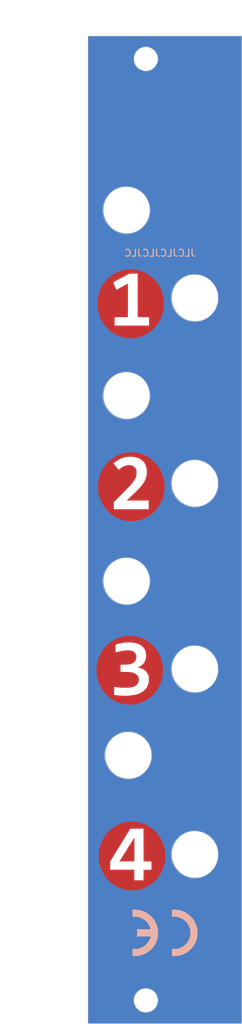
<source format=kicad_pcb>
(kicad_pcb (version 20171130) (host pcbnew "(5.1.9)-1")

  (general
    (thickness 1.6)
    (drawings 17)
    (tracks 0)
    (zones 0)
    (modules 2)
    (nets 1)
  )

  (page A4)
  (layers
    (0 F.Cu signal)
    (31 B.Cu signal)
    (32 B.Adhes user)
    (33 F.Adhes user)
    (34 B.Paste user)
    (35 F.Paste user)
    (36 B.SilkS user)
    (37 F.SilkS user)
    (38 B.Mask user)
    (39 F.Mask user)
    (40 Dwgs.User user)
    (41 Cmts.User user)
    (42 Eco1.User user)
    (43 Eco2.User user)
    (44 Edge.Cuts user)
    (45 Margin user)
    (46 B.CrtYd user)
    (47 F.CrtYd user)
    (48 B.Fab user)
    (49 F.Fab user)
  )

  (setup
    (last_trace_width 0.25)
    (trace_clearance 0.2)
    (zone_clearance 0.2)
    (zone_45_only no)
    (trace_min 0.2)
    (via_size 0.8)
    (via_drill 0.4)
    (via_min_size 0.4)
    (via_min_drill 0.3)
    (uvia_size 0.3)
    (uvia_drill 0.1)
    (uvias_allowed no)
    (uvia_min_size 0.2)
    (uvia_min_drill 0.1)
    (edge_width 0.05)
    (segment_width 0.2)
    (pcb_text_width 0.3)
    (pcb_text_size 1.5 1.5)
    (mod_edge_width 0.12)
    (mod_text_size 1 1)
    (mod_text_width 0.15)
    (pad_size 1.524 1.524)
    (pad_drill 0.762)
    (pad_to_mask_clearance 0)
    (aux_axis_origin 0 0)
    (visible_elements 7FFFFFFF)
    (pcbplotparams
      (layerselection 0x010f0_ffffffff)
      (usegerberextensions false)
      (usegerberattributes false)
      (usegerberadvancedattributes true)
      (creategerberjobfile true)
      (excludeedgelayer true)
      (linewidth 0.100000)
      (plotframeref false)
      (viasonmask false)
      (mode 1)
      (useauxorigin false)
      (hpglpennumber 1)
      (hpglpenspeed 20)
      (hpglpendiameter 15.000000)
      (psnegative false)
      (psa4output false)
      (plotreference true)
      (plotvalue true)
      (plotinvisibletext false)
      (padsonsilk false)
      (subtractmaskfromsilk false)
      (outputformat 1)
      (mirror false)
      (drillshape 0)
      (scaleselection 1)
      (outputdirectory "../gerber/panel/"))
  )

  (net 0 "")

  (net_class Default "This is the default net class."
    (clearance 0.2)
    (trace_width 0.25)
    (via_dia 0.8)
    (via_drill 0.4)
    (uvia_dia 0.3)
    (uvia_drill 0.1)
  )

  (module myKicadLib:seqswit (layer F.Cu) (tedit 0) (tstamp 6108C8FF)
    (at 219.71 127.873033)
    (fp_text reference Ref** (at 0 0) (layer F.SilkS) hide
      (effects (font (size 1.27 1.27) (thickness 0.15)))
    )
    (fp_text value Val** (at 0 0) (layer F.SilkS) hide
      (effects (font (size 1.27 1.27) (thickness 0.15)))
    )
    (fp_poly (pts (xy -2.2883 -62.832733) (xy -2.059042 -62.787574) (xy -1.838277 -62.710153) (xy -1.630169 -62.601111)
      (xy -1.438885 -62.461088) (xy -1.268589 -62.290727) (xy -1.123447 -62.090668) (xy -1.071999 -61.999869)
      (xy -1.00804 -61.870789) (xy -0.961679 -61.756774) (xy -0.930297 -61.646193) (xy -0.911274 -61.527418)
      (xy -0.901993 -61.388817) (xy -0.899805 -61.235167) (xy -0.900424 -61.106661) (xy -0.902874 -61.010526)
      (xy -0.908344 -60.936807) (xy -0.918025 -60.875545) (xy -0.933105 -60.816785) (xy -0.954775 -60.750569)
      (xy -0.959236 -60.73775) (xy -1.063441 -60.499784) (xy -1.199358 -60.285643) (xy -1.363251 -60.09764)
      (xy -1.551382 -59.938088) (xy -1.760016 -59.809301) (xy -1.985415 -59.713592) (xy -2.223843 -59.653275)
      (xy -2.471564 -59.630663) (xy -2.720413 -59.647411) (xy -2.969641 -59.704149) (xy -3.199763 -59.796114)
      (xy -3.408605 -59.919736) (xy -3.593997 -60.071446) (xy -3.753767 -60.247671) (xy -3.885743 -60.444843)
      (xy -3.987754 -60.65939) (xy -4.057628 -60.887743) (xy -4.093193 -61.12633) (xy -4.092279 -61.371582)
      (xy -4.052713 -61.619928) (xy -4.009963 -61.767628) (xy -3.917318 -61.983988) (xy -3.791038 -62.183418)
      (xy -3.627052 -62.37224) (xy -3.60893 -62.390283) (xy -3.41619 -62.552159) (xy -3.206949 -62.677926)
      (xy -2.985375 -62.768226) (xy -2.755632 -62.8237) (xy -2.521885 -62.844988) (xy -2.2883 -62.832733)) (layer F.Mask) (width 0.01))
    (fp_poly (pts (xy 3.711238 -54.244875) (xy 3.733542 -54.050251) (xy 3.754895 -53.86289) (xy 3.774681 -53.688284)
      (xy 3.792282 -53.531926) (xy 3.807081 -53.399308) (xy 3.818461 -53.295921) (xy 3.825803 -53.22726)
      (xy 3.82725 -53.213) (xy 3.842926 -53.05425) (xy 3.869776 -53.160083) (xy 3.883267 -53.209785)
      (xy 3.906871 -53.293057) (xy 3.938564 -53.402916) (xy 3.976322 -53.532376) (xy 4.018122 -53.674453)
      (xy 4.049105 -53.779026) (xy 4.201584 -54.292136) (xy 4.718838 -54.2925) (xy 4.876862 -53.800375)
      (xy 4.923665 -53.654407) (xy 4.968666 -53.513665) (xy 5.009417 -53.385838) (xy 5.043469 -53.278614)
      (xy 5.068371 -53.199685) (xy 5.077421 -53.170667) (xy 5.098224 -53.109439) (xy 5.113742 -53.075237)
      (xy 5.120972 -53.074486) (xy 5.121145 -53.07711) (xy 5.12345 -53.107869) (xy 5.129475 -53.17565)
      (xy 5.138735 -53.275348) (xy 5.150746 -53.40186) (xy 5.165024 -53.550082) (xy 5.181085 -53.714912)
      (xy 5.196429 -53.87086) (xy 5.214871 -54.057596) (xy 5.233085 -54.242253) (xy 5.250376 -54.417767)
      (xy 5.266049 -54.577079) (xy 5.279408 -54.713126) (xy 5.28976 -54.818849) (xy 5.294676 -54.869292)
      (xy 5.318828 -55.118) (xy 5.928585 -55.118) (xy 5.916393 -55.049208) (xy 5.912204 -55.020053)
      (xy 5.903246 -54.953701) (xy 5.89006 -54.854348) (xy 5.873191 -54.726195) (xy 5.853183 -54.573438)
      (xy 5.830577 -54.400277) (xy 5.805919 -54.21091) (xy 5.77975 -54.009534) (xy 5.752615 -53.800349)
      (xy 5.725056 -53.587552) (xy 5.697618 -53.375341) (xy 5.670842 -53.167916) (xy 5.645274 -52.969475)
      (xy 5.621455 -52.784214) (xy 5.59993 -52.616334) (xy 5.581242 -52.470032) (xy 5.565933 -52.349506)
      (xy 5.554548 -52.258955) (xy 5.54763 -52.202578) (xy 5.545667 -52.184629) (xy 5.525629 -52.181782)
      (xy 5.470033 -52.179319) (xy 5.385652 -52.177401) (xy 5.279261 -52.176189) (xy 5.17525 -52.175833)
      (xy 5.055339 -52.176263) (xy 4.951609 -52.177455) (xy 4.870835 -52.179264) (xy 4.81979 -52.181545)
      (xy 4.804834 -52.183774) (xy 4.798866 -52.205324) (xy 4.782068 -52.261851) (xy 4.756097 -52.347884)
      (xy 4.722613 -52.457952) (xy 4.683272 -52.586584) (xy 4.646091 -52.707649) (xy 4.602013 -52.851934)
      (xy 4.561605 -52.986155) (xy 4.526729 -53.103965) (xy 4.49925 -53.19902) (xy 4.481032 -53.264971)
      (xy 4.474436 -53.29219) (xy 4.459722 -53.339963) (xy 4.442761 -53.346306) (xy 4.425525 -53.311908)
      (xy 4.415804 -53.271649) (xy 4.406144 -53.23261) (xy 4.38612 -53.159438) (xy 4.35756 -53.058538)
      (xy 4.322291 -52.936316) (xy 4.282142 -52.799179) (xy 4.249551 -52.689125) (xy 4.096796 -52.175833)
      (xy 3.731551 -52.175833) (xy 3.599384 -52.17599) (xy 3.503492 -52.176973) (xy 3.437818 -52.179548)
      (xy 3.396302 -52.184483) (xy 3.372888 -52.192546) (xy 3.361517 -52.204504) (xy 3.356131 -52.221125)
      (xy 3.355602 -52.223458) (xy 3.351064 -52.252374) (xy 3.341755 -52.318784) (xy 3.328222 -52.418444)
      (xy 3.311017 -52.547111) (xy 3.290688 -52.700543) (xy 3.267785 -52.874495) (xy 3.242858 -53.064726)
      (xy 3.216457 -53.266991) (xy 3.189131 -53.477049) (xy 3.16143 -53.690655) (xy 3.133903 -53.903566)
      (xy 3.1071 -54.11154) (xy 3.081571 -54.310333) (xy 3.057866 -54.495703) (xy 3.036534 -54.663405)
      (xy 3.018124 -54.809198) (xy 3.003187 -54.928837) (xy 2.992272 -55.01808) (xy 2.985928 -55.072684)
      (xy 2.9845 -55.088221) (xy 2.991685 -55.100067) (xy 3.017004 -55.108426) (xy 3.066101 -55.113836)
      (xy 3.14462 -55.116831) (xy 3.258206 -55.11795) (xy 3.297702 -55.118) (xy 3.610903 -55.118)
      (xy 3.711238 -54.244875)) (layer F.Mask) (width 0.01))
    (fp_poly (pts (xy 7.466946 -55.579823) (xy 7.472641 -55.118738) (xy 7.996112 -55.113077) (xy 8.519584 -55.107417)
      (xy 8.52549 -54.826958) (xy 8.531396 -54.5465) (xy 7.46859 -54.5465) (xy 7.476093 -53.779208)
      (xy 7.478258 -53.575593) (xy 7.480537 -53.409779) (xy 7.483174 -53.277239) (xy 7.486414 -53.17344)
      (xy 7.490501 -53.093854) (xy 7.495679 -53.033949) (xy 7.502194 -52.989196) (xy 7.510289 -52.955063)
      (xy 7.52021 -52.927021) (xy 7.522377 -52.92188) (xy 7.590099 -52.814701) (xy 7.686451 -52.738272)
      (xy 7.774421 -52.703031) (xy 7.854658 -52.691202) (xy 7.962708 -52.688938) (xy 8.085334 -52.695455)
      (xy 8.209299 -52.709973) (xy 8.321367 -52.731708) (xy 8.339667 -52.736438) (xy 8.414598 -52.756879)
      (xy 8.466824 -52.767082) (xy 8.500426 -52.761647) (xy 8.519482 -52.735173) (xy 8.528071 -52.682261)
      (xy 8.530274 -52.597509) (xy 8.530167 -52.484251) (xy 8.530167 -52.200002) (xy 8.419042 -52.17701)
      (xy 8.194015 -52.138788) (xy 7.973016 -52.117022) (xy 7.764811 -52.111944) (xy 7.578163 -52.123786)
      (xy 7.4295 -52.150736) (xy 7.255951 -52.214624) (xy 7.106858 -52.307502) (xy 6.986567 -52.425728)
      (xy 6.899423 -52.565663) (xy 6.880715 -52.61047) (xy 6.858969 -52.676816) (xy 6.840996 -52.751871)
      (xy 6.826483 -52.839988) (xy 6.815117 -52.945518) (xy 6.806585 -53.072815) (xy 6.800576 -53.226231)
      (xy 6.796776 -53.410118) (xy 6.794872 -53.628829) (xy 6.7945 -53.810403) (xy 6.7945 -54.5465)
      (xy 6.074834 -54.5465) (xy 6.074834 -55.118) (xy 6.7945 -55.118) (xy 6.7945 -55.853725)
      (xy 7.46125 -56.040909) (xy 7.466946 -55.579823)) (layer F.Mask) (width 0.01))
    (fp_poly (pts (xy 1.783368 -55.16071) (xy 1.967209 -55.149018) (xy 2.138853 -55.129349) (xy 2.287615 -55.102027)
      (xy 2.354792 -55.084169) (xy 2.369621 -55.075548) (xy 2.379911 -55.055888) (xy 2.386468 -55.018524)
      (xy 2.390098 -54.956789) (xy 2.391607 -54.864018) (xy 2.391834 -54.777907) (xy 2.391343 -54.671679)
      (xy 2.389996 -54.582449) (xy 2.38798 -54.517811) (xy 2.385481 -54.485355) (xy 2.384564 -54.483)
      (xy 2.362281 -54.489325) (xy 2.312021 -54.505709) (xy 2.260315 -54.523247) (xy 2.122854 -54.562601)
      (xy 1.968185 -54.593762) (xy 1.806822 -54.615759) (xy 1.649279 -54.627623) (xy 1.506071 -54.628382)
      (xy 1.387711 -54.617068) (xy 1.345077 -54.6077) (xy 1.252294 -54.565837) (xy 1.178846 -54.501675)
      (xy 1.133069 -54.424342) (xy 1.121913 -54.363408) (xy 1.1294 -54.294103) (xy 1.15425 -54.232838)
      (xy 1.20026 -54.176942) (xy 1.27123 -54.123746) (xy 1.370958 -54.070581) (xy 1.503243 -54.014778)
      (xy 1.671882 -53.953665) (xy 1.735667 -53.932042) (xy 1.942975 -53.857118) (xy 2.112612 -53.78269)
      (xy 2.249091 -53.705718) (xy 2.356925 -53.623161) (xy 2.440629 -53.531982) (xy 2.504716 -53.429139)
      (xy 2.51563 -53.406789) (xy 2.540492 -53.349659) (xy 2.556748 -53.297521) (xy 2.566185 -53.238819)
      (xy 2.570588 -53.161993) (xy 2.571744 -53.055487) (xy 2.57175 -53.043667) (xy 2.570985 -52.935647)
      (xy 2.567329 -52.858041) (xy 2.558739 -52.798938) (xy 2.543172 -52.746426) (xy 2.518587 -52.688594)
      (xy 2.506418 -52.662667) (xy 2.409311 -52.506706) (xy 2.278335 -52.373916) (xy 2.116247 -52.266242)
      (xy 1.925807 -52.185631) (xy 1.773601 -52.145629) (xy 1.665615 -52.130151) (xy 1.526807 -52.119997)
      (xy 1.368357 -52.115196) (xy 1.201443 -52.115771) (xy 1.037244 -52.12175) (xy 0.886939 -52.133159)
      (xy 0.802909 -52.143364) (xy 0.702638 -52.159228) (xy 0.602858 -52.177111) (xy 0.522621 -52.193564)
      (xy 0.511868 -52.196072) (xy 0.402167 -52.222389) (xy 0.402167 -52.548361) (xy 0.402591 -52.660413)
      (xy 0.403763 -52.755837) (xy 0.405528 -52.827411) (xy 0.407732 -52.867915) (xy 0.409101 -52.874333)
      (xy 0.430693 -52.866981) (xy 0.480605 -52.847713) (xy 0.547576 -52.820884) (xy 0.701083 -52.76765)
      (xy 0.871567 -52.72397) (xy 1.048955 -52.69119) (xy 1.223172 -52.670657) (xy 1.384145 -52.663719)
      (xy 1.521799 -52.671721) (xy 1.58222 -52.682567) (xy 1.694798 -52.724881) (xy 1.782438 -52.789041)
      (xy 1.838815 -52.869349) (xy 1.855915 -52.929097) (xy 1.856792 -53.006916) (xy 1.835247 -53.07563)
      (xy 1.787937 -53.137911) (xy 1.711519 -53.196431) (xy 1.60265 -53.253862) (xy 1.457987 -53.312879)
      (xy 1.312334 -53.36366) (xy 1.109184 -53.434577) (xy 0.942798 -53.501762) (xy 0.808189 -53.568479)
      (xy 0.70037 -53.637992) (xy 0.614353 -53.713565) (xy 0.545151 -53.798463) (xy 0.487778 -53.895948)
      (xy 0.48232 -53.906878) (xy 0.450771 -53.973839) (xy 0.430533 -54.028907) (xy 0.419115 -54.08514)
      (xy 0.414022 -54.1556) (xy 0.412763 -54.253345) (xy 0.41275 -54.271333) (xy 0.413649 -54.374364)
      (xy 0.418004 -54.448126) (xy 0.428306 -54.505673) (xy 0.447042 -54.560059) (xy 0.476701 -54.624337)
      (xy 0.482189 -54.635524) (xy 0.580598 -54.790332) (xy 0.711006 -54.919157) (xy 0.874339 -55.022685)
      (xy 1.071524 -55.101601) (xy 1.139738 -55.121192) (xy 1.265515 -55.144666) (xy 1.421836 -55.15886)
      (xy 1.598015 -55.164099) (xy 1.783368 -55.16071)) (layer F.Mask) (width 0.01))
    (fp_poly (pts (xy -4.178676 -55.14908) (xy -3.982852 -55.106016) (xy -3.810649 -55.032598) (xy -3.65752 -54.927084)
      (xy -3.569747 -54.844344) (xy -3.439723 -54.679056) (xy -3.340931 -54.488113) (xy -3.273089 -54.270534)
      (xy -3.235914 -54.025338) (xy -3.229123 -53.751543) (xy -3.232419 -53.673375) (xy -3.244968 -53.445833)
      (xy -5.001364 -53.445833) (xy -4.987727 -53.31536) (xy -4.950774 -53.142619) (xy -4.88007 -52.994076)
      (xy -4.778128 -52.872095) (xy -4.647465 -52.77904) (xy -4.490597 -52.717274) (xy -4.322136 -52.689901)
      (xy -4.187413 -52.688528) (xy -4.027957 -52.698976) (xy -3.856974 -52.71933) (xy -3.687667 -52.747677)
      (xy -3.533241 -52.782103) (xy -3.4069 -52.820694) (xy -3.398914 -52.823707) (xy -3.38559 -52.824513)
      (xy -3.376317 -52.810977) (xy -3.370383 -52.777107) (xy -3.367081 -52.71691) (xy -3.365701 -52.624396)
      (xy -3.3655 -52.54128) (xy -3.3655 -52.24603) (xy -3.571875 -52.200139) (xy -3.68176 -52.177063)
      (xy -3.796521 -52.155171) (xy -3.896742 -52.138099) (xy -3.926416 -52.133709) (xy -4.017176 -52.124834)
      (xy -4.132497 -52.118933) (xy -4.261254 -52.116004) (xy -4.392326 -52.116041) (xy -4.514587 -52.119042)
      (xy -4.616915 -52.125003) (xy -4.688186 -52.13392) (xy -4.688416 -52.133966) (xy -4.850365 -52.180617)
      (xy -5.016827 -52.253491) (xy -5.145083 -52.32842) (xy -5.296506 -52.454644) (xy -5.425839 -52.615347)
      (xy -5.53134 -52.807885) (xy -5.611268 -53.029613) (xy -5.614344 -53.040629) (xy -5.635554 -53.147366)
      (xy -5.650768 -53.284869) (xy -5.659887 -53.441981) (xy -5.662809 -53.607548) (xy -5.659433 -53.770413)
      (xy -5.649657 -53.919421) (xy -5.642362 -53.975) (xy -4.99614 -53.975) (xy -4.445403 -53.975)
      (xy -4.278649 -53.975118) (xy -4.149447 -53.97571) (xy -4.053013 -53.977135) (xy -3.984566 -53.979752)
      (xy -3.939323 -53.983919) (xy -3.912503 -53.989994) (xy -3.899323 -53.998337) (xy -3.895001 -54.009305)
      (xy -3.894666 -54.016292) (xy -3.90215 -54.088314) (xy -3.921411 -54.180277) (xy -3.947669 -54.273161)
      (xy -3.97614 -54.347947) (xy -3.980086 -54.356) (xy -4.059763 -54.469478) (xy -4.163468 -54.55381)
      (xy -4.283673 -54.607199) (xy -4.412849 -54.627849) (xy -4.543468 -54.613964) (xy -4.667999 -54.563747)
      (xy -4.716322 -54.531657) (xy -4.803176 -54.452193) (xy -4.87213 -54.355419) (xy -4.927252 -54.233736)
      (xy -4.972612 -54.079547) (xy -4.983306 -54.033208) (xy -4.99614 -53.975) (xy -5.642362 -53.975)
      (xy -5.633381 -54.043416) (xy -5.62385 -54.088314) (xy -5.54386 -54.344332) (xy -5.440323 -54.565469)
      (xy -5.312682 -54.752395) (xy -5.160381 -54.905775) (xy -4.982861 -55.026277) (xy -4.779566 -55.114569)
      (xy -4.7625 -55.120156) (xy -4.672631 -55.143933) (xy -4.576661 -55.15769) (xy -4.459696 -55.163222)
      (xy -4.402666 -55.163531) (xy -4.178676 -55.14908)) (layer F.Mask) (width 0.01))
    (fp_poly (pts (xy -7.156533 -55.161735) (xy -6.988054 -55.152737) (xy -6.831515 -55.137184) (xy -6.741583 -55.123655)
      (xy -6.529916 -55.08625) (xy -6.524058 -54.786925) (xy -6.518199 -54.487599) (xy -6.683959 -54.53579)
      (xy -6.860865 -54.579603) (xy -7.038798 -54.609744) (xy -7.210093 -54.625882) (xy -7.367089 -54.627689)
      (xy -7.50212 -54.614833) (xy -7.607523 -54.586987) (xy -7.630583 -54.57651) (xy -7.712641 -54.514787)
      (xy -7.76526 -54.433617) (xy -7.782849 -54.342711) (xy -7.780601 -54.315923) (xy -7.762487 -54.254081)
      (xy -7.725126 -54.197977) (xy -7.664533 -54.145067) (xy -7.576722 -54.092806) (xy -7.457707 -54.038651)
      (xy -7.303503 -53.980057) (xy -7.196666 -53.943135) (xy -6.977 -53.863622) (xy -6.796002 -53.784726)
      (xy -6.650166 -53.703393) (xy -6.535988 -53.616566) (xy -6.449962 -53.521189) (xy -6.388582 -53.414207)
      (xy -6.348343 -53.292563) (xy -6.329591 -53.187228) (xy -6.321191 -52.979368) (xy -6.350359 -52.790366)
      (xy -6.416157 -52.62149) (xy -6.517646 -52.474007) (xy -6.653889 -52.349186) (xy -6.823948 -52.248294)
      (xy -7.026885 -52.172599) (xy -7.093216 -52.15519) (xy -7.207765 -52.135378) (xy -7.352991 -52.121807)
      (xy -7.517681 -52.11461) (xy -7.690621 -52.113922) (xy -7.860597 -52.119876) (xy -8.016395 -52.132607)
      (xy -8.09625 -52.143212) (xy -8.197207 -52.159993) (xy -8.300913 -52.178617) (xy -8.385369 -52.195131)
      (xy -8.387291 -52.195535) (xy -8.509 -52.221168) (xy -8.509 -52.547751) (xy -8.508676 -52.659914)
      (xy -8.507784 -52.755455) (xy -8.506439 -52.827159) (xy -8.504759 -52.867813) (xy -8.503708 -52.874327)
      (xy -8.482879 -52.86766) (xy -8.430758 -52.849652) (xy -8.35589 -52.823281) (xy -8.290921 -52.800152)
      (xy -8.09805 -52.740752) (xy -7.901503 -52.69766) (xy -7.709957 -52.67179) (xy -7.532089 -52.664052)
      (xy -7.376574 -52.67536) (xy -7.287167 -52.694645) (xy -7.17858 -52.743718) (xy -7.100344 -52.815116)
      (xy -7.056555 -52.904159) (xy -7.0485 -52.967466) (xy -7.053532 -53.027881) (xy -7.071241 -53.080919)
      (xy -7.10554 -53.129219) (xy -7.160348 -53.175419) (xy -7.239579 -53.222158) (xy -7.347149 -53.272074)
      (xy -7.486975 -53.327806) (xy -7.662972 -53.391992) (xy -7.69576 -53.403578) (xy -7.900662 -53.481064)
      (xy -8.067529 -53.55735) (xy -8.20037 -53.636166) (xy -8.303194 -53.721242) (xy -8.380011 -53.816309)
      (xy -8.43483 -53.925098) (xy -8.47166 -54.051339) (xy -8.487212 -54.13995) (xy -8.495735 -54.334244)
      (xy -8.465453 -54.513951) (xy -8.398049 -54.676858) (xy -8.295202 -54.820751) (xy -8.158594 -54.943416)
      (xy -7.989905 -55.042639) (xy -7.790816 -55.116206) (xy -7.735049 -55.130674) (xy -7.626211 -55.148649)
      (xy -7.486352 -55.159767) (xy -7.326213 -55.164104) (xy -7.156533 -55.161735)) (layer F.Mask) (width 0.01))
    (fp_poly (pts (xy -0.381307 -55.151978) (xy -0.376948 -55.126737) (xy -0.373178 -55.081787) (xy -0.369962 -55.014829)
      (xy -0.367262 -54.923565) (xy -0.365045 -54.805694) (xy -0.363272 -54.658917) (xy -0.361909 -54.480936)
      (xy -0.36092 -54.269449) (xy -0.360269 -54.022158) (xy -0.35992 -53.736764) (xy -0.359833 -53.466169)
      (xy -0.359833 -51.772005) (xy 4.079875 -51.774663) (xy 8.519584 -51.77732) (xy 8.526035 -51.680243)
      (xy 8.532486 -51.583167) (xy -0.359833 -51.583167) (xy -0.359833 -51.032833) (xy -1.016 -51.032833)
      (xy -1.016 -51.578057) (xy -4.7625 -51.566859) (xy -8.509 -51.55566) (xy -8.509 -51.746815)
      (xy -4.773319 -51.756477) (xy -4.378907 -51.757548) (xy -3.99595 -51.758686) (xy -3.626589 -51.759881)
      (xy -3.272963 -51.761122) (xy -2.937211 -51.762399) (xy -2.621473 -51.763701) (xy -2.327889 -51.765017)
      (xy -2.058597 -51.766336) (xy -1.815738 -51.767648) (xy -1.601451 -51.768942) (xy -1.417876 -51.770208)
      (xy -1.267152 -51.771434) (xy -1.151419 -51.77261) (xy -1.072816 -51.773725) (xy -1.033482 -51.774769)
      (xy -1.029174 -51.775195) (xy -1.025555 -51.798282) (xy -1.020818 -51.85661) (xy -1.015413 -51.943114)
      (xy -1.009789 -52.050733) (xy -1.005432 -52.147397) (xy -0.990154 -52.510544) (xy -1.120198 -52.384081)
      (xy -1.238604 -52.284198) (xy -1.363931 -52.204578) (xy -1.392412 -52.190267) (xy -1.457041 -52.160908)
      (xy -1.510818 -52.141595) (xy -1.565732 -52.130236) (xy -1.633769 -52.124742) (xy -1.726917 -52.123019)
      (xy -1.778445 -52.122917) (xy -1.885779 -52.123595) (xy -1.962576 -52.127036) (xy -2.020629 -52.135346)
      (xy -2.071728 -52.150634) (xy -2.127664 -52.175008) (xy -2.161338 -52.191362) (xy -2.316318 -52.289037)
      (xy -2.448508 -52.418918) (xy -2.558997 -52.58254) (xy -2.648873 -52.781439) (xy -2.704119 -52.95735)
      (xy -2.724201 -53.037125) (xy -2.738736 -53.10896) (xy -2.748653 -53.182536) (xy -2.754883 -53.267538)
      (xy -2.758355 -53.373646) (xy -2.76 -53.510545) (xy -2.760184 -53.541083) (xy -2.759079 -53.678808)
      (xy -2.072859 -53.678808) (xy -2.070599 -53.560448) (xy -2.069029 -53.510669) (xy -2.056076 -53.304683)
      (xy -2.031467 -53.136097) (xy -1.993892 -53.001259) (xy -1.94204 -52.89652) (xy -1.8746 -52.818229)
      (xy -1.802755 -52.769067) (xy -1.689928 -52.732527) (xy -1.569314 -52.734563) (xy -1.486278 -52.758919)
      (xy -1.398456 -52.811494) (xy -1.298515 -52.899836) (xy -1.190121 -53.020431) (xy -1.120354 -53.109756)
      (xy -1.016 -53.249928) (xy -1.016 -54.523344) (xy -1.095375 -54.545757) (xy -1.195363 -54.566713)
      (xy -1.309628 -54.57953) (xy -1.422644 -54.583402) (xy -1.518885 -54.577526) (xy -1.559191 -54.569805)
      (xy -1.698344 -54.510572) (xy -1.818699 -54.414652) (xy -1.918568 -54.284078) (xy -1.996263 -54.120886)
      (xy -2.03427 -53.997502) (xy -2.052688 -53.918257) (xy -2.064717 -53.846321) (xy -2.071169 -53.770302)
      (xy -2.072859 -53.678808) (xy -2.759079 -53.678808) (xy -2.758631 -53.734508) (xy -2.750514 -53.895246)
      (xy -2.734114 -54.032664) (xy -2.707707 -54.156132) (xy -2.669574 -54.275018) (xy -2.617992 -54.398689)
      (xy -2.592679 -54.452697) (xy -2.48354 -54.644365) (xy -2.354902 -54.801465) (xy -2.201536 -54.928662)
      (xy -2.018212 -55.030619) (xy -1.884768 -55.084067) (xy -1.808857 -55.109861) (xy -1.745488 -55.127557)
      (xy -1.683468 -55.138629) (xy -1.611604 -55.144551) (xy -1.518703 -55.146796) (xy -1.407583 -55.146889)
      (xy -1.258903 -55.14432) (xy -1.141024 -55.13707) (xy -1.042569 -55.124076) (xy -0.95216 -55.104272)
      (xy -0.95206 -55.104245) (xy -0.792869 -55.062634) (xy -0.60281 -55.110962) (xy -0.51636 -55.132305)
      (xy -0.444165 -55.148952) (xy -0.396969 -55.158479) (xy -0.386291 -55.159811) (xy -0.381307 -55.151978)) (layer F.Mask) (width 0.01))
    (fp_poly (pts (xy 4.339167 -43.18) (xy 5.5245 -43.18) (xy 5.5245 -42.587333) (xy 4.339167 -42.587333)
      (xy 4.339285 -41.777708) (xy 4.339878 -41.573014) (xy 4.34153 -41.38739) (xy 4.344143 -41.224901)
      (xy 4.347618 -41.08961) (xy 4.351858 -40.985582) (xy 4.356765 -40.916882) (xy 4.360673 -40.89151)
      (xy 4.409975 -40.776929) (xy 4.485084 -40.681279) (xy 4.550905 -40.630758) (xy 4.628139 -40.602067)
      (xy 4.737473 -40.584206) (xy 4.87004 -40.57734) (xy 5.016974 -40.581637) (xy 5.169406 -40.597262)
      (xy 5.284408 -40.617007) (xy 5.374827 -40.635345) (xy 5.44907 -40.649962) (xy 5.497839 -40.659054)
      (xy 5.51195 -40.661167) (xy 5.516397 -40.641244) (xy 5.520151 -40.586449) (xy 5.522906 -40.50424)
      (xy 5.524355 -40.402075) (xy 5.5245 -40.355677) (xy 5.524019 -40.235109) (xy 5.522066 -40.150329)
      (xy 5.517875 -40.094795) (xy 5.51068 -40.061968) (xy 5.499718 -40.045308) (xy 5.487459 -40.039145)
      (xy 5.391068 -40.016606) (xy 5.264198 -39.995829) (xy 5.117617 -39.977717) (xy 4.962095 -39.963174)
      (xy 4.808403 -39.953102) (xy 4.667308 -39.948406) (xy 4.549582 -39.949989) (xy 4.487334 -39.955251)
      (xy 4.26313 -39.99865) (xy 4.073303 -40.065001) (xy 3.915623 -40.155997) (xy 3.78786 -40.273327)
      (xy 3.687784 -40.418685) (xy 3.613164 -40.59376) (xy 3.603044 -40.625954) (xy 3.594763 -40.660196)
      (xy 3.587762 -40.705766) (xy 3.581884 -40.766553) (xy 3.576973 -40.846447) (xy 3.572873 -40.94934)
      (xy 3.56943 -41.079119) (xy 3.566485 -41.239675) (xy 3.563885 -41.434898) (xy 3.561541 -41.661292)
      (xy 3.552864 -42.587333) (xy 2.7305 -42.587333) (xy 2.7305 -43.18) (xy 3.555086 -43.18)
      (xy 3.560835 -43.586189) (xy 3.566584 -43.992379) (xy 3.894667 -44.080172) (xy 4.010953 -44.111219)
      (xy 4.116787 -44.139344) (xy 4.203626 -44.162288) (xy 4.262924 -44.177789) (xy 4.280959 -44.182386)
      (xy 4.339167 -44.196807) (xy 4.339167 -43.18)) (layer F.Mask) (width 0.01))
    (fp_poly (pts (xy 1.117408 -43.243005) (xy 1.280242 -43.23694) (xy 1.432552 -43.226626) (xy 1.563823 -43.212185)
      (xy 1.576416 -43.210366) (xy 1.699921 -43.192661) (xy 1.788063 -43.177535) (xy 1.846756 -43.158165)
      (xy 1.881914 -43.127728) (xy 1.899449 -43.079401) (xy 1.905277 -43.006362) (xy 1.90531 -42.901789)
      (xy 1.905 -42.831274) (xy 1.903563 -42.702278) (xy 1.899401 -42.605912) (xy 1.892736 -42.545369)
      (xy 1.883791 -42.523844) (xy 1.883566 -42.523833) (xy 1.853947 -42.529244) (xy 1.795522 -42.543529)
      (xy 1.720139 -42.563765) (xy 1.708941 -42.566897) (xy 1.530405 -42.609933) (xy 1.344679 -42.641935)
      (xy 1.160716 -42.662268) (xy 0.987467 -42.670291) (xy 0.833886 -42.665367) (xy 0.708926 -42.646858)
      (xy 0.683167 -42.640022) (xy 0.574179 -42.590776) (xy 0.495971 -42.519108) (xy 0.452411 -42.429459)
      (xy 0.4445 -42.365971) (xy 0.45255 -42.298846) (xy 0.479032 -42.238558) (xy 0.527449 -42.182844)
      (xy 0.601302 -42.129439) (xy 0.70409 -42.076079) (xy 0.839317 -42.0205) (xy 1.010482 -41.96044)
      (xy 1.132417 -41.921143) (xy 1.359973 -41.844394) (xy 1.549322 -41.768466) (xy 1.704455 -41.690827)
      (xy 1.829366 -41.608944) (xy 1.928047 -41.520284) (xy 2.004489 -41.422316) (xy 2.050919 -41.3385)
      (xy 2.074356 -41.285438) (xy 2.090056 -41.236627) (xy 2.099543 -41.181541) (xy 2.104341 -41.109653)
      (xy 2.105975 -41.010437) (xy 2.106084 -40.9575) (xy 2.105364 -40.843828) (xy 2.102149 -40.761805)
      (xy 2.094859 -40.700758) (xy 2.081911 -40.650012) (xy 2.061724 -40.598894) (xy 2.048744 -40.570548)
      (xy 1.950586 -40.41034) (xy 1.817114 -40.270918) (xy 1.650877 -40.154134) (xy 1.454423 -40.061837)
      (xy 1.27 -40.005094) (xy 1.148667 -39.98264) (xy 0.996595 -39.965564) (xy 0.825096 -39.954353)
      (xy 0.645482 -39.949495) (xy 0.469065 -39.95148) (xy 0.307156 -39.960796) (xy 0.286988 -39.962646)
      (xy -0.166534 -40.027557) (xy -0.280458 -40.050538) (xy -0.381 -40.072008) (xy -0.381 -40.419504)
      (xy -0.380492 -40.535426) (xy -0.379086 -40.634946) (xy -0.37696 -40.711072) (xy -0.374292 -40.756809)
      (xy -0.372172 -40.767) (xy -0.349732 -40.760694) (xy -0.295753 -40.743612) (xy -0.218811 -40.718509)
      (xy -0.144631 -40.693883) (xy 0.145127 -40.612881) (xy 0.429533 -40.566982) (xy 0.69007 -40.553709)
      (xy 0.816694 -40.554631) (xy 0.911482 -40.559425) (xy 0.984872 -40.569737) (xy 1.047303 -40.587211)
      (xy 1.109213 -40.613491) (xy 1.127956 -40.622691) (xy 1.208705 -40.682841) (xy 1.263843 -40.763762)
      (xy 1.290459 -40.855316) (xy 1.28564 -40.947363) (xy 1.246472 -41.029765) (xy 1.245324 -41.031237)
      (xy 1.190451 -41.080729) (xy 1.099578 -41.134709) (xy 0.971354 -41.193784) (xy 0.804427 -41.258563)
      (xy 0.597445 -41.329653) (xy 0.540464 -41.348104) (xy 0.354225 -41.410885) (xy 0.203007 -41.469515)
      (xy 0.080185 -41.527442) (xy -0.020866 -41.588113) (xy -0.106771 -41.654978) (xy -0.172992 -41.71943)
      (xy -0.258704 -41.82642) (xy -0.317264 -41.94012) (xy -0.352091 -42.070395) (xy -0.366606 -42.227109)
      (xy -0.36751 -42.280417) (xy -0.359494 -42.444682) (xy -0.331734 -42.580628) (xy -0.28049 -42.699131)
      (xy -0.202018 -42.811065) (xy -0.173606 -42.843882) (xy -0.025499 -42.977849) (xy 0.154762 -43.087608)
      (xy 0.363311 -43.171195) (xy 0.571135 -43.222267) (xy 0.670913 -43.23445) (xy 0.802229 -43.241884)
      (xy 0.954565 -43.244694) (xy 1.117408 -43.243005)) (layer F.Mask) (width 0.01))
    (fp_poly (pts (xy 8.144411 -43.240598) (xy 8.275988 -43.223836) (xy 8.352455 -43.205505) (xy 8.531909 -43.127968)
      (xy 8.691031 -43.014873) (xy 8.828814 -42.868323) (xy 8.944253 -42.690425) (xy 9.036343 -42.483283)
      (xy 9.104076 -42.249002) (xy 9.146448 -41.989688) (xy 9.162453 -41.707446) (xy 9.158526 -41.518417)
      (xy 9.127247 -41.231512) (xy 9.063639 -40.970801) (xy 8.968964 -40.73745) (xy 8.844482 -40.532622)
      (xy 8.691456 -40.357483) (xy 8.511145 -40.213197) (xy 8.304812 -40.100929) (xy 8.073717 -40.021844)
      (xy 7.819121 -39.977106) (xy 7.542287 -39.96788) (xy 7.482417 -39.970508) (xy 7.381203 -39.977118)
      (xy 7.290364 -39.984638) (xy 7.221515 -39.992018) (xy 7.191375 -39.996813) (xy 7.133167 -40.009935)
      (xy 7.133167 -38.777333) (xy 6.766278 -38.777333) (xy 6.645714 -38.77811) (xy 6.540156 -38.780264)
      (xy 6.456763 -38.78353) (xy 6.402694 -38.787642) (xy 6.385278 -38.791445) (xy 6.383339 -38.814115)
      (xy 6.381478 -38.876308) (xy 6.379714 -38.97521) (xy 6.378065 -39.10801) (xy 6.37655 -39.271896)
      (xy 6.375184 -39.464057) (xy 6.373988 -39.681681) (xy 6.372979 -39.921955) (xy 6.372175 -40.182069)
      (xy 6.371594 -40.45921) (xy 6.371253 -40.750567) (xy 6.371167 -40.992778) (xy 6.371167 -41.997623)
      (xy 7.133167 -41.997623) (xy 7.133167 -41.318811) (xy 7.133519 -41.122714) (xy 7.134665 -40.965456)
      (xy 7.136741 -40.843547) (xy 7.139883 -40.753498) (xy 7.144226 -40.69182) (xy 7.149906 -40.655024)
      (xy 7.15706 -40.63962) (xy 7.159625 -40.638641) (xy 7.193276 -40.63332) (xy 7.253683 -40.620895)
      (xy 7.313084 -40.607458) (xy 7.465368 -40.584463) (xy 7.621645 -40.583332) (xy 7.768345 -40.60315)
      (xy 7.8919 -40.643002) (xy 7.900453 -40.647065) (xy 8.042233 -40.736825) (xy 8.157168 -40.85492)
      (xy 8.245857 -41.002663) (xy 8.308896 -41.181367) (xy 8.346885 -41.392347) (xy 8.360421 -41.636915)
      (xy 8.360466 -41.657352) (xy 8.352234 -41.88597) (xy 8.327563 -42.078093) (xy 8.285528 -42.236612)
      (xy 8.225205 -42.364419) (xy 8.14567 -42.464408) (xy 8.086938 -42.51325) (xy 8.030533 -42.549002)
      (xy 7.978317 -42.568234) (xy 7.912678 -42.575796) (xy 7.856302 -42.57675) (xy 7.766161 -42.572917)
      (xy 7.698178 -42.558242) (xy 7.632615 -42.527961) (xy 7.616993 -42.518988) (xy 7.548032 -42.468966)
      (xy 7.463829 -42.393675) (xy 7.373512 -42.30246) (xy 7.286206 -42.204669) (xy 7.21104 -42.109649)
      (xy 7.194301 -42.086103) (xy 7.133167 -41.997623) (xy 6.371167 -41.997623) (xy 6.371167 -43.18)
      (xy 7.0485 -43.18) (xy 7.0485 -42.740012) (xy 7.198777 -42.894993) (xy 7.351886 -43.031428)
      (xy 7.514663 -43.137007) (xy 7.679629 -43.207181) (xy 7.737581 -43.22278) (xy 7.85877 -43.240531)
      (xy 7.999859 -43.246317) (xy 8.144411 -43.240598)) (layer F.Mask) (width 0.01))
    (fp_poly (pts (xy -4.847166 -44.633313) (xy -4.517076 -44.603535) (xy -4.206529 -44.542006) (xy -3.905317 -44.445998)
      (xy -3.60323 -44.312781) (xy -3.553919 -44.287721) (xy -3.30126 -44.140695) (xy -3.066635 -43.968669)
      (xy -2.840302 -43.764248) (xy -2.769954 -43.692786) (xy -2.539314 -43.425282) (xy -2.345685 -43.140944)
      (xy -2.187358 -42.836526) (xy -2.062627 -42.508785) (xy -1.97636 -42.185167) (xy -1.957681 -42.068018)
      (xy -1.94443 -41.919539) (xy -1.936609 -41.750384) (xy -1.934216 -41.571207) (xy -1.937253 -41.392662)
      (xy -1.945718 -41.225402) (xy -1.959612 -41.080081) (xy -1.97636 -40.978667) (xy -2.072555 -40.625018)
      (xy -2.201573 -40.297062) (xy -2.36483 -39.992105) (xy -2.563748 -39.707449) (xy -2.769757 -39.471254)
      (xy -3.03704 -39.222102) (xy -3.325112 -39.00974) (xy -3.633386 -38.834495) (xy -3.961271 -38.696695)
      (xy -4.308178 -38.59667) (xy -4.356121 -38.586146) (xy -4.479755 -38.565839) (xy -4.632294 -38.549734)
      (xy -4.801607 -38.538303) (xy -4.975561 -38.532017) (xy -5.142024 -38.531347) (xy -5.288863 -38.536763)
      (xy -5.386588 -38.546142) (xy -5.735483 -38.615072) (xy -6.069187 -38.722036) (xy -6.385267 -38.864701)
      (xy -6.681285 -39.040736) (xy -6.954808 -39.247808) (xy -7.203399 -39.483585) (xy -7.424623 -39.745734)
      (xy -7.616045 -40.031923) (xy -7.77523 -40.339821) (xy -7.899741 -40.667093) (xy -7.987144 -41.01141)
      (xy -7.992927 -41.042167) (xy -8.013421 -41.194722) (xy -8.025908 -41.375258) (xy -8.030387 -41.570189)
      (xy -8.026858 -41.765925) (xy -8.015322 -41.948881) (xy -7.995778 -42.105468) (xy -7.992927 -42.121667)
      (xy -7.91126 -42.456573) (xy -7.791785 -42.781835) (xy -7.637423 -43.092492) (xy -7.451091 -43.383584)
      (xy -7.235709 -43.650152) (xy -6.994195 -43.887234) (xy -6.91474 -43.953756) (xy -6.617966 -44.166449)
      (xy -6.305089 -44.340161) (xy -5.977557 -44.474418) (xy -5.63682 -44.568741) (xy -5.284328 -44.622656)
      (xy -4.921529 -44.635685) (xy -4.847166 -44.633313)) (layer F.Mask) (width 0.01))
    (fp_poly (pts (xy 4.118354 -33.198317) (xy 4.315181 -33.181442) (xy 4.490894 -33.156074) (xy 4.533879 -33.147611)
      (xy 4.879824 -33.053545) (xy 5.207396 -32.92257) (xy 5.514392 -32.756897) (xy 5.79861 -32.558741)
      (xy 6.057848 -32.330314) (xy 6.289903 -32.07383) (xy 6.492572 -31.791501) (xy 6.663652 -31.485542)
      (xy 6.800942 -31.158164) (xy 6.902239 -30.811582) (xy 6.914816 -30.755167) (xy 6.932946 -30.638782)
      (xy 6.945828 -30.491012) (xy 6.953463 -30.322477) (xy 6.955851 -30.1438) (xy 6.952991 -29.965601)
      (xy 6.944883 -29.798502) (xy 6.931528 -29.653123) (xy 6.914816 -29.548667) (xy 6.818404 -29.193388)
      (xy 6.685585 -28.859655) (xy 6.516427 -28.547592) (xy 6.310995 -28.257324) (xy 6.117938 -28.038156)
      (xy 5.848903 -27.788542) (xy 5.560933 -27.576758) (xy 5.253522 -27.402522) (xy 4.926166 -27.265553)
      (xy 4.578362 -27.165571) (xy 4.533879 -27.155757) (xy 4.41422 -27.135927) (xy 4.265756 -27.120013)
      (xy 4.1004 -27.108492) (xy 3.930065 -27.101843) (xy 3.766666 -27.100544) (xy 3.622115 -27.105073)
      (xy 3.515451 -27.114877) (xy 3.16122 -27.185014) (xy 2.820001 -27.293882) (xy 2.495899 -27.439942)
      (xy 2.232338 -27.59522) (xy 1.941227 -27.812146) (xy 1.681777 -28.056771) (xy 1.454929 -28.327666)
      (xy 1.261624 -28.623401) (xy 1.102806 -28.942546) (xy 0.979414 -29.283671) (xy 0.896637 -29.62275)
      (xy 0.876801 -29.764611) (xy 0.864409 -29.934979) (xy 0.859458 -30.120688) (xy 0.86195 -30.308571)
      (xy 0.871885 -30.485462) (xy 0.889262 -30.638194) (xy 0.896637 -30.681083) (xy 0.984935 -31.036121)
      (xy 1.109193 -31.371619) (xy 1.267302 -31.685586) (xy 1.457153 -31.976034) (xy 1.676639 -32.240971)
      (xy 1.92365 -32.478409) (xy 2.196079 -32.686357) (xy 2.491818 -32.862825) (xy 2.808757 -33.005824)
      (xy 3.14479 -33.113364) (xy 3.497807 -33.183454) (xy 3.556 -33.191094) (xy 3.723282 -33.203831)
      (xy 3.915893 -33.206009) (xy 4.118354 -33.198317)) (layer F.Mask) (width 0.01))
    (fp_poly (pts (xy -3.534833 -27.664833) (xy -2.053166 -27.664833) (xy -2.053166 -26.521833) (xy -6.582833 -26.521833)
      (xy -6.582833 -27.664833) (xy -4.847166 -27.664833) (xy -4.847166 -29.825387) (xy -4.847167 -31.98594)
      (xy -4.958291 -31.92336) (xy -5.064286 -31.863958) (xy -5.187777 -31.795233) (xy -5.323944 -31.71982)
      (xy -5.467966 -31.640358) (xy -5.615024 -31.559484) (xy -5.760296 -31.479835) (xy -5.898963 -31.40405)
      (xy -6.026204 -31.334764) (xy -6.137198 -31.274617) (xy -6.227126 -31.226245) (xy -6.291167 -31.192285)
      (xy -6.3245 -31.175376) (xy -6.327856 -31.174006) (xy -6.342891 -31.191278) (xy -6.371183 -31.244441)
      (xy -6.411039 -31.329779) (xy -6.460769 -31.443577) (xy -6.518683 -31.582119) (xy -6.561046 -31.6865)
      (xy -6.616398 -31.82477) (xy -6.665971 -31.94939) (xy -6.707739 -32.055206) (xy -6.739678 -32.137064)
      (xy -6.759763 -32.189808) (xy -6.766006 -32.208274) (xy -6.747223 -32.218449) (xy -6.694324 -32.246599)
      (xy -6.61064 -32.29096) (xy -6.499506 -32.349771) (xy -6.364256 -32.42127) (xy -6.208222 -32.503693)
      (xy -6.034738 -32.595278) (xy -5.847139 -32.694264) (xy -5.69504 -32.774483) (xy -4.62733 -33.3375)
      (xy -3.534833 -33.3375) (xy -3.534833 -27.664833)) (layer F.Mask) (width 0.01))
    (fp_poly (pts (xy 1.485649 -19.158129) (xy 1.570462 -19.152636) (xy 1.751945 -19.113584) (xy 1.913224 -19.038719)
      (xy 2.052746 -18.930231) (xy 2.168958 -18.790308) (xy 2.26031 -18.62114) (xy 2.325248 -18.424916)
      (xy 2.362222 -18.203826) (xy 2.370667 -18.023821) (xy 2.370667 -17.842523) (xy 1.994959 -17.848303)
      (xy 1.61925 -17.854083) (xy 1.606727 -18.036996) (xy 1.587215 -18.190924) (xy 1.550812 -18.30996)
      (xy 1.495188 -18.398963) (xy 1.418015 -18.462791) (xy 1.397 -18.474407) (xy 1.285892 -18.508709)
      (xy 1.167855 -18.50197) (xy 1.043897 -18.45473) (xy 0.915027 -18.367531) (xy 0.782255 -18.240912)
      (xy 0.646589 -18.075415) (xy 0.642605 -18.070019) (xy 0.550334 -17.944676) (xy 0.550334 -15.9385)
      (xy -0.232833 -15.9385) (xy -0.232833 -19.092333) (xy 0.103569 -19.092333) (xy 0.232338 -19.091798)
      (xy 0.324855 -19.089803) (xy 0.387195 -19.085767) (xy 0.42543 -19.079107) (xy 0.445634 -19.069241)
      (xy 0.452819 -19.058852) (xy 0.458936 -19.022561) (xy 0.463473 -18.956874) (xy 0.465602 -18.874722)
      (xy 0.465667 -18.857769) (xy 0.466758 -18.779571) (xy 0.469656 -18.720849) (xy 0.473796 -18.691673)
      (xy 0.475052 -18.690167) (xy 0.492975 -18.704439) (xy 0.531993 -18.742249) (xy 0.584421 -18.796089)
      (xy 0.59676 -18.809094) (xy 0.742841 -18.945487) (xy 0.891097 -19.044506) (xy 1.050167 -19.110612)
      (xy 1.228693 -19.148268) (xy 1.260867 -19.152083) (xy 1.367803 -19.158524) (xy 1.485649 -19.158129)) (layer F.Mask) (width 0.01))
    (fp_poly (pts (xy 7.8105 -19.092333) (xy 9.017 -19.092333) (xy 9.017 -18.499667) (xy 7.8105 -18.499667)
      (xy 7.811018 -17.711208) (xy 7.811741 -17.510729) (xy 7.813564 -17.327232) (xy 7.816374 -17.165199)
      (xy 7.820057 -17.029115) (xy 7.824502 -16.923464) (xy 7.829596 -16.852728) (xy 7.833224 -16.8275)
      (xy 7.877465 -16.705581) (xy 7.946663 -16.607188) (xy 8.034956 -16.540624) (xy 8.036153 -16.54003)
      (xy 8.123881 -16.511842) (xy 8.242857 -16.495391) (xy 8.383618 -16.490817) (xy 8.536698 -16.498256)
      (xy 8.692632 -16.517848) (xy 8.755742 -16.529537) (xy 8.847589 -16.547884) (xy 8.924682 -16.562477)
      (xy 8.977131 -16.571489) (xy 8.993867 -16.5735) (xy 9.004269 -16.554092) (xy 9.011543 -16.495231)
      (xy 9.015759 -16.395966) (xy 9.017 -16.268337) (xy 9.017 -15.963175) (xy 8.905875 -15.938921)
      (xy 8.705985 -15.902221) (xy 8.496953 -15.876166) (xy 8.291411 -15.861687) (xy 8.101986 -15.859716)
      (xy 7.958667 -15.869066) (xy 7.742203 -15.909267) (xy 7.551698 -15.97666) (xy 7.389884 -16.069702)
      (xy 7.259494 -16.186847) (xy 7.169284 -16.315229) (xy 7.140768 -16.369747) (xy 7.116866 -16.422337)
      (xy 7.097122 -16.477296) (xy 7.081077 -16.53892) (xy 7.068276 -16.611505) (xy 7.05826 -16.699347)
      (xy 7.050572 -16.806742) (xy 7.044755 -16.937987) (xy 7.040352 -17.097378) (xy 7.036906 -17.28921)
      (xy 7.033958 -17.51778) (xy 7.033096 -17.594792) (xy 7.023186 -18.499667) (xy 6.201834 -18.499667)
      (xy 6.201834 -19.092333) (xy 7.026419 -19.092333) (xy 7.037917 -19.903309) (xy 7.376584 -19.994248)
      (xy 7.493564 -20.025612) (xy 7.599059 -20.053808) (xy 7.685027 -20.076693) (xy 7.743425 -20.092124)
      (xy 7.762875 -20.097164) (xy 7.8105 -20.10914) (xy 7.8105 -19.092333)) (layer F.Mask) (width 0.01))
    (fp_poly (pts (xy 4.652459 -19.155994) (xy 4.790417 -19.150431) (xy 4.918726 -19.139533) (xy 5.053305 -19.121872)
      (xy 5.210072 -19.096023) (xy 5.244042 -19.090004) (xy 5.376334 -19.066373) (xy 5.376334 -18.75127)
      (xy 5.37568 -18.641223) (xy 5.373882 -18.547927) (xy 5.371178 -18.478727) (xy 5.367809 -18.440968)
      (xy 5.366015 -18.436167) (xy 5.342359 -18.441148) (xy 5.287246 -18.454533) (xy 5.210165 -18.473985)
      (xy 5.15964 -18.486994) (xy 4.963945 -18.530824) (xy 4.769998 -18.561405) (xy 4.584555 -18.578506)
      (xy 4.414368 -18.581893) (xy 4.266194 -18.571336) (xy 4.146784 -18.546602) (xy 4.089628 -18.523771)
      (xy 3.998452 -18.458122) (xy 3.940539 -18.376418) (xy 3.918321 -18.285424) (xy 3.934232 -18.19191)
      (xy 3.955132 -18.149734) (xy 3.993535 -18.10419) (xy 4.05523 -18.058031) (xy 4.143736 -18.009566)
      (xy 4.262573 -17.957102) (xy 4.415258 -17.898948) (xy 4.605311 -17.833413) (xy 4.630515 -17.825065)
      (xy 4.819639 -17.760564) (xy 4.97346 -17.702917) (xy 5.097878 -17.649256) (xy 5.198791 -17.596712)
      (xy 5.282099 -17.542419) (xy 5.353701 -17.483507) (xy 5.375383 -17.46294) (xy 5.472613 -17.346416)
      (xy 5.540091 -17.213085) (xy 5.582103 -17.05385) (xy 5.589048 -17.009511) (xy 5.598286 -16.807155)
      (xy 5.569172 -16.616693) (xy 5.502867 -16.441866) (xy 5.400527 -16.286412) (xy 5.346777 -16.227498)
      (xy 5.198679 -16.105553) (xy 5.023264 -16.009154) (xy 4.818538 -15.93764) (xy 4.58251 -15.890347)
      (xy 4.313186 -15.866614) (xy 4.2545 -15.864619) (xy 4.124182 -15.862997) (xy 3.98952 -15.864256)
      (xy 3.865497 -15.868085) (xy 3.7671 -15.87417) (xy 3.758321 -15.874979) (xy 3.304799 -15.93989)
      (xy 3.190875 -15.962871) (xy 3.090334 -15.984341) (xy 3.090334 -16.331837) (xy 3.091008 -16.447758)
      (xy 3.092875 -16.547279) (xy 3.095698 -16.623404) (xy 3.099241 -16.669142) (xy 3.102056 -16.679333)
      (xy 3.125693 -16.673004) (xy 3.180795 -16.655843) (xy 3.258727 -16.630596) (xy 3.336252 -16.6049)
      (xy 3.628822 -16.524074) (xy 3.918302 -16.480107) (xy 4.218361 -16.470982) (xy 4.240064 -16.471595)
      (xy 4.357482 -16.476549) (xy 4.442419 -16.483736) (xy 4.504725 -16.494707) (xy 4.554248 -16.511012)
      (xy 4.585874 -16.526058) (xy 4.688057 -16.597507) (xy 4.751013 -16.680626) (xy 4.774522 -16.770636)
      (xy 4.758362 -16.862754) (xy 4.702313 -16.9522) (xy 4.609243 -17.032143) (xy 4.545108 -17.06671)
      (xy 4.445558 -17.109384) (xy 4.316233 -17.157945) (xy 4.162771 -17.210169) (xy 4.132993 -17.219796)
      (xy 3.937762 -17.28431) (xy 3.778157 -17.341727) (xy 3.648604 -17.394681) (xy 3.543529 -17.445807)
      (xy 3.457358 -17.497741) (xy 3.384518 -17.553117) (xy 3.338352 -17.595462) (xy 3.237825 -17.711844)
      (xy 3.16814 -17.837236) (xy 3.123106 -17.984121) (xy 3.109954 -18.055861) (xy 3.099274 -18.251764)
      (xy 3.128642 -18.435827) (xy 3.196702 -18.605022) (xy 3.302098 -18.756322) (xy 3.443471 -18.886701)
      (xy 3.499997 -18.926052) (xy 3.643031 -19.00799) (xy 3.791689 -19.070134) (xy 3.953618 -19.114276)
      (xy 4.136466 -19.142206) (xy 4.347881 -19.155714) (xy 4.488934 -19.157645) (xy 4.652459 -19.155994)) (layer F.Mask) (width 0.01))
    (fp_poly (pts (xy -4.861091 -20.499622) (xy -4.664775 -20.489925) (xy -4.487003 -20.471615) (xy -4.366929 -20.450932)
      (xy -4.012431 -20.354245) (xy -3.680548 -20.221854) (xy -3.370389 -20.053264) (xy -3.081066 -19.84798)
      (xy -2.811689 -19.605509) (xy -2.769757 -19.56258) (xy -2.538235 -19.293582) (xy -2.343623 -19.006659)
      (xy -2.184502 -18.699114) (xy -2.059453 -18.368251) (xy -1.97636 -18.055167) (xy -1.957681 -17.938018)
      (xy -1.94443 -17.789539) (xy -1.936609 -17.620384) (xy -1.934216 -17.441207) (xy -1.937253 -17.262662)
      (xy -1.945718 -17.095402) (xy -1.959612 -16.950081) (xy -1.97636 -16.848667) (xy -2.072555 -16.495018)
      (xy -2.201573 -16.167062) (xy -2.36483 -15.862105) (xy -2.563748 -15.577449) (xy -2.769757 -15.341254)
      (xy -3.037075 -15.092036) (xy -3.32511 -14.879708) (xy -3.633532 -14.704454) (xy -3.962015 -14.566456)
      (xy -4.310228 -14.465898) (xy -4.356121 -14.455757) (xy -4.48051 -14.435215) (xy -4.634168 -14.419022)
      (xy -4.804775 -14.407651) (xy -4.980011 -14.401575) (xy -5.147554 -14.401266) (xy -5.295084 -14.407198)
      (xy -5.386588 -14.416218) (xy -5.735392 -14.484952) (xy -6.069006 -14.591724) (xy -6.384999 -14.734204)
      (xy -6.680941 -14.910066) (xy -6.9544 -15.116983) (xy -7.202947 -15.352625) (xy -7.424151 -15.614667)
      (xy -7.615582 -15.900779) (xy -7.774807 -16.208636) (xy -7.899398 -16.535908) (xy -7.986924 -16.880268)
      (xy -7.992927 -16.912167) (xy -8.013421 -17.064722) (xy -8.025908 -17.245258) (xy -8.030387 -17.440189)
      (xy -8.026858 -17.635925) (xy -8.015322 -17.818881) (xy -7.995778 -17.975468) (xy -7.992927 -17.991667)
      (xy -7.908248 -18.341312) (xy -7.786439 -18.672788) (xy -7.629526 -18.984019) (xy -7.439532 -19.272931)
      (xy -7.218485 -19.537449) (xy -6.968407 -19.775497) (xy -6.691324 -19.985) (xy -6.389262 -20.163884)
      (xy -6.064245 -20.310074) (xy -5.718297 -20.421494) (xy -5.591868 -20.452065) (xy -5.441339 -20.476928)
      (xy -5.261368 -20.493135) (xy -5.063954 -20.500696) (xy -4.861091 -20.499622)) (layer F.Mask) (width 0.01))
    (fp_poly (pts (xy 4.028203 -9.06924) (xy 4.223872 -9.059784) (xy 4.400983 -9.041819) (xy 4.523071 -9.020932)
      (xy 4.875313 -8.924079) (xy 5.207686 -8.790893) (xy 5.51815 -8.623418) (xy 5.804666 -8.423698)
      (xy 6.065192 -8.193777) (xy 6.297689 -7.935698) (xy 6.500115 -7.651506) (xy 6.670432 -7.343243)
      (xy 6.806598 -7.012954) (xy 6.906574 -6.662682) (xy 6.914816 -6.625167) (xy 6.932946 -6.508782)
      (xy 6.945828 -6.361012) (xy 6.953463 -6.192477) (xy 6.955851 -6.0138) (xy 6.952991 -5.835601)
      (xy 6.944883 -5.668502) (xy 6.931528 -5.523123) (xy 6.914816 -5.418667) (xy 6.818404 -5.063388)
      (xy 6.685585 -4.729655) (xy 6.516427 -4.417592) (xy 6.310995 -4.127324) (xy 6.117938 -3.908156)
      (xy 5.856028 -3.663579) (xy 5.579075 -3.457187) (xy 5.28339 -3.286894) (xy 4.965282 -3.150617)
      (xy 4.621061 -3.046268) (xy 4.572 -3.034421) (xy 4.436685 -3.00964) (xy 4.272003 -2.990278)
      (xy 4.090641 -2.976907) (xy 3.905288 -2.970101) (xy 3.728631 -2.970434) (xy 3.573358 -2.978477)
      (xy 3.503412 -2.986153) (xy 3.249256 -3.034047) (xy 2.987116 -3.106741) (xy 2.731008 -3.199442)
      (xy 2.494951 -3.307355) (xy 2.38125 -3.36997) (xy 2.07497 -3.57461) (xy 1.799994 -3.807399)
      (xy 1.557273 -4.066977) (xy 1.347759 -4.351983) (xy 1.172403 -4.661058) (xy 1.032157 -4.992841)
      (xy 0.927972 -5.345972) (xy 0.896637 -5.49275) (xy 0.876801 -5.634611) (xy 0.864409 -5.804979)
      (xy 0.859458 -5.990688) (xy 0.86195 -6.178571) (xy 0.871885 -6.355462) (xy 0.889262 -6.508194)
      (xy 0.896637 -6.551083) (xy 0.985842 -6.910318) (xy 1.111224 -7.248953) (xy 1.271023 -7.565183)
      (xy 1.463481 -7.857198) (xy 1.68684 -8.123192) (xy 1.939341 -8.361357) (xy 2.219227 -8.569885)
      (xy 2.524738 -8.746968) (xy 2.854116 -8.890799) (xy 3.205604 -8.999571) (xy 3.300017 -9.021802)
      (xy 3.449882 -9.046469) (xy 3.629204 -9.062591) (xy 3.825979 -9.070179) (xy 4.028203 -9.06924)) (layer F.Mask) (width 0.01))
    (fp_poly (pts (xy -4.188818 -9.491247) (xy -3.873604 -9.444832) (xy -3.584939 -9.36809) (xy -3.323735 -9.261575)
      (xy -3.090907 -9.125844) (xy -2.887368 -8.961454) (xy -2.714032 -8.76896) (xy -2.571811 -8.548919)
      (xy -2.461621 -8.301886) (xy -2.4385 -8.233833) (xy -2.398506 -8.09751) (xy -2.37062 -7.971816)
      (xy -2.352977 -7.843396) (xy -2.343712 -7.698896) (xy -2.340974 -7.535333) (xy -2.351357 -7.253988)
      (xy -2.385336 -6.998229) (xy -2.445424 -6.75693) (xy -2.534135 -6.518968) (xy -2.604688 -6.368077)
      (xy -2.677388 -6.229923) (xy -2.756308 -6.094809) (xy -2.843957 -5.959814) (xy -2.942842 -5.822019)
      (xy -3.055471 -5.678505) (xy -3.184351 -5.52635) (xy -3.331991 -5.362635) (xy -3.500898 -5.184439)
      (xy -3.693579 -4.988844) (xy -3.912543 -4.772929) (xy -4.160297 -4.533773) (xy -4.269678 -4.429373)
      (xy -4.909274 -3.820583) (xy -3.502387 -3.815142) (xy -2.0955 -3.8097) (xy -2.0955 -2.624667)
      (xy -6.688666 -2.624667) (xy -6.688666 -3.586052) (xy -5.634257 -4.645234) (xy -5.388011 -4.893105)
      (xy -5.169874 -5.113947) (xy -4.977629 -5.310269) (xy -4.809059 -5.484579) (xy -4.661949 -5.639386)
      (xy -4.53408 -5.777199) (xy -4.423237 -5.900525) (xy -4.327202 -6.011874) (xy -4.243759 -6.113755)
      (xy -4.170691 -6.208675) (xy -4.10578 -6.299143) (xy -4.046812 -6.387668) (xy -3.991568 -6.476758)
      (xy -3.944185 -6.557773) (xy -3.854671 -6.732974) (xy -3.792214 -6.902764) (xy -3.752872 -7.081307)
      (xy -3.732706 -7.282765) (xy -3.73071 -7.324958) (xy -3.728516 -7.489221) (xy -3.738127 -7.623848)
      (xy -3.761729 -7.74043) (xy -3.801509 -7.850557) (xy -3.847426 -7.943605) (xy -3.944752 -8.080343)
      (xy -4.072739 -8.192322) (xy -4.226809 -8.278236) (xy -4.402383 -8.336782) (xy -4.594881 -8.366655)
      (xy -4.799726 -8.366552) (xy -5.012336 -8.335168) (xy -5.122333 -8.306683) (xy -5.278829 -8.248472)
      (xy -5.450304 -8.164831) (xy -5.624662 -8.062871) (xy -5.789804 -7.949705) (xy -5.933633 -7.832442)
      (xy -5.941799 -7.824991) (xy -5.993377 -7.781681) (xy -6.034012 -7.754935) (xy -6.050805 -7.75028)
      (xy -6.068813 -7.768409) (xy -6.108788 -7.815413) (xy -6.166921 -7.886586) (xy -6.2394 -7.977225)
      (xy -6.322413 -8.082625) (xy -6.382489 -8.15975) (xy -6.470711 -8.273492) (xy -6.550899 -8.376845)
      (xy -6.619207 -8.464857) (xy -6.671791 -8.532575) (xy -6.704808 -8.575048) (xy -6.714 -8.58683)
      (xy -6.709293 -8.613127) (xy -6.673128 -8.657413) (xy -6.610401 -8.715985) (xy -6.52601 -8.78514)
      (xy -6.42485 -8.861176) (xy -6.311818 -8.940391) (xy -6.19181 -9.019082) (xy -6.069722 -9.093545)
      (xy -5.969 -9.150197) (xy -5.687332 -9.286326) (xy -5.409805 -9.387645) (xy -5.126742 -9.456551)
      (xy -4.828465 -9.495443) (xy -4.529666 -9.506777) (xy -4.188818 -9.491247)) (layer F.Mask) (width 0.01))
    (fp_poly (pts (xy 8.943497 5.180756) (xy 9.075446 5.245368) (xy 9.184085 5.345009) (xy 9.270293 5.479119)
      (xy 9.291196 5.522646) (xy 9.309156 5.565908) (xy 9.324398 5.612349) (xy 9.337144 5.665414)
      (xy 9.347619 5.728549) (xy 9.356045 5.8052) (xy 9.362645 5.89881) (xy 9.367644 6.012825)
      (xy 9.371264 6.15069) (xy 9.373728 6.315851) (xy 9.37526 6.511752) (xy 9.376083 6.741839)
      (xy 9.37642 7.009556) (xy 9.376466 7.117292) (xy 9.376834 8.382) (xy 8.721962 8.382)
      (xy 8.716023 7.134701) (xy 8.71475 6.873752) (xy 8.713529 6.651797) (xy 8.712229 6.465497)
      (xy 8.710722 6.311514) (xy 8.70888 6.186508) (xy 8.706574 6.087141) (xy 8.703675 6.010074)
      (xy 8.700054 5.951968) (xy 8.695582 5.909484) (xy 8.690132 5.879284) (xy 8.683573 5.858028)
      (xy 8.675778 5.842378) (xy 8.666617 5.828994) (xy 8.665627 5.827659) (xy 8.606647 5.772129)
      (xy 8.543862 5.758466) (xy 8.477607 5.786408) (xy 8.408218 5.855693) (xy 8.336031 5.966059)
      (xy 8.26138 6.117241) (xy 8.243953 6.157626) (xy 8.170334 6.332185) (xy 8.170334 8.383102)
      (xy 7.847542 8.377259) (xy 7.52475 8.371417) (xy 7.514167 7.122583) (xy 7.511847 6.852613)
      (xy 7.509631 6.621829) (xy 7.507242 6.427088) (xy 7.504405 6.265244) (xy 7.500844 6.133151)
      (xy 7.496285 6.027667) (xy 7.490452 5.945644) (xy 7.483068 5.88394) (xy 7.47386 5.839408)
      (xy 7.462551 5.808905) (xy 7.448866 5.789284) (xy 7.432529 5.777402) (xy 7.413266 5.770113)
      (xy 7.395297 5.765409) (xy 7.33041 5.770381) (xy 7.260574 5.814628) (xy 7.187914 5.895686)
      (xy 7.11456 6.011092) (xy 7.04264 6.158383) (xy 7.029933 6.188278) (xy 6.963834 6.347057)
      (xy 6.963834 8.382) (xy 6.307667 8.382) (xy 6.307667 5.207) (xy 6.879167 5.207)
      (xy 6.881277 5.349875) (xy 6.884414 5.4313) (xy 6.890502 5.501911) (xy 6.897356 5.542491)
      (xy 6.907175 5.569189) (xy 6.919408 5.569507) (xy 6.940656 5.539289) (xy 6.96224 5.501644)
      (xy 7.043471 5.381683) (xy 7.139661 5.278892) (xy 7.239724 5.204954) (xy 7.24814 5.200327)
      (xy 7.301485 5.176571) (xy 7.360407 5.162416) (xy 7.437874 5.155703) (xy 7.52475 5.154235)
      (xy 7.620663 5.155556) (xy 7.687794 5.161524) (xy 7.739654 5.17487) (xy 7.78975 5.198325)
      (xy 7.815531 5.213031) (xy 7.926871 5.301425) (xy 8.006101 5.417146) (xy 8.046056 5.527142)
      (xy 8.072183 5.629083) (xy 8.134182 5.520526) (xy 8.238617 5.369575) (xy 8.357565 5.258093)
      (xy 8.492372 5.185314) (xy 8.644387 5.150474) (xy 8.786474 5.149975) (xy 8.943497 5.180756)) (layer F.Mask) (width 0.01))
    (fp_poly (pts (xy 1.577465 5.17652) (xy 1.714104 5.180725) (xy 1.826527 5.188458) (xy 1.923761 5.200311)
      (xy 2.002199 5.214268) (xy 2.089582 5.233054) (xy 2.16221 5.250644) (xy 2.209279 5.264332)
      (xy 2.219661 5.268745) (xy 2.22936 5.288984) (xy 2.235891 5.33805) (xy 2.23943 5.419498)
      (xy 2.240153 5.536882) (xy 2.238879 5.655557) (xy 2.233084 6.026909) (xy 2.084917 5.966978)
      (xy 1.889692 5.900508) (xy 1.690528 5.855648) (xy 1.495794 5.8331) (xy 1.313859 5.833563)
      (xy 1.153093 5.857738) (xy 1.074279 5.882342) (xy 0.928418 5.960823) (xy 0.79841 6.073519)
      (xy 0.689974 6.213543) (xy 0.608831 6.374008) (xy 0.573625 6.485219) (xy 0.558748 6.57898)
      (xy 0.551141 6.698828) (xy 0.550659 6.829646) (xy 0.55716 6.956319) (xy 0.570499 7.063729)
      (xy 0.579523 7.104879) (xy 0.648649 7.291444) (xy 0.747027 7.447421) (xy 0.874705 7.572869)
      (xy 1.029414 7.666765) (xy 1.194375 7.721756) (xy 1.383873 7.744919) (xy 1.594696 7.736395)
      (xy 1.823631 7.696327) (xy 2.067465 7.624855) (xy 2.080124 7.620413) (xy 2.244664 7.562216)
      (xy 2.238874 7.91196) (xy 2.233084 8.261703) (xy 2.091557 8.309422) (xy 1.887876 8.364042)
      (xy 1.659222 8.401482) (xy 1.419154 8.420937) (xy 1.181231 8.421604) (xy 0.959012 8.402677)
      (xy 0.846667 8.383259) (xy 0.606494 8.313461) (xy 0.393819 8.211779) (xy 0.209132 8.078595)
      (xy 0.052927 7.91429) (xy -0.074305 7.719244) (xy -0.113765 7.639742) (xy -0.172157 7.498767)
      (xy -0.214298 7.361212) (xy -0.242107 7.216422) (xy -0.257505 7.05374) (xy -0.262412 6.862511)
      (xy -0.262275 6.815667) (xy -0.256896 6.623733) (xy -0.242082 6.462079) (xy -0.215366 6.319228)
      (xy -0.174282 6.183704) (xy -0.116362 6.04403) (xy -0.080293 5.969) (xy 0.028081 5.791463)
      (xy 0.167675 5.62487) (xy 0.328908 5.478811) (xy 0.5022 5.362876) (xy 0.550334 5.337728)
      (xy 0.663338 5.284634) (xy 0.763237 5.244355) (xy 0.859061 5.215179) (xy 0.95984 5.195394)
      (xy 1.074603 5.183288) (xy 1.21238 5.177151) (xy 1.3822 5.175271) (xy 1.407584 5.17525)
      (xy 1.577465 5.17652)) (layer F.Mask) (width 0.01))
    (fp_poly (pts (xy 4.558213 5.147883) (xy 4.72185 5.159083) (xy 4.869877 5.179189) (xy 4.98475 5.206326)
      (xy 5.204601 5.294462) (xy 5.393217 5.410756) (xy 5.551963 5.556366) (xy 5.682208 5.732447)
      (xy 5.74571 5.849995) (xy 5.813721 6.006306) (xy 5.863256 6.157307) (xy 5.898125 6.317684)
      (xy 5.922138 6.502126) (xy 5.926202 6.545791) (xy 5.934873 6.856398) (xy 5.904744 7.150479)
      (xy 5.83571 7.428686) (xy 5.742003 7.662333) (xy 5.621296 7.86667) (xy 5.468662 8.045298)
      (xy 5.288094 8.194912) (xy 5.083581 8.31221) (xy 4.859115 8.393887) (xy 4.85775 8.394254)
      (xy 4.771649 8.410678) (xy 4.655908 8.423639) (xy 4.523119 8.432642) (xy 4.385871 8.437194)
      (xy 4.256754 8.436798) (xy 4.14836 8.43096) (xy 4.096002 8.424197) (xy 3.856658 8.362512)
      (xy 3.643091 8.26856) (xy 3.45669 8.143339) (xy 3.298844 7.987847) (xy 3.170943 7.803081)
      (xy 3.134504 7.733727) (xy 3.04538 7.507222) (xy 2.985146 7.258281) (xy 2.953699 6.995309)
      (xy 2.95179 6.809592) (xy 3.750238 6.809592) (xy 3.752345 6.879167) (xy 3.76252 7.047982)
      (xy 3.78097 7.184509) (xy 3.810225 7.298401) (xy 3.852815 7.399313) (xy 3.911268 7.496898)
      (xy 3.916058 7.503909) (xy 4.019334 7.621552) (xy 4.14338 7.703354) (xy 4.289863 7.750082)
      (xy 4.460448 7.762502) (xy 4.477012 7.761964) (xy 4.576716 7.754894) (xy 4.651728 7.740384)
      (xy 4.719567 7.714208) (xy 4.759028 7.69393) (xy 4.88645 7.600914) (xy 4.988207 7.474494)
      (xy 5.064335 7.314585) (xy 5.114869 7.1211) (xy 5.139845 6.893955) (xy 5.142765 6.773333)
      (xy 5.129919 6.53762) (xy 5.091576 6.333583) (xy 5.028032 6.161898) (xy 4.939583 6.023242)
      (xy 4.826523 5.91829) (xy 4.749872 5.873169) (xy 4.667882 5.846555) (xy 4.559885 5.829499)
      (xy 4.441318 5.822912) (xy 4.327613 5.827702) (xy 4.239905 5.843123) (xy 4.108409 5.901549)
      (xy 3.992432 5.997374) (xy 3.89548 6.127402) (xy 3.864283 6.185266) (xy 3.815557 6.295594)
      (xy 3.781433 6.403001) (xy 3.760268 6.517678) (xy 3.750417 6.649812) (xy 3.750238 6.809592)
      (xy 2.95179 6.809592) (xy 2.950937 6.726709) (xy 2.976755 6.460886) (xy 3.031051 6.206243)
      (xy 3.113722 5.971186) (xy 3.157257 5.879595) (xy 3.278438 5.690573) (xy 3.432648 5.522754)
      (xy 3.6141 5.380449) (xy 3.817005 5.267968) (xy 4.035576 5.189621) (xy 4.106334 5.172786)
      (xy 4.237186 5.154228) (xy 4.392235 5.146096) (xy 4.558213 5.147883)) (layer F.Mask) (width 0.01))
    (fp_poly (pts (xy -4.634619 3.662483) (xy -4.283918 3.722425) (xy -4.2545 3.729405) (xy -3.913264 3.833312)
      (xy -3.591428 3.973683) (xy -3.291076 4.148353) (xy -3.014294 4.355155) (xy -2.763167 4.591925)
      (xy -2.539778 4.856496) (xy -2.346212 5.146702) (xy -2.184555 5.460378) (xy -2.056892 5.795358)
      (xy -1.976492 6.096) (xy -1.958022 6.212173) (xy -1.94483 6.359754) (xy -1.936927 6.528147)
      (xy -1.934324 6.706754) (xy -1.937033 6.884979) (xy -1.945065 7.052226) (xy -1.958433 7.197898)
      (xy -1.975184 7.3025) (xy -2.070955 7.653393) (xy -2.20314 7.985113) (xy -2.369605 8.295502)
      (xy -2.568215 8.582406) (xy -2.796836 8.843667) (xy -3.053334 9.07713) (xy -3.335575 9.280639)
      (xy -3.641425 9.452038) (xy -3.968749 9.58917) (xy -4.315412 9.68988) (xy -4.344997 9.696537)
      (xy -4.453706 9.714793) (xy -4.593076 9.729838) (xy -4.751727 9.741231) (xy -4.91828 9.748529)
      (xy -5.081357 9.751291) (xy -5.229578 9.749074) (xy -5.351565 9.741437) (xy -5.388388 9.737062)
      (xy -5.733969 9.667614) (xy -6.068729 9.559645) (xy -6.388598 9.415448) (xy -6.689503 9.23732)
      (xy -6.967373 9.027555) (xy -7.218135 8.788448) (xy -7.357597 8.627235) (xy -7.563753 8.338219)
      (xy -7.731846 8.035541) (xy -7.86251 7.722152) (xy -7.956377 7.401005) (xy -8.014082 7.075051)
      (xy -8.036256 6.747242) (xy -8.023533 6.420529) (xy -7.976545 6.097865) (xy -7.895927 5.7822)
      (xy -7.782311 5.476487) (xy -7.636329 5.183677) (xy -7.458616 4.906722) (xy -7.249804 4.648573)
      (xy -7.010525 4.412182) (xy -6.741414 4.200501) (xy -6.443103 4.016482) (xy -6.35936 3.972788)
      (xy -6.030792 3.830843) (xy -5.69027 3.728404) (xy -5.341559 3.665908) (xy -4.988421 3.643789)
      (xy -4.634619 3.662483)) (layer F.Mask) (width 0.01))
    (fp_poly (pts (xy 4.34445 15.108114) (xy 4.689937 15.17756) (xy 5.025235 15.287032) (xy 5.348001 15.435984)
      (xy 5.655886 15.623869) (xy 5.81025 15.737495) (xy 6.07471 15.970998) (xy 6.308778 16.23307)
      (xy 6.511038 16.521415) (xy 6.680075 16.833738) (xy 6.814471 17.167744) (xy 6.912812 17.52114)
      (xy 6.913879 17.526) (xy 6.932188 17.640818) (xy 6.945298 17.787244) (xy 6.953213 17.954871)
      (xy 6.955935 18.133293) (xy 6.953466 18.312106) (xy 6.945809 18.480904) (xy 6.932965 18.62928)
      (xy 6.914938 18.74683) (xy 6.913599 18.753098) (xy 6.815852 19.105287) (xy 6.681307 19.438613)
      (xy 6.511706 19.750817) (xy 6.308794 20.03964) (xy 6.074312 20.302822) (xy 5.810004 20.538102)
      (xy 5.517614 20.743221) (xy 5.273067 20.879874) (xy 5.129323 20.944349) (xy 4.958711 21.008749)
      (xy 4.776418 21.068154) (xy 4.597631 21.117648) (xy 4.437539 21.15231) (xy 4.425395 21.154396)
      (xy 4.295004 21.170292) (xy 4.135852 21.180514) (xy 3.960646 21.185053) (xy 3.782093 21.183904)
      (xy 3.612899 21.17706) (xy 3.465772 21.164515) (xy 3.39725 21.154913) (xy 3.134375 21.097959)
      (xy 2.877964 21.015545) (xy 2.614267 20.903126) (xy 2.568283 20.880977) (xy 2.258255 20.706778)
      (xy 1.975898 20.502532) (xy 1.722369 20.271194) (xy 1.498824 20.015721) (xy 1.30642 19.739067)
      (xy 1.146314 19.444188) (xy 1.019663 19.134039) (xy 0.927623 18.811575) (xy 0.871351 18.479752)
      (xy 0.852005 18.141525) (xy 0.870741 17.799849) (xy 0.928716 17.45768) (xy 1.027086 17.117973)
      (xy 1.060227 17.028334) (xy 1.204628 16.712342) (xy 1.384032 16.416241) (xy 1.595233 16.142762)
      (xy 1.83502 15.894641) (xy 2.100186 15.67461) (xy 2.387521 15.485404) (xy 2.693817 15.329756)
      (xy 3.015866 15.210399) (xy 3.270323 15.145407) (xy 3.632297 15.091491) (xy 3.991122 15.079243)
      (xy 4.34445 15.108114)) (layer F.Mask) (width 0.01))
    (fp_poly (pts (xy -4.532175 14.658001) (xy -4.240099 14.676299) (xy -3.975142 14.713524) (xy -3.932625 14.72195)
      (xy -3.629306 14.80135) (xy -3.359401 14.906482) (xy -3.122993 15.03728) (xy -2.920162 15.193681)
      (xy -2.750991 15.375619) (xy -2.615559 15.58303) (xy -2.513948 15.81585) (xy -2.498016 15.864417)
      (xy -2.470413 15.983184) (xy -2.45051 16.130107) (xy -2.439049 16.291582) (xy -2.436775 16.454006)
      (xy -2.444433 16.603776) (xy -2.453487 16.678005) (xy -2.490076 16.851861) (xy -2.543424 17.025001)
      (xy -2.608251 17.181988) (xy -2.656997 17.272956) (xy -2.757766 17.411203) (xy -2.889281 17.550271)
      (xy -3.0411 17.681193) (xy -3.202784 17.795002) (xy -3.363891 17.88273) (xy -3.370426 17.885681)
      (xy -3.415563 17.907044) (xy -3.433819 17.922322) (xy -3.421588 17.935369) (xy -3.375266 17.950039)
      (xy -3.291416 17.970146) (xy -3.046757 18.047981) (xy -2.814964 18.163135) (xy -2.603655 18.311262)
      (xy -2.459899 18.44484) (xy -2.310209 18.631126) (xy -2.197502 18.836363) (xy -2.121333 19.061742)
      (xy -2.081254 19.308454) (xy -2.074333 19.473946) (xy -2.092328 19.779695) (xy -2.146184 20.063069)
      (xy -2.235712 20.323883) (xy -2.36072 20.56195) (xy -2.521016 20.777085) (xy -2.71641 20.9691)
      (xy -2.946711 21.137809) (xy -3.211727 21.283026) (xy -3.511269 21.404564) (xy -3.845144 21.502238)
      (xy -4.213161 21.575861) (xy -4.232219 21.57887) (xy -4.304325 21.588214) (xy -4.404198 21.598534)
      (xy -4.523845 21.609267) (xy -4.655272 21.619852) (xy -4.790486 21.629726) (xy -4.921492 21.638327)
      (xy -5.040297 21.645093) (xy -5.138907 21.649462) (xy -5.209328 21.650871) (xy -5.23875 21.649658)
      (xy -5.265901 21.647911) (xy -5.32807 21.644704) (xy -5.41798 21.640386) (xy -5.528353 21.63531)
      (xy -5.631469 21.630719) (xy -5.783214 21.622748) (xy -5.949082 21.611857) (xy -6.1125 21.599268)
      (xy -6.256896 21.586199) (xy -6.306237 21.581042) (xy -6.415647 21.569134) (xy -6.510142 21.559101)
      (xy -6.58169 21.551779) (xy -6.62226 21.548) (xy -6.627893 21.547667) (xy -6.632795 21.527418)
      (xy -6.637207 21.470342) (xy -6.640948 21.381943) (xy -6.643836 21.267725) (xy -6.645692 21.133194)
      (xy -6.646333 20.98675) (xy -6.645673 20.837636) (xy -6.643814 20.703435) (xy -6.640933 20.58965)
      (xy -6.637211 20.501786) (xy -6.632827 20.445348) (xy -6.628056 20.425833) (xy -6.59813 20.429516)
      (xy -6.541953 20.438917) (xy -6.503605 20.445968) (xy -6.321766 20.475733) (xy -6.108059 20.502699)
      (xy -5.872914 20.525782) (xy -5.62676 20.543901) (xy -5.48619 20.551562) (xy -5.127836 20.560352)
      (xy -4.806773 20.550773) (xy -4.521961 20.522432) (xy -4.272363 20.474935) (xy -4.056942 20.407888)
      (xy -3.874658 20.320895) (xy -3.724474 20.213564) (xy -3.605353 20.085501) (xy -3.516255 19.936311)
      (xy -3.460594 19.782595) (xy -3.433536 19.629832) (xy -3.429643 19.468599) (xy -3.448025 19.312955)
      (xy -3.487791 19.176957) (xy -3.500744 19.148135) (xy -3.594039 19.001905) (xy -3.721652 18.875515)
      (xy -3.884746 18.768183) (xy -4.084488 18.679128) (xy -4.296833 18.613886) (xy -4.361715 18.597735)
      (xy -4.42015 18.584856) (xy -4.478189 18.574788) (xy -4.541878 18.567072) (xy -4.617267 18.561247)
      (xy -4.710402 18.556854) (xy -4.827334 18.553431) (xy -4.974109 18.55052) (xy -5.156776 18.54766)
      (xy -5.169958 18.547467) (xy -5.820833 18.53791) (xy -5.820833 17.551227) (xy -5.254625 17.541975)
      (xy -5.04992 17.537652) (xy -4.88121 17.531362) (xy -4.742164 17.522104) (xy -4.626455 17.508874)
      (xy -4.527753 17.490672) (xy -4.439731 17.466496) (xy -4.356059 17.435344) (xy -4.270409 17.396214)
      (xy -4.240879 17.381505) (xy -4.081878 17.284708) (xy -3.958665 17.170975) (xy -3.866982 17.034661)
      (xy -3.802569 16.870121) (xy -3.777601 16.767424) (xy -3.756662 16.580143) (xy -3.768948 16.399234)
      (xy -3.813466 16.234134) (xy -3.839822 16.175138) (xy -3.907093 16.074001) (xy -4.00005 15.975601)
      (xy -4.10427 15.893688) (xy -4.178023 15.852711) (xy -4.371273 15.787402) (xy -4.596575 15.747756)
      (xy -4.852364 15.733702) (xy -5.137079 15.745169) (xy -5.449158 15.782085) (xy -5.787038 15.844379)
      (xy -6.149157 15.931979) (xy -6.196892 15.944937) (xy -6.456534 16.016254) (xy -6.450892 15.476788)
      (xy -6.44525 14.937323) (xy -6.360583 14.907876) (xy -6.090875 14.826787) (xy -5.795405 14.760576)
      (xy -5.482986 14.709917) (xy -5.162433 14.675484) (xy -4.842558 14.657954) (xy -4.532175 14.658001)) (layer F.Mask) (width 0.01))
    (fp_poly (pts (xy 4.17413 23.486065) (xy 4.314328 23.491865) (xy 4.429905 23.503361) (xy 4.529675 23.522031)
      (xy 4.622449 23.549356) (xy 4.717041 23.586815) (xy 4.779215 23.615185) (xy 4.897147 23.687313)
      (xy 5.010601 23.785711) (xy 5.106623 23.897685) (xy 5.164083 23.992417) (xy 5.201269 24.10347)
      (xy 5.222792 24.239959) (xy 5.228178 24.387804) (xy 5.21695 24.532926) (xy 5.188632 24.661245)
      (xy 5.18686 24.666664) (xy 5.109526 24.840563) (xy 4.991669 25.020732) (xy 4.83443 25.205951)
      (xy 4.638952 25.395004) (xy 4.406379 25.586673) (xy 4.151606 25.770417) (xy 3.995909 25.87625)
      (xy 4.686121 25.881831) (xy 5.376334 25.887412) (xy 5.376334 26.458333) (xy 2.878667 26.458333)
      (xy 2.878667 25.956544) (xy 3.032125 25.854942) (xy 3.200169 25.73984) (xy 3.37282 25.614601)
      (xy 3.544117 25.484077) (xy 3.708098 25.353119) (xy 3.8588 25.226576) (xy 3.99026 25.1093)
      (xy 4.096518 25.006142) (xy 4.157222 24.939605) (xy 4.266414 24.790392) (xy 4.339097 24.647571)
      (xy 4.375252 24.513647) (xy 4.374861 24.391124) (xy 4.337905 24.282506) (xy 4.264366 24.190298)
      (xy 4.163256 24.121533) (xy 4.094762 24.089501) (xy 4.03392 24.070937) (xy 3.964117 24.062397)
      (xy 3.868737 24.060438) (xy 3.868552 24.060438) (xy 3.70095 24.070635) (xy 3.53923 24.102779)
      (xy 3.370943 24.160066) (xy 3.223595 24.225963) (xy 3.138456 24.26579) (xy 3.065194 24.297333)
      (xy 3.013556 24.316544) (xy 2.996054 24.3205) (xy 2.983635 24.315429) (xy 2.974752 24.296344)
      (xy 2.968844 24.257438) (xy 2.965347 24.192902) (xy 2.9637 24.096927) (xy 2.963334 23.982653)
      (xy 2.963334 23.644807) (xy 3.071123 23.612797) (xy 3.245207 23.564326) (xy 3.400923 23.529176)
      (xy 3.551599 23.505508) (xy 3.710569 23.491479) (xy 3.891163 23.48525) (xy 4.0005 23.484482)
      (xy 4.17413 23.486065)) (layer F.Mask) (width 0.01))
    (fp_poly (pts (xy 4.995334 30.247167) (xy 5.439834 30.247167) (xy 5.439834 30.7975) (xy 4.995334 30.7975)
      (xy 4.995334 31.474833) (xy 4.191 31.474833) (xy 4.191 30.7975) (xy 2.667 30.7975)
      (xy 2.667 30.247167) (xy 3.315788 30.247167) (xy 4.191 30.247167) (xy 4.191 29.745517)
      (xy 4.190271 29.602149) (xy 4.188214 29.477602) (xy 4.18502 29.376977) (xy 4.180885 29.305378)
      (xy 4.176001 29.267909) (xy 4.172753 29.263975) (xy 4.154516 29.284746) (xy 4.112337 29.333129)
      (xy 4.050013 29.404757) (xy 3.971342 29.495262) (xy 3.880121 29.600278) (xy 3.780149 29.715438)
      (xy 3.777925 29.718) (xy 3.676217 29.835133) (xy 3.581722 29.943846) (xy 3.498562 30.039405)
      (xy 3.430859 30.117076) (xy 3.382735 30.172127) (xy 3.358566 30.199542) (xy 3.315788 30.247167)
      (xy 2.667 30.247167) (xy 2.667 30.230091) (xy 4.15455 28.532667) (xy 4.995334 28.532667)
      (xy 4.995334 30.247167)) (layer F.Mask) (width 0.01))
    (fp_poly (pts (xy -4.579394 26.315629) (xy -4.420967 26.32348) (xy -4.289827 26.337701) (xy -4.285092 26.338441)
      (xy -3.928076 26.414957) (xy -3.592197 26.528075) (xy -3.276509 26.678281) (xy -2.980065 26.86606)
      (xy -2.701919 27.091899) (xy -2.57045 27.218191) (xy -2.333236 27.488103) (xy -2.13123 27.781384)
      (xy -1.964787 28.097376) (xy -1.834258 28.435426) (xy -1.751767 28.73981) (xy -1.729284 28.87489)
      (xy -1.713477 29.040196) (xy -1.704441 29.224135) (xy -1.70227 29.415116) (xy -1.707062 29.601547)
      (xy -1.71891 29.771834) (xy -1.737911 29.914385) (xy -1.741931 29.935379) (xy -1.832898 30.282993)
      (xy -1.960355 30.613339) (xy -2.122057 30.923897) (xy -2.315757 31.212148) (xy -2.53921 31.475571)
      (xy -2.790169 31.711647) (xy -3.066389 31.917854) (xy -3.365623 32.091674) (xy -3.685626 32.230586)
      (xy -3.831166 32.279611) (xy -4.071947 32.341793) (xy -4.329602 32.38689) (xy -4.591044 32.413582)
      (xy -4.843183 32.420547) (xy -5.07293 32.406466) (xy -5.08 32.405625) (xy -5.434683 32.343712)
      (xy -5.770926 32.245369) (xy -6.094607 32.108818) (xy -6.145426 32.083406) (xy -6.455559 31.901855)
      (xy -6.738029 31.688998) (xy -6.991402 31.446759) (xy -7.21424 31.177063) (xy -7.405108 30.881836)
      (xy -7.562569 30.563001) (xy -7.685189 30.222483) (xy -7.760771 29.918315) (xy -7.782382 29.77072)
      (xy -7.795647 29.59404) (xy -7.800674 29.400668) (xy -7.797568 29.203) (xy -7.786437 29.013431)
      (xy -7.767387 28.844356) (xy -7.750725 28.750929) (xy -7.659316 28.408436) (xy -7.536879 28.092372)
      (xy -7.380835 27.797994) (xy -7.188602 27.520556) (xy -6.957599 27.255314) (xy -6.911587 27.208385)
      (xy -6.644797 26.966475) (xy -6.364905 26.763781) (xy -6.06814 26.598225) (xy -5.75073 26.46773)
      (xy -5.408903 26.370219) (xy -5.376333 26.362885) (xy -5.254831 26.342762) (xy -5.102828 26.327717)
      (xy -4.931883 26.318007) (xy -4.753552 26.313891) (xy -4.579394 26.315629)) (layer F.Mask) (width 0.01))
    (fp_poly (pts (xy 4.229873 33.509484) (xy 4.445172 33.535933) (xy 4.488647 33.544334) (xy 4.701238 33.601738)
      (xy 4.87615 33.677821) (xy 5.013964 33.773135) (xy 5.115256 33.888232) (xy 5.180607 34.023666)
      (xy 5.210595 34.17999) (xy 5.212829 34.236125) (xy 5.193926 34.403225) (xy 5.137002 34.555063)
      (xy 5.044949 34.686916) (xy 4.92066 34.794064) (xy 4.843679 34.838735) (xy 4.773918 34.871637)
      (xy 4.716817 34.895044) (xy 4.685036 34.903833) (xy 4.655949 34.910125) (xy 4.660001 34.924813)
      (xy 4.690621 34.941614) (xy 4.737098 34.953617) (xy 4.830905 34.979995) (xy 4.936695 35.027064)
      (xy 5.038723 35.086336) (xy 5.121244 35.149325) (xy 5.145233 35.173624) (xy 5.222873 35.280018)
      (xy 5.27021 35.392853) (xy 5.291586 35.524608) (xy 5.293896 35.600906) (xy 5.2746 35.793422)
      (xy 5.218098 35.966391) (xy 5.125132 36.119025) (xy 4.996445 36.250536) (xy 4.832782 36.360133)
      (xy 4.634886 36.44703) (xy 4.445 36.501386) (xy 4.342338 36.518722) (xy 4.208772 36.532251)
      (xy 4.055592 36.541593) (xy 3.894087 36.546365) (xy 3.735548 36.546186) (xy 3.591266 36.540674)
      (xy 3.503084 36.533248) (xy 3.388161 36.517265) (xy 3.25822 36.494098) (xy 3.125515 36.466422)
      (xy 3.002304 36.436911) (xy 2.900844 36.408239) (xy 2.852209 36.391256) (xy 2.772834 36.359737)
      (xy 2.772834 36.033952) (xy 2.772845 35.900748) (xy 2.775785 35.805742) (xy 2.78601 35.744825)
      (xy 2.807876 35.713885) (xy 2.845742 35.708813) (xy 2.903964 35.725496) (xy 2.9869 35.759826)
      (xy 3.039376 35.782486) (xy 3.24124 35.85787) (xy 3.442508 35.911833) (xy 3.638306 35.944485)
      (xy 3.823758 35.95594) (xy 3.993989 35.946308) (xy 4.144123 35.915701) (xy 4.269284 35.864231)
      (xy 4.364598 35.792009) (xy 4.397375 35.751406) (xy 4.435103 35.665143) (xy 4.448202 35.565232)
      (xy 4.436882 35.466917) (xy 4.401354 35.385443) (xy 4.392162 35.373454) (xy 4.344953 35.326531)
      (xy 4.288384 35.2909) (xy 4.215879 35.264821) (xy 4.120865 35.246554) (xy 3.996766 35.234362)
      (xy 3.837009 35.226506) (xy 3.836459 35.226487) (xy 3.513667 35.215255) (xy 3.513667 34.692167)
      (xy 3.667125 34.692006) (xy 3.808171 34.687851) (xy 3.946696 34.676571) (xy 4.072897 34.65951)
      (xy 4.176967 34.638008) (xy 4.249101 34.613408) (xy 4.252044 34.611942) (xy 4.327144 34.553913)
      (xy 4.377323 34.475477) (xy 4.399471 34.387515) (xy 4.390479 34.300908) (xy 4.358465 34.239515)
      (xy 4.304485 34.185484) (xy 4.235024 34.146084) (xy 4.141026 34.117489) (xy 4.020621 34.096831)
      (xy 3.846263 34.088475) (xy 3.651699 34.10494) (xy 3.449171 34.143856) (xy 3.250922 34.202854)
      (xy 3.069194 34.279563) (xy 3.064579 34.281884) (xy 2.997675 34.314956) (xy 2.949121 34.333377)
      (xy 2.915976 34.332768) (xy 2.8953 34.308751) (xy 2.88415 34.256947) (xy 2.879588 34.172979)
      (xy 2.878671 34.052469) (xy 2.878667 34.0051) (xy 2.878667 33.677867) (xy 3.021542 33.633574)
      (xy 3.242818 33.576887) (xy 3.48568 33.535442) (xy 3.738737 33.509931) (xy 3.990598 33.501047)
      (xy 4.229873 33.509484)) (layer F.Mask) (width 0.01))
    (fp_poly (pts (xy 4.393336 39.245885) (xy 4.726017 39.317869) (xy 5.049635 39.426444) (xy 5.360703 39.571202)
      (xy 5.655734 39.751732) (xy 5.931243 39.967625) (xy 5.996727 40.027139) (xy 6.14414 40.17628)
      (xy 6.29131 40.345223) (xy 6.425027 40.518181) (xy 6.502468 40.631494) (xy 6.62229 40.842385)
      (xy 6.731955 41.081643) (xy 6.825846 41.335546) (xy 6.898351 41.590374) (xy 6.903183 41.610924)
      (xy 6.926594 41.743357) (xy 6.944156 41.905816) (xy 6.95553 42.086355) (xy 6.960382 42.273027)
      (xy 6.958372 42.453885) (xy 6.949163 42.616982) (xy 6.934933 42.735752) (xy 6.855956 43.09135)
      (xy 6.739858 43.428587) (xy 6.588577 43.745424) (xy 6.404052 44.039822) (xy 6.188222 44.309741)
      (xy 5.943026 44.553143) (xy 5.670403 44.767989) (xy 5.372291 44.95224) (xy 5.05063 45.103857)
      (xy 4.707357 45.220801) (xy 4.529667 45.265313) (xy 4.426814 45.28205) (xy 4.292318 45.2951)
      (xy 4.136727 45.304264) (xy 3.970587 45.309344) (xy 3.804445 45.310144) (xy 3.648848 45.306464)
      (xy 3.514342 45.298108) (xy 3.418417 45.286143) (xy 3.065783 45.203734) (xy 2.73307 45.085756)
      (xy 2.421917 44.934668) (xy 2.133962 44.752928) (xy 1.870845 44.542994) (xy 1.634205 44.307324)
      (xy 1.42568 44.048378) (xy 1.24691 43.768614) (xy 1.099534 43.470489) (xy 0.98519 43.156464)
      (xy 0.905519 42.828995) (xy 0.862158 42.490541) (xy 0.856747 42.143562) (xy 0.890925 41.790515)
      (xy 0.934734 41.56075) (xy 1.031389 41.230881) (xy 1.166693 40.914093) (xy 1.338079 40.613807)
      (xy 1.54298 40.333445) (xy 1.778827 40.076428) (xy 2.043055 39.846176) (xy 2.333095 39.646111)
      (xy 2.402168 39.605309) (xy 2.716011 39.449153) (xy 3.04171 39.332044) (xy 3.375779 39.253572)
      (xy 3.714731 39.213327) (xy 4.055079 39.210901) (xy 4.393336 39.245885)) (layer F.Mask) (width 0.01))
    (fp_poly (pts (xy -2.772833 43.158833) (xy -1.735666 43.158833) (xy -1.735666 44.280667) (xy -2.772833 44.280667)
      (xy -2.772833 45.6565) (xy -4.021666 45.6565) (xy -4.021666 44.280667) (xy -7.154333 44.280667)
      (xy -7.154333 43.180636) (xy -7.134711 43.14862) (xy -5.884333 43.14862) (xy -5.863875 43.150736)
      (xy -5.805331 43.152703) (xy -5.71295 43.154476) (xy -5.59098 43.156009) (xy -5.443669 43.157256)
      (xy -5.275265 43.158171) (xy -5.090016 43.158707) (xy -4.942416 43.158833) (xy -4.0005 43.158833)
      (xy -4.0005 41.66235) (xy -4.000754 41.402906) (xy -4.00149 41.160589) (xy -4.002674 40.938339)
      (xy -4.004266 40.739095) (xy -4.006232 40.565795) (xy -4.008534 40.42138) (xy -4.011135 40.308788)
      (xy -4.013998 40.230959) (xy -4.017088 40.190831) (xy -4.018955 40.185975) (xy -4.033229 40.207)
      (xy -4.067781 40.260388) (xy -4.120578 40.342908) (xy -4.189585 40.451329) (xy -4.272767 40.582419)
      (xy -4.368089 40.732948) (xy -4.473518 40.899684) (xy -4.587019 41.079395) (xy -4.706556 41.268851)
      (xy -4.830097 41.464821) (xy -4.955606 41.664073) (xy -5.081049 41.863375) (xy -5.20439 42.059497)
      (xy -5.323597 42.249208) (xy -5.436634 42.429276) (xy -5.541467 42.596469) (xy -5.636061 42.747558)
      (xy -5.718382 42.87931) (xy -5.786395 42.988494) (xy -5.838067 43.071879) (xy -5.871361 43.126234)
      (xy -5.884244 43.148327) (xy -5.884333 43.14862) (xy -7.134711 43.14862) (xy -5.837407 41.031901)
      (xy -4.520481 38.883167) (xy -2.772833 38.883167) (xy -2.772833 43.158833)) (layer F.Mask) (width 0.01))
    (fp_poly (pts (xy -2.319641 59.665978) (xy -2.177155 59.682384) (xy -2.044788 59.713805) (xy -1.907703 59.763731)
      (xy -1.756833 59.832823) (xy -1.661213 59.882108) (xy -1.583405 59.92981) (xy -1.511169 59.984994)
      (xy -1.432266 60.05673) (xy -1.36525 60.122918) (xy -1.241599 60.25488) (xy -1.145846 60.376632)
      (xy -1.070065 60.500525) (xy -1.006331 60.638909) (xy -0.967498 60.742804) (xy -0.92053 60.92181)
      (xy -0.893972 61.122749) (xy -0.888674 61.330014) (xy -0.905486 61.527995) (xy -0.920335 61.609192)
      (xy -0.994895 61.853333) (xy -1.105839 62.079384) (xy -1.249847 62.283942) (xy -1.423602 62.463604)
      (xy -1.623784 62.614967) (xy -1.847073 62.734629) (xy -2.090151 62.819188) (xy -2.104177 62.82279)
      (xy -2.270187 62.851848) (xy -2.457243 62.863566) (xy -2.647765 62.857923) (xy -2.824172 62.8349)
      (xy -2.8756 62.823656) (xy -2.96536 62.796405) (xy -3.074259 62.75572) (xy -3.18433 62.708545)
      (xy -3.230589 62.686487) (xy -3.434686 62.562366) (xy -3.620094 62.404287) (xy -3.781393 62.218491)
      (xy -3.913164 62.011219) (xy -4.009963 61.788794) (xy -4.074117 61.538249) (xy -4.097961 61.288597)
      (xy -4.08343 61.043493) (xy -4.032457 60.806591) (xy -3.946977 60.581548) (xy -3.828922 60.372018)
      (xy -3.680227 60.181656) (xy -3.502825 60.014119) (xy -3.298651 59.87306) (xy -3.069638 59.762136)
      (xy -2.909219 59.708165) (xy -2.814544 59.684809) (xy -2.721352 59.670279) (xy -2.614883 59.662928)
      (xy -2.487083 59.661098) (xy -2.319641 59.665978)) (layer F.Mask) (width 0.01))
    (fp_poly (pts (xy -3.997475 40.144371) (xy -3.993475 40.172612) (xy -3.990178 40.219226) (xy -3.987542 40.286809)
      (xy -3.985527 40.377958) (xy -3.984094 40.495272) (xy -3.983202 40.641346) (xy -3.982811 40.81878)
      (xy -3.98288 41.030169) (xy -3.98337 41.278111) (xy -3.98424 41.565204) (xy -3.984484 41.635449)
      (xy -3.989916 43.169417) (xy -4.947708 43.174924) (xy -5.192103 43.176013) (xy -5.396407 43.176202)
      (xy -5.562854 43.175447) (xy -5.693678 43.173707) (xy -5.791113 43.170938) (xy -5.857393 43.167097)
      (xy -5.894752 43.162141) (xy -5.9055 43.156551) (xy -5.894516 43.135795) (xy -5.862908 43.082486)
      (xy -5.812697 42.99984) (xy -5.7459 42.891075) (xy -5.664537 42.759407) (xy -5.570626 42.608053)
      (xy -5.466185 42.440229) (xy -5.353234 42.259152) (xy -5.233792 42.068039) (xy -5.109876 41.870107)
      (xy -4.983506 41.668572) (xy -4.856701 41.46665) (xy -4.731478 41.26756) (xy -4.609858 41.074516)
      (xy -4.493858 40.890737) (xy -4.385497 40.719438) (xy -4.286795 40.563837) (xy -4.199769 40.42715)
      (xy -4.126439 40.312593) (xy -4.068824 40.223384) (xy -4.028941 40.162739) (xy -4.00881 40.133875)
      (xy -4.00774 40.132615) (xy -4.002216 40.131904) (xy -3.997475 40.144371)) (layer F.Cu) (width 0.01))
    (fp_poly (pts (xy 10.00125 20.917179) (xy 7.457241 22.305698) (xy 4.913231 23.694217) (xy 4.995727 23.76483)
      (xy 5.052095 23.825799) (xy 5.110275 23.909304) (xy 5.147903 23.976873) (xy 5.182934 24.053333)
      (xy 5.204795 24.119575) (xy 5.217174 24.191777) (xy 5.22376 24.286119) (xy 5.22492 24.314705)
      (xy 5.220172 24.477077) (xy 5.191982 24.631821) (xy 5.138177 24.782197) (xy 5.056587 24.93147)
      (xy 4.945039 25.082899) (xy 4.80136 25.239748) (xy 4.623379 25.405279) (xy 4.408923 25.582754)
      (xy 4.349705 25.629099) (xy 4.338896 25.637691) (xy 4.332104 25.643851) (xy 4.33094 25.646711)
      (xy 4.337013 25.645405) (xy 4.351934 25.639066) (xy 4.377312 25.626827) (xy 4.414757 25.607822)
      (xy 4.46588 25.581183) (xy 4.532289 25.546044) (xy 4.615595 25.501538) (xy 4.717408 25.446798)
      (xy 4.839338 25.380958) (xy 4.982994 25.30315) (xy 5.149986 25.212508) (xy 5.341925 25.108165)
      (xy 5.560419 24.989254) (xy 5.80708 24.854909) (xy 6.083517 24.704262) (xy 6.391339 24.536447)
      (xy 6.732157 24.350597) (xy 7.10758 24.145845) (xy 7.344834 24.016441) (xy 10.00125 22.567541)
      (xy 10.006605 26.040402) (xy 10.007159 26.420423) (xy 10.007633 26.788867) (xy 10.008027 27.143518)
      (xy 10.008342 27.482161) (xy 10.008576 27.802579) (xy 10.008731 28.102556) (xy 10.008806 28.379878)
      (xy 10.008801 28.632329) (xy 10.008717 28.857692) (xy 10.008552 29.053752) (xy 10.008308 29.218294)
      (xy 10.007984 29.349102) (xy 10.007581 29.443959) (xy 10.007097 29.500651) (xy 10.006605 29.51721)
      (xy 9.985338 29.516988) (xy 9.924888 29.515456) (xy 9.828379 29.512715) (xy 9.698938 29.508866)
      (xy 9.539691 29.50401) (xy 9.353764 29.498247) (xy 9.144282 29.491679) (xy 8.914372 29.484406)
      (xy 8.66716 29.47653) (xy 8.40577 29.46815) (xy 8.13333 29.459368) (xy 7.852966 29.450286)
      (xy 7.567802 29.441002) (xy 7.280966 29.43162) (xy 6.995582 29.422238) (xy 6.714777 29.412959)
      (xy 6.441677 29.403883) (xy 6.179408 29.39511) (xy 5.931095 29.386743) (xy 5.699865 29.378881)
      (xy 5.488843 29.371626) (xy 5.413375 29.369006) (xy 4.995334 29.35445) (xy 4.995334 30.247167)
      (xy 5.418667 30.247167) (xy 5.418667 30.7975) (xy 5.244042 30.800392) (xy 5.219503 30.801283)
      (xy 5.218761 30.802797) (xy 5.243134 30.804981) (xy 5.293938 30.807885) (xy 5.37249 30.811558)
      (xy 5.480107 30.816046) (xy 5.618106 30.821401) (xy 5.787804 30.827668) (xy 5.990517 30.834899)
      (xy 6.227563 30.84314) (xy 6.500259 30.852441) (xy 6.809921 30.862851) (xy 7.157866 30.874416)
      (xy 7.545412 30.887188) (xy 7.973874 30.901213) (xy 8.001 30.902098) (xy 8.245775 30.910125)
      (xy 8.487311 30.918121) (xy 8.720675 30.925916) (xy 8.940933 30.933344) (xy 9.143149 30.940236)
      (xy 9.32239 30.946423) (xy 9.473721 30.951739) (xy 9.592207 30.956014) (xy 9.667875 30.958881)
      (xy 10.011833 30.972493) (xy 10.011834 34.313996) (xy 10.011785 34.686588) (xy 10.011642 35.047517)
      (xy 10.011411 35.394528) (xy 10.011096 35.725365) (xy 10.010703 36.037773) (xy 10.010238 36.329497)
      (xy 10.009705 36.598281) (xy 10.009109 36.841869) (xy 10.008457 37.058007) (xy 10.007753 37.244439)
      (xy 10.007003 37.398909) (xy 10.006211 37.519162) (xy 10.005384 37.602943) (xy 10.004527 37.647996)
      (xy 10.004001 37.6555) (xy 9.984893 37.644877) (xy 9.933089 37.614409) (xy 9.852092 37.566198)
      (xy 9.745405 37.502344) (xy 9.616532 37.424949) (xy 9.468976 37.336114) (xy 9.306242 37.237941)
      (xy 9.131833 37.132531) (xy 9.109709 37.119146) (xy 8.731485 36.890555) (xy 8.362248 36.667893)
      (xy 8.003656 36.45214) (xy 7.657368 36.244278) (xy 7.325043 36.045286) (xy 7.008341 35.856145)
      (xy 6.708919 35.677835) (xy 6.428437 35.511336) (xy 6.168553 35.357629) (xy 5.930927 35.217693)
      (xy 5.717216 35.092511) (xy 5.52908 34.983061) (xy 5.368178 34.890324) (xy 5.236169 34.81528)
      (xy 5.134711 34.75891) (xy 5.065463 34.722194) (xy 5.030084 34.706113) (xy 5.025833 34.705639)
      (xy 4.996079 34.728118) (xy 4.945817 34.766083) (xy 4.908612 34.794184) (xy 4.836212 34.840339)
      (xy 4.758472 34.877426) (xy 4.725538 34.888532) (xy 4.671137 34.90596) (xy 4.639107 34.921784)
      (xy 4.6355 34.926685) (xy 4.654208 34.938349) (xy 4.701144 34.950807) (xy 4.722946 34.954739)
      (xy 4.844294 34.988807) (xy 4.97116 35.048782) (xy 5.08559 35.125339) (xy 5.133715 35.1681)
      (xy 5.20941 35.257761) (xy 5.258291 35.353195) (xy 5.283784 35.464818) (xy 5.289317 35.603047)
      (xy 5.288218 35.637539) (xy 5.266761 35.813357) (xy 5.215649 35.964925) (xy 5.130875 36.101674)
      (xy 5.053756 36.189184) (xy 5.002498 36.243904) (xy 4.967328 36.28661) (xy 4.954881 36.309138)
      (xy 4.955363 36.310252) (xy 4.974545 36.322326) (xy 5.027692 36.354769) (xy 5.112466 36.406171)
      (xy 5.226528 36.475125) (xy 5.36754 36.560222) (xy 5.533165 36.660053) (xy 5.721064 36.773209)
      (xy 5.928899 36.898283) (xy 6.154332 37.033866) (xy 6.395026 37.178548) (xy 6.648641 37.330923)
      (xy 6.912841 37.48958) (xy 6.954373 37.514514) (xy 7.23287 37.681796) (xy 7.509838 37.84833)
      (xy 7.782055 38.01217) (xy 8.046299 38.171369) (xy 8.299347 38.323982) (xy 8.537977 38.468061)
      (xy 8.758967 38.60166) (xy 8.959093 38.722832) (xy 9.135134 38.829631) (xy 9.283867 38.92011)
      (xy 9.40207 38.992323) (xy 9.472084 39.035386) (xy 10.00125 39.36246) (xy 10.00656 51.81223)
      (xy 10.011869 64.262) (xy -9.990666 64.262) (xy -9.990666 61.197736) (xy -4.077757 61.197736)
      (xy -4.067673 61.447175) (xy -4.017286 61.695948) (xy -3.985167 61.795542) (xy -3.879041 62.030589)
      (xy -3.739028 62.242147) (xy -3.568152 62.427448) (xy -3.369441 62.583727) (xy -3.14592 62.708218)
      (xy -2.900614 62.798154) (xy -2.883129 62.80297) (xy -2.740754 62.829661) (xy -2.574016 62.842312)
      (xy -2.398478 62.840945) (xy -2.229706 62.825585) (xy -2.104177 62.801791) (xy -1.900374 62.737585)
      (xy -1.718472 62.650532) (xy -1.548018 62.534579) (xy -1.378557 62.38367) (xy -1.373417 62.378577)
      (xy -1.283551 62.28715) (xy -1.217068 62.212776) (xy -1.165702 62.144392) (xy -1.121191 62.070931)
      (xy -1.07527 61.981329) (xy -1.072508 61.975648) (xy -1.026 61.871938) (xy -0.983132 61.762518)
      (xy -0.950471 61.664721) (xy -0.94029 61.62675) (xy -0.914568 61.464593) (xy -0.905722 61.28145)
      (xy -0.913505 61.095049) (xy -0.93767 60.923119) (xy -0.950909 60.865978) (xy -1.034315 60.625434)
      (xy -1.149097 60.409269) (xy -1.291472 60.218604) (xy -1.457663 60.054564) (xy -1.643888 59.918269)
      (xy -1.846368 59.810845) (xy -2.061324 59.733412) (xy -2.284974 59.687095) (xy -2.51354 59.673015)
      (xy -2.743242 59.692295) (xy -2.9703 59.746059) (xy -3.190934 59.835428) (xy -3.401364 59.961526)
      (xy -3.56099 60.090676) (xy -3.736412 60.279109) (xy -3.876867 60.48832) (xy -3.981287 60.714021)
      (xy -4.048606 60.951922) (xy -4.077757 61.197736) (xy -9.990666 61.197736) (xy -9.990666 43.183684)
      (xy -7.133166 43.183684) (xy -7.133166 44.2595) (xy -4.0005 44.2595) (xy -4.0005 45.635333)
      (xy -2.794586 45.635333) (xy -2.783416 44.270083) (xy -2.270125 44.264415) (xy -1.756833 44.258747)
      (xy -1.756833 43.180752) (xy -2.270125 43.175084) (xy -2.783416 43.169417) (xy -2.785673 42.27657)
      (xy 0.878935 42.27657) (xy 0.884588 42.480539) (xy 0.899632 42.671529) (xy 0.923965 42.836266)
      (xy 0.927985 42.855904) (xy 1.023449 43.207428) (xy 1.154908 43.53946) (xy 1.320444 43.84983)
      (xy 1.518136 44.136367) (xy 1.746064 44.396898) (xy 2.002309 44.629252) (xy 2.284951 44.831259)
      (xy 2.59207 45.000747) (xy 2.921747 45.135545) (xy 2.95275 45.145997) (xy 3.113918 45.196962)
      (xy 3.255119 45.235036) (xy 3.387352 45.26175) (xy 3.521612 45.278633) (xy 3.668896 45.287214)
      (xy 3.840201 45.289023) (xy 3.96875 45.287309) (xy 4.177141 45.280733) (xy 4.345124 45.269861)
      (xy 4.474423 45.254558) (xy 4.529667 45.244207) (xy 4.876953 45.148247) (xy 5.198765 45.019513)
      (xy 5.498623 44.856078) (xy 5.780045 44.656015) (xy 6.046549 44.417398) (xy 6.054988 44.408987)
      (xy 6.299097 44.136851) (xy 6.504715 43.847112) (xy 6.671906 43.539645) (xy 6.800736 43.214325)
      (xy 6.891271 42.871026) (xy 6.909865 42.771088) (xy 6.92792 42.628049) (xy 6.939496 42.458708)
      (xy 6.944422 42.277233) (xy 6.942524 42.097796) (xy 6.933631 41.934568) (xy 6.921386 41.825333)
      (xy 6.848294 41.475701) (xy 6.737515 41.142736) (xy 6.591152 40.828647) (xy 6.411304 40.535644)
      (xy 6.200074 40.265934) (xy 5.959563 40.021727) (xy 5.691872 39.805232) (xy 5.399102 39.618657)
      (xy 5.083355 39.46421) (xy 4.746731 39.344102) (xy 4.501905 39.282086) (xy 4.340006 39.256236)
      (xy 4.150247 39.239772) (xy 3.946073 39.232803) (xy 3.740928 39.235436) (xy 3.548257 39.247779)
      (xy 3.381505 39.269941) (xy 3.3655 39.272949) (xy 3.011564 39.361632) (xy 2.68018 39.485959)
      (xy 2.369926 39.646684) (xy 2.079379 39.84456) (xy 1.807113 40.080343) (xy 1.766394 40.120394)
      (xy 1.524263 40.390497) (xy 1.320198 40.678837) (xy 1.153592 40.986556) (xy 1.023841 41.3148)
      (xy 0.930338 41.664709) (xy 0.919331 41.7195) (xy 0.896206 41.882779) (xy 0.882774 42.072893)
      (xy 0.878935 42.27657) (xy -2.785673 42.27657) (xy -2.788809 41.036637) (xy -2.794202 38.903858)
      (xy -3.654897 38.909387) (xy -4.515592 38.914917) (xy -5.824379 41.0493) (xy -7.133166 43.183684)
      (xy -9.990666 43.183684) (xy -9.990666 29.473994) (xy -7.780631 29.473994) (xy -7.772312 29.666591)
      (xy -7.755351 29.838777) (xy -7.738348 29.94025) (xy -7.645231 30.291985) (xy -7.516389 30.621312)
      (xy -7.35095 30.929851) (xy -7.148042 31.219223) (xy -6.906793 31.491048) (xy -6.900401 31.497495)
      (xy -6.629359 31.743177) (xy -6.344012 31.949066) (xy -6.043634 32.115464) (xy -5.727495 32.242675)
      (xy -5.394867 32.331003) (xy -5.045023 32.380751) (xy -4.751916 32.392976) (xy -4.387937 32.373802)
      (xy -4.040996 32.316029) (xy -3.709929 32.219274) (xy -3.393574 32.083158) (xy -3.090765 31.907299)
      (xy -2.938651 31.800305) (xy -2.818719 31.710728) (xy -1.435818 32.526809) (xy -1.174121 32.681296)
      (xy -0.898468 32.844123) (xy -0.611146 33.013933) (xy -0.314443 33.18937) (xy -0.010646 33.369077)
      (xy 0.297957 33.551698) (xy 0.60908 33.735877) (xy 0.920436 33.920258) (xy 1.229736 34.103483)
      (xy 1.534694 34.284196) (xy 1.833022 34.461042) (xy 2.122433 34.632663) (xy 2.40064 34.797704)
      (xy 2.665355 34.954808) (xy 2.914291 35.102619) (xy 3.145162 35.23978) (xy 3.355679 35.364935)
      (xy 3.543555 35.476727) (xy 3.706503 35.5738) (xy 3.842236 35.654799) (xy 3.948467 35.718365)
      (xy 4.022908 35.763144) (xy 4.063271 35.787779) (xy 4.064 35.788235) (xy 4.133643 35.829893)
      (xy 4.191706 35.860952) (xy 4.227173 35.875589) (xy 4.230066 35.876021) (xy 4.265406 35.865497)
      (xy 4.314143 35.837809) (xy 4.320344 35.833498) (xy 4.391736 35.762269) (xy 4.432381 35.669334)
      (xy 4.445 35.551204) (xy 4.441127 35.475448) (xy 4.425273 35.422509) (xy 4.39109 35.373244)
      (xy 4.382767 35.363593) (xy 4.33922 35.321212) (xy 4.288483 35.289035) (xy 4.223871 35.265397)
      (xy 4.138703 35.248631) (xy 4.026294 35.23707) (xy 3.879963 35.229049) (xy 3.836459 35.22737)
      (xy 3.513667 35.215666) (xy 3.513667 34.698752) (xy 3.804709 34.685456) (xy 3.983054 34.673276)
      (xy 4.123486 34.65359) (xy 4.230056 34.624459) (xy 4.306814 34.583941) (xy 4.357814 34.530097)
      (xy 4.387107 34.460985) (xy 4.396928 34.401816) (xy 4.406274 34.300583) (xy 4.229845 34.19475)
      (xy 4.053417 34.088917) (xy 3.84175 34.090244) (xy 3.587644 34.111369) (xy 3.336708 34.172272)
      (xy 3.115226 34.2594) (xy 3.028884 34.299324) (xy 2.966555 34.32422) (xy 2.924337 34.329888)
      (xy 2.898331 34.312134) (xy 2.884636 34.266761) (xy 2.879353 34.18957) (xy 2.87858 34.076365)
      (xy 2.878667 34.004841) (xy 2.878667 33.677349) (xy 3.000375 33.643826) (xy 3.072378 33.623172)
      (xy 3.13127 33.604827) (xy 3.157066 33.59561) (xy 3.149624 33.585159) (xy 3.114167 33.558768)
      (xy 3.04989 33.515947) (xy 2.955986 33.456205) (xy 2.831649 33.379052) (xy 2.676073 33.283997)
      (xy 2.488453 33.17055) (xy 2.267981 33.038221) (xy 2.013851 32.886518) (xy 1.725259 32.714951)
      (xy 1.401397 32.52303) (xy 1.150067 32.374417) (xy 0.868669 32.208145) (xy 0.589679 32.043282)
      (xy 0.316201 31.881663) (xy 0.05134 31.725122) (xy -0.2018 31.575495) (xy -0.440115 31.434616)
      (xy -0.660502 31.304321) (xy -0.859855 31.186445) (xy -1.035071 31.082823) (xy -1.183046 30.99529)
      (xy -1.300675 30.925681) (xy -1.382582 30.877178) (xy -1.87325 30.58644) (xy -1.756833 30.586253)
      (xy -1.714718 30.586914) (xy -1.634431 30.588883) (xy -1.520108 30.592035) (xy -1.375886 30.596246)
      (xy -1.205902 30.60139) (xy -1.014292 30.607342) (xy -0.805194 30.613978) (xy -0.582744 30.621173)
      (xy -0.381 30.627808) (xy -0.126111 30.636217) (xy 0.138248 30.644868) (xy 0.405066 30.653536)
      (xy 0.667332 30.661995) (xy 0.918035 30.670021) (xy 1.150164 30.677388) (xy 1.356708 30.683872)
      (xy 1.530654 30.689248) (xy 1.5875 30.690976) (xy 1.766472 30.696565) (xy 1.940444 30.702336)
      (xy 2.102666 30.70804) (xy 2.246389 30.713427) (xy 2.36486 30.71825) (xy 2.451331 30.722258)
      (xy 2.481792 30.723961) (xy 2.667 30.735521) (xy 2.667 30.234316) (xy 2.677346 30.222574)
      (xy 3.339495 30.222574) (xy 3.342342 30.231843) (xy 3.36054 30.23844) (xy 3.399054 30.242818)
      (xy 3.462849 30.245427) (xy 3.55689 30.246717) (xy 3.686142 30.247139) (xy 3.754492 30.247167)
      (xy 4.191 30.247167) (xy 4.191 29.792083) (xy 4.19084 29.642244) (xy 4.190041 29.52948)
      (xy 4.188124 29.448534) (xy 4.184612 29.394147) (xy 4.179026 29.361064) (xy 4.170888 29.344025)
      (xy 4.159719 29.337773) (xy 4.149602 29.337) (xy 4.120402 29.353611) (xy 4.065485 29.403195)
      (xy 3.985213 29.485381) (xy 3.87995 29.599797) (xy 3.750058 29.746069) (xy 3.742144 29.755102)
      (xy 3.642427 29.869136) (xy 3.550816 29.974168) (xy 3.471357 30.065539) (xy 3.408095 30.138587)
      (xy 3.365076 30.188654) (xy 3.347033 30.210185) (xy 3.339495 30.222574) (xy 2.677346 30.222574)
      (xy 3.067014 29.780366) (xy 3.187152 29.64328) (xy 3.280884 29.53444) (xy 3.35047 29.450947)
      (xy 3.398175 29.389899) (xy 3.426258 29.348397) (xy 3.436984 29.32354) (xy 3.432614 29.312427)
      (xy 3.432139 29.31222) (xy 3.406904 29.309758) (xy 3.341979 29.30611) (xy 3.239991 29.301372)
      (xy 3.103563 29.295641) (xy 2.93532 29.289011) (xy 2.737887 29.281578) (xy 2.513888 29.273439)
      (xy 2.26595 29.264688) (xy 1.996695 29.255422) (xy 1.70875 29.245737) (xy 1.404738 29.235728)
      (xy 1.087285 29.225491) (xy 0.842471 29.217738) (xy -1.712307 29.137452) (xy -1.726088 29.055883)
      (xy -1.733154 29.002602) (xy -1.733671 28.971026) (xy -1.732476 28.968173) (xy -1.71332 28.957467)
      (xy -1.659236 28.927732) (xy -1.572469 28.880196) (xy -1.455265 28.816084) (xy -1.309871 28.736621)
      (xy -1.138531 28.643036) (xy -0.943491 28.536552) (xy -0.726997 28.418397) (xy -0.491295 28.289796)
      (xy -0.23863 28.151975) (xy 0.028752 28.006162) (xy 0.308605 27.85358) (xy 0.576792 27.70739)
      (xy 2.878667 26.452747) (xy 2.879337 26.206832) (xy 2.880008 25.960917) (xy 3.022212 25.865805)
      (xy 3.234986 25.718786) (xy 3.439335 25.568507) (xy 3.631549 25.418238) (xy 3.807916 25.271246)
      (xy 3.964727 25.130799) (xy 4.09827 25.000166) (xy 4.204835 24.882615) (xy 4.280713 24.781414)
      (xy 4.308563 24.732803) (xy 4.357303 24.60013) (xy 4.375132 24.470516) (xy 4.363085 24.350817)
      (xy 4.322195 24.24789) (xy 4.253497 24.168589) (xy 4.220003 24.145897) (xy 4.153756 24.107909)
      (xy 0.951554 25.854621) (xy 0.609411 26.041209) (xy 0.277293 26.22225) (xy -0.042897 26.396708)
      (xy -0.349253 26.563551) (xy -0.639872 26.721742) (xy -0.912849 26.870248) (xy -1.166281 27.008034)
      (xy -1.398262 27.134066) (xy -1.606889 27.247309) (xy -1.790257 27.346729) (xy -1.946462 27.431291)
      (xy -2.0736 27.499961) (xy -2.169766 27.551705) (xy -2.233056 27.585487) (xy -2.261566 27.600274)
      (xy -2.263033 27.600881) (xy -2.281474 27.584865) (xy -2.314174 27.544745) (xy -2.332893 27.519143)
      (xy -2.407985 27.423709) (xy -2.507022 27.313254) (xy -2.619945 27.197969) (xy -2.736693 27.088047)
      (xy -2.847207 26.993681) (xy -2.866551 26.978443) (xy -3.163615 26.772018) (xy -3.471969 26.605533)
      (xy -3.795572 26.477235) (xy -4.138386 26.385371) (xy -4.257761 26.362517) (xy -4.397533 26.344792)
      (xy -4.564355 26.333884) (xy -4.744815 26.329808) (xy -4.925497 26.33258) (xy -5.092991 26.342214)
      (xy -5.233881 26.358726) (xy -5.249618 26.361392) (xy -5.596091 26.44304) (xy -5.928543 26.561798)
      (xy -6.24324 26.715517) (xy -6.536451 26.902051) (xy -6.804442 27.119251) (xy -7.043483 27.36497)
      (xy -7.089919 27.420319) (xy -7.296255 27.700693) (xy -7.465213 27.992669) (xy -7.599797 28.302479)
      (xy -7.703009 28.636353) (xy -7.72936 28.746863) (xy -7.754674 28.897421) (xy -7.771719 29.077042)
      (xy -7.780403 29.273355) (xy -7.780631 29.473994) (xy -9.990666 29.473994) (xy -9.990666 20.442411)
      (xy -6.625166 20.442411) (xy -6.625166 21.521789) (xy -6.556375 21.533668) (xy -6.463844 21.54678)
      (xy -6.337089 21.560615) (xy -6.184199 21.5746) (xy -6.013263 21.588158) (xy -5.83237 21.600716)
      (xy -5.64961 21.611696) (xy -5.473071 21.620526) (xy -5.310843 21.626628) (xy -5.217583 21.628849)
      (xy -5.131168 21.628385) (xy -5.016679 21.625067) (xy -4.888241 21.619429) (xy -4.759977 21.612004)
      (xy -4.744194 21.610945) (xy -4.360647 21.574261) (xy -4.011849 21.518501) (xy -3.694309 21.442743)
      (xy -3.404531 21.346066) (xy -3.139024 21.227549) (xy -2.998381 21.150559) (xy -2.881176 21.07155)
      (xy -2.754425 20.968902) (xy -2.627923 20.852068) (xy -2.511465 20.730499) (xy -2.414845 20.613647)
      (xy -2.362725 20.537181) (xy -2.274093 20.364005) (xy -2.198023 20.163592) (xy -2.139751 19.950398)
      (xy -2.126007 19.883382) (xy -2.106706 19.738967) (xy -2.097919 19.576343) (xy -2.099211 19.407517)
      (xy -2.110151 19.244495) (xy -2.130306 19.099284) (xy -2.158352 18.9865) (xy -2.248179 18.774404)
      (xy -2.369035 18.583498) (xy -2.518597 18.41267) (xy -2.605752 18.329726) (xy -2.685432 18.265607)
      (xy -2.772658 18.209684) (xy -2.882452 18.151326) (xy -2.900911 18.142143) (xy -2.998488 18.098268)
      (xy 0.879654 18.098268) (xy 0.881638 18.288513) (xy 0.891276 18.467889) (xy 0.908586 18.623676)
      (xy 0.918108 18.678815) (xy 1.008818 19.034418) (xy 1.13599 19.370688) (xy 1.298087 19.685564)
      (xy 1.493571 19.976984) (xy 1.720904 20.242887) (xy 1.978548 20.48121) (xy 2.264967 20.689893)
      (xy 2.532908 20.843969) (xy 2.86046 20.988482) (xy 3.196864 21.091645) (xy 3.542271 21.153481)
      (xy 3.896834 21.174015) (xy 4.260707 21.153267) (xy 4.423834 21.131061) (xy 4.763446 21.055729)
      (xy 5.088738 20.940712) (xy 5.398833 20.786469) (xy 5.692852 20.593459) (xy 5.969917 20.362139)
      (xy 6.055477 20.279477) (xy 6.300107 20.007235) (xy 6.505555 19.718978) (xy 6.671794 19.414778)
      (xy 6.798792 19.094704) (xy 6.886519 18.758829) (xy 6.934947 18.407224) (xy 6.945452 18.149971)
      (xy 6.937266 17.885118) (xy 6.90933 17.64186) (xy 6.858937 17.40304) (xy 6.792023 17.177348)
      (xy 6.660995 16.847016) (xy 6.494964 16.538676) (xy 6.296247 16.254337) (xy 6.067159 15.996004)
      (xy 5.810017 15.765686) (xy 5.527136 15.565388) (xy 5.220832 15.397118) (xy 4.893421 15.262882)
      (xy 4.54722 15.164688) (xy 4.445 15.143499) (xy 4.291998 15.122049) (xy 4.111264 15.109026)
      (xy 3.91656 15.104464) (xy 3.721646 15.108396) (xy 3.540284 15.120855) (xy 3.39113 15.140972)
      (xy 3.079492 15.215533) (xy 2.770448 15.323498) (xy 2.47504 15.460268) (xy 2.204308 15.62124)
      (xy 2.152285 15.657217) (xy 2.016742 15.763145) (xy 1.869667 15.894463) (xy 1.721681 16.040484)
      (xy 1.583401 16.190521) (xy 1.465448 16.333888) (xy 1.42441 16.389703) (xy 1.248955 16.673082)
      (xy 1.102295 16.981468) (xy 0.988309 17.305644) (xy 0.919474 17.5895) (xy 0.898588 17.736043)
      (xy 0.885309 17.909872) (xy 0.879654 18.098268) (xy -2.998488 18.098268) (xy -3.040837 18.079226)
      (xy -3.187505 18.023911) (xy -3.320172 17.984003) (xy -3.323166 17.983262) (xy -3.52425 17.933765)
      (xy -3.401764 17.87887) (xy -3.202256 17.771178) (xy -3.013244 17.634263) (xy -2.84464 17.47651)
      (xy -2.706357 17.306304) (xy -2.68266 17.270642) (xy -2.583539 17.079117) (xy -2.512217 16.863271)
      (xy -2.468965 16.630943) (xy -2.45405 16.389969) (xy -2.467741 16.14819) (xy -2.510308 15.91344)
      (xy -2.582018 15.69356) (xy -2.625322 15.59866) (xy -2.745327 15.407296) (xy -2.901871 15.235192)
      (xy -3.093285 15.083374) (xy -3.317901 14.952869) (xy -3.574051 14.844706) (xy -3.860067 14.75991)
      (xy -4.053416 14.719206) (xy -4.165398 14.704265) (xy -4.310045 14.692853) (xy -4.477827 14.685049)
      (xy -4.659218 14.68093) (xy -4.84469 14.680575) (xy -5.024713 14.684061) (xy -5.189762 14.691465)
      (xy -5.330306 14.702867) (xy -5.376333 14.708402) (xy -5.562914 14.73774) (xy -5.767572 14.776884)
      (xy -5.973189 14.822181) (xy -6.162645 14.869979) (xy -6.249458 14.894718) (xy -6.434666 14.950214)
      (xy -6.434666 15.465524) (xy -6.433822 15.638457) (xy -6.431351 15.778678) (xy -6.427347 15.883892)
      (xy -6.421903 15.951804) (xy -6.415112 15.980119) (xy -6.413723 15.980833) (xy -6.385854 15.975395)
      (xy -6.326569 15.96067) (xy -6.245144 15.939038) (xy -6.16925 15.918067) (xy -5.85767 15.839356)
      (xy -5.555205 15.780114) (xy -5.265796 15.740478) (xy -4.993381 15.720583) (xy -4.741898 15.720565)
      (xy -4.515287 15.740559) (xy -4.317485 15.7807) (xy -4.152433 15.841124) (xy -4.138083 15.848185)
      (xy -4.001518 15.939917) (xy -3.891683 16.060994) (xy -3.810129 16.206729) (xy -3.758407 16.372436)
      (xy -3.738066 16.55343) (xy -3.750658 16.745025) (xy -3.787206 16.908658) (xy -3.853238 17.05864)
      (xy -3.956928 17.194277) (xy -4.09532 17.313167) (xy -4.265456 17.41291) (xy -4.464382 17.491103)
      (xy -4.526629 17.509296) (xy -4.582873 17.5232) (xy -4.64148 17.534189) (xy -4.708829 17.54274)
      (xy -4.791297 17.549331) (xy -4.895265 17.55444) (xy -5.027109 17.558545) (xy -5.193209 17.562123)
      (xy -5.244041 17.563049) (xy -5.799666 17.57289) (xy -5.799666 18.516647) (xy -5.169958 18.526492)
      (xy -4.986545 18.529566) (xy -4.839133 18.532742) (xy -4.721393 18.536499) (xy -4.626996 18.541315)
      (xy -4.549612 18.547666) (xy -4.48291 18.556031) (xy -4.420562 18.566887) (xy -4.356238 18.580713)
      (xy -4.311263 18.591303) (xy -4.070819 18.662623) (xy -3.868324 18.752232) (xy -3.703368 18.860519)
      (xy -3.575538 18.987872) (xy -3.484422 19.13468) (xy -3.429608 19.301332) (xy -3.412094 19.439168)
      (xy -3.418856 19.654112) (xy -3.462189 19.849357) (xy -3.541346 20.023436) (xy -3.655582 20.174884)
      (xy -3.804149 20.302232) (xy -3.873809 20.346554) (xy -3.993814 20.404724) (xy -4.144076 20.459101)
      (xy -4.312522 20.50586) (xy -4.487075 20.541176) (xy -4.489101 20.541505) (xy -4.591112 20.553536)
      (xy -4.726693 20.562875) (xy -4.887161 20.56945) (xy -5.063835 20.573191) (xy -5.248032 20.574026)
      (xy -5.431071 20.571882) (xy -5.604268 20.566688) (xy -5.758941 20.558373) (xy -5.831416 20.552586)
      (xy -5.943353 20.541291) (xy -6.069604 20.526907) (xy -6.200614 20.510697) (xy -6.326824 20.493929)
      (xy -6.438676 20.477867) (xy -6.526614 20.463776) (xy -6.577541 20.453796) (xy -6.625166 20.442411)
      (xy -9.990666 20.442411) (xy -9.990666 6.675462) (xy -8.011833 6.675462) (xy -8.007849 6.886964)
      (xy -7.993605 7.086741) (xy -7.9691 7.261594) (xy -7.962226 7.295904) (xy -7.866955 7.644333)
      (xy -7.73556 7.973842) (xy -7.570308 8.282246) (xy -7.373466 8.567363) (xy -7.1473 8.827009)
      (xy -6.894077 9.058999) (xy -6.616064 9.261151) (xy -6.315527 9.43128) (xy -5.994733 9.567203)
      (xy -5.655949 9.666737) (xy -5.461 9.705472) (xy -5.337383 9.719737) (xy -5.184871 9.727788)
      (xy -5.014601 9.729911) (xy -4.83771 9.726392) (xy -4.665337 9.717518) (xy -4.508618 9.703575)
      (xy -4.378692 9.684847) (xy -4.339166 9.676654) (xy -4.150368 9.628176) (xy -3.979665 9.573005)
      (xy -3.808053 9.504458) (xy -3.667785 9.44047) (xy -3.35843 9.270572) (xy -3.073863 9.067736)
      (xy -2.816154 8.834745) (xy -2.587375 8.57438) (xy -2.389594 8.289425) (xy -2.224884 7.982663)
      (xy -2.095314 7.656877) (xy -2.002955 7.314849) (xy -1.975608 7.166074) (xy -1.961124 7.036662)
      (xy -1.952993 6.879746) (xy -1.950956 6.706786) (xy -1.954755 6.529241) (xy -1.964132 6.358568)
      (xy -1.978828 6.206228) (xy -1.998585 6.083679) (xy -2.000171 6.076423) (xy -2.098887 5.727898)
      (xy -2.233824 5.398758) (xy -2.402807 5.091171) (xy -2.603659 4.807308) (xy -2.834202 4.549338)
      (xy -3.092262 4.31943) (xy -3.375662 4.119754) (xy -3.682225 3.95248) (xy -4.009775 3.819778)
      (xy -4.356135 3.723816) (xy -4.36125 3.722713) (xy -4.529186 3.695484) (xy -4.724402 3.678266)
      (xy -4.934175 3.671076) (xy -5.145782 3.673931) (xy -5.346501 3.686849) (xy -5.523609 3.709845)
      (xy -5.581404 3.721085) (xy -5.937263 3.81847) (xy -6.269732 3.951047) (xy -6.579424 4.119135)
      (xy -6.866954 4.323057) (xy -7.066553 4.497917) (xy -7.316253 4.76329) (xy -7.528099 5.047176)
      (xy -7.702893 5.351011) (xy -7.841437 5.676233) (xy -7.944534 6.024281) (xy -7.962226 6.102595)
      (xy -7.989022 6.270078) (xy -8.005558 6.465434) (xy -8.011833 6.675462) (xy -9.990666 6.675462)
      (xy -9.990666 -8.607284) (xy -6.708747 -8.607284) (xy -6.639339 -8.521101) (xy -6.60456 -8.477341)
      (xy -6.549214 -8.407016) (xy -6.478689 -8.317005) (xy -6.398372 -8.214183) (xy -6.313653 -8.10543)
      (xy -6.309788 -8.100461) (xy -6.049645 -7.766005) (xy -5.961698 -7.841462) (xy -5.863593 -7.919241)
      (xy -5.744926 -8.003501) (xy -5.616272 -8.087601) (xy -5.488206 -8.1649) (xy -5.371304 -8.22876)
      (xy -5.276143 -8.272538) (xy -5.273546 -8.273544) (xy -5.114936 -8.327812) (xy -4.967604 -8.361803)
      (xy -4.815167 -8.378101) (xy -4.641244 -8.379287) (xy -4.609426 -8.378213) (xy -4.499495 -8.37288)
      (xy -4.418671 -8.36497) (xy -4.353725 -8.351788) (xy -4.291433 -8.330638) (xy -4.218566 -8.298828)
      (xy -4.217648 -8.298405) (xy -4.077082 -8.215962) (xy -3.950901 -8.108369) (xy -3.850357 -7.98605)
      (xy -3.814282 -7.924727) (xy -3.762179 -7.807773) (xy -3.728464 -7.691918) (xy -3.710988 -7.565012)
      (xy -3.707607 -7.414909) (xy -3.710163 -7.335424) (xy -3.721907 -7.164788) (xy -3.742625 -7.021628)
      (xy -3.775894 -6.891434) (xy -3.825288 -6.759695) (xy -3.882581 -6.63575) (xy -3.93249 -6.539081)
      (xy -3.988041 -6.442131) (xy -4.051242 -6.342574) (xy -4.124103 -6.238087) (xy -4.20863 -6.126344)
      (xy -4.306832 -6.005021) (xy -4.420718 -5.871793) (xy -4.552296 -5.724335) (xy -4.703573 -5.560323)
      (xy -4.876559 -5.377432) (xy -5.073261 -5.173337) (xy -5.295688 -4.945713) (xy -5.545847 -4.692235)
      (xy -5.666874 -4.570251) (xy -6.6675 -3.563086) (xy -6.6675 -2.645833) (xy -2.116666 -2.645833)
      (xy -2.116666 -3.788833) (xy -3.540125 -3.78911) (xy -4.963583 -3.789387) (xy -4.762297 -3.984902)
      (xy -4.697148 -4.048054) (xy -4.60698 -4.135274) (xy -4.497271 -4.241271) (xy -4.3735 -4.360755)
      (xy -4.241147 -4.488436) (xy -4.10569 -4.619023) (xy -4.033669 -4.688417) (xy -3.78433 -4.931238)
      (xy -3.565177 -5.15077) (xy -3.373528 -5.350406) (xy -3.206699 -5.533534) (xy -3.062007 -5.703547)
      (xy -2.936771 -5.863834) (xy -2.828307 -6.017787) (xy -2.805109 -6.054908) (xy 0.872748 -6.054908)
      (xy 0.888585 -5.707527) (xy 0.944003 -5.365976) (xy 1.038146 -5.03348) (xy 1.170156 -4.713266)
      (xy 1.339177 -4.408559) (xy 1.54435 -4.122587) (xy 1.713641 -3.930451) (xy 1.912561 -3.737278)
      (xy 2.112464 -3.574644) (xy 2.326796 -3.432635) (xy 2.561723 -3.30495) (xy 2.836715 -3.181667)
      (xy 3.105849 -3.090449) (xy 3.383968 -3.026433) (xy 3.442085 -3.016449) (xy 3.560552 -3.002982)
      (xy 3.707768 -2.995115) (xy 3.872456 -2.992625) (xy 4.043339 -2.995288) (xy 4.209142 -3.002881)
      (xy 4.358588 -3.015182) (xy 4.480402 -3.031967) (xy 4.5085 -3.037543) (xy 4.858993 -3.134323)
      (xy 5.189733 -3.266762) (xy 5.498644 -3.432691) (xy 5.783647 -3.629945) (xy 6.042665 -3.856356)
      (xy 6.273619 -4.109757) (xy 6.474433 -4.387982) (xy 6.643028 -4.688864) (xy 6.777326 -5.010234)
      (xy 6.87525 -5.349927) (xy 6.913102 -5.545345) (xy 6.942551 -5.831311) (xy 6.943657 -6.134706)
      (xy 6.917278 -6.442304) (xy 6.864272 -6.740883) (xy 6.825949 -6.890002) (xy 6.782295 -7.020002)
      (xy 6.721509 -7.171626) (xy 6.649849 -7.331212) (xy 6.573573 -7.485101) (xy 6.498942 -7.619632)
      (xy 6.470645 -7.665442) (xy 6.261661 -7.95213) (xy 6.022555 -8.209821) (xy 5.755182 -8.437257)
      (xy 5.461397 -8.63318) (xy 5.143056 -8.796334) (xy 4.802013 -8.925462) (xy 4.487334 -9.009353)
      (xy 4.356721 -9.030077) (xy 4.195687 -9.043669) (xy 4.015525 -9.050211) (xy 3.827527 -9.049782)
      (xy 3.642987 -9.042463) (xy 3.473199 -9.028333) (xy 3.329454 -9.007474) (xy 3.297477 -9.000899)
      (xy 2.956186 -8.907674) (xy 2.642361 -8.784605) (xy 2.3509 -8.628893) (xy 2.076701 -8.43774)
      (xy 1.814661 -8.208345) (xy 1.766747 -8.161129) (xy 1.537479 -7.90976) (xy 1.346828 -7.652338)
      (xy 1.191082 -7.38236) (xy 1.066525 -7.093323) (xy 0.969445 -6.778725) (xy 0.963251 -6.754253)
      (xy 0.897352 -6.404892) (xy 0.872748 -6.054908) (xy -2.805109 -6.054908) (xy -2.733933 -6.168796)
      (xy -2.650966 -6.320252) (xy -2.576723 -6.475545) (xy -2.526451 -6.593382) (xy -2.435619 -6.865699)
      (xy -2.378218 -7.150293) (xy -2.353988 -7.44066) (xy -2.362665 -7.730297) (xy -2.403987 -8.012699)
      (xy -2.477692 -8.281365) (xy -2.583517 -8.52979) (xy -2.606313 -8.5725) (xy -2.70708 -8.724415)
      (xy -2.83828 -8.87629) (xy -2.98926 -9.017887) (xy -3.149365 -9.138961) (xy -3.27025 -9.210775)
      (xy -3.550652 -9.333297) (xy -3.855923 -9.423369) (xy -4.008211 -9.454642) (xy -4.159958 -9.474484)
      (xy -4.338928 -9.486182) (xy -4.531463 -9.489777) (xy -4.723904 -9.485313) (xy -4.902592 -9.472829)
      (xy -5.053868 -9.452369) (xy -5.058833 -9.451446) (xy -5.404047 -9.365112) (xy -5.741643 -9.23789)
      (xy -6.069317 -9.070891) (xy -6.384762 -8.865225) (xy -6.563387 -8.726867) (xy -6.708747 -8.607284)
      (xy -9.990666 -8.607284) (xy -9.990666 -17.475705) (xy -8.011833 -17.475705) (xy -8.007849 -17.264202)
      (xy -7.993605 -17.064425) (xy -7.9691 -16.889573) (xy -7.962226 -16.855262) (xy -7.866711 -16.505906)
      (xy -7.735042 -16.175863) (xy -7.569432 -15.867253) (xy -7.372097 -15.582199) (xy -7.145251 -15.322821)
      (xy -6.89111 -15.091241) (xy -6.611887 -14.889579) (xy -6.309798 -14.719957) (xy -5.987058 -14.584496)
      (xy -5.645882 -14.485318) (xy -5.446859 -14.446296) (xy -5.328931 -14.432903) (xy -5.182174 -14.425088)
      (xy -5.017862 -14.422625) (xy -4.847266 -14.42529) (xy -4.68166 -14.432858) (xy -4.532314 -14.445105)
      (xy -4.410502 -14.461805) (xy -4.3815 -14.467543) (xy -4.02535 -14.565513) (xy -3.690852 -14.699685)
      (xy -3.37849 -14.869797) (xy -3.088749 -15.075588) (xy -2.836108 -15.302675) (xy -2.595362 -15.572952)
      (xy -2.390243 -15.864525) (xy -2.221944 -16.175084) (xy -2.091658 -16.502315) (xy -2.000579 -16.843907)
      (xy -1.978504 -16.964452) (xy -1.961622 -17.10845) (xy -1.951683 -17.279963) (xy -1.948688 -17.464742)
      (xy -1.952637 -17.648543) (xy -1.96353 -17.817119) (xy -1.978504 -17.939381) (xy -2.053762 -18.275755)
      (xy -2.167608 -18.602719) (xy -2.317322 -18.915381) (xy -2.500182 -19.208847) (xy -2.713466 -19.478226)
      (xy -2.954454 -19.718624) (xy -2.980911 -19.74169) (xy -3.261348 -19.958482) (xy -3.556147 -20.137475)
      (xy -3.869768 -20.280889) (xy -4.206673 -20.390942) (xy -4.362863 -20.429241) (xy -4.510496 -20.454024)
      (xy -4.687475 -20.470958) (xy -4.881523 -20.479928) (xy -5.080363 -20.480818) (xy -5.271721 -20.473512)
      (xy -5.44332 -20.457896) (xy -5.552848 -20.440423) (xy -5.848459 -20.36384) (xy -6.145597 -20.255288)
      (xy -6.43084 -20.120432) (xy -6.690766 -19.964936) (xy -6.709056 -19.952469) (xy -6.836916 -19.855549)
      (xy -6.977909 -19.733721) (xy -7.12152 -19.597187) (xy -7.257234 -19.456151) (xy -7.374536 -19.320817)
      (xy -7.419839 -19.262723) (xy -7.597857 -18.99213) (xy -7.750141 -18.694215) (xy -7.872659 -18.378)
      (xy -7.96138 -18.05251) (xy -7.962226 -18.048571) (xy -7.989022 -17.881088) (xy -8.005558 -17.685733)
      (xy -8.011833 -17.475705) (xy -9.990666 -17.475705) (xy -9.990666 -32.183627) (xy -6.731 -32.183627)
      (xy -6.72342 -32.158714) (xy -6.702107 -32.100135) (xy -6.669198 -32.013469) (xy -6.626835 -31.904296)
      (xy -6.577154 -31.778194) (xy -6.535172 -31.672849) (xy -6.339344 -31.18383) (xy -5.598547 -31.593487)
      (xy -5.436288 -31.683012) (xy -5.285519 -31.765805) (xy -5.150269 -31.839685) (xy -5.034565 -31.902468)
      (xy -4.942436 -31.951971) (xy -4.877911 -31.986011) (xy -4.845017 -32.002406) (xy -4.841775 -32.003572)
      (xy -4.839627 -31.982931) (xy -4.837666 -31.922753) (xy -4.835906 -31.82583) (xy -4.834361 -31.69496)
      (xy -4.833045 -31.532936) (xy -4.83197 -31.342553) (xy -4.831151 -31.126607) (xy -4.830602 -30.887892)
      (xy -4.830335 -30.629202) (xy -4.830365 -30.353334) (xy -4.830705 -30.063081) (xy -4.831192 -29.829125)
      (xy -4.836583 -27.65425) (xy -5.699125 -27.648721) (xy -6.561666 -27.643192) (xy -6.561666 -26.543)
      (xy -2.074333 -26.543) (xy -2.074333 -27.643667) (xy -3.556 -27.643667) (xy -3.556 -30.2092)
      (xy 0.873585 -30.2092) (xy 0.885368 -29.871609) (xy 0.934772 -29.537931) (xy 1.021534 -29.211258)
      (xy 1.145386 -28.894686) (xy 1.306064 -28.591308) (xy 1.503301 -28.304217) (xy 1.713641 -28.060451)
      (xy 1.97519 -27.815751) (xy 2.257149 -27.605287) (xy 2.556302 -27.430989) (xy 2.869436 -27.294789)
      (xy 3.118003 -27.217104) (xy 3.281613 -27.177497) (xy 3.428796 -27.149656) (xy 3.572737 -27.132176)
      (xy 3.726622 -27.123652) (xy 3.903635 -27.12268) (xy 3.989917 -27.124229) (xy 4.145332 -27.129123)
      (xy 4.27007 -27.136551) (xy 4.375769 -27.147731) (xy 4.474064 -27.163879) (xy 4.572 -27.185125)
      (xy 4.917956 -27.285214) (xy 5.236506 -27.416062) (xy 5.531346 -27.579706) (xy 5.806173 -27.778187)
      (xy 6.053892 -28.002675) (xy 6.296775 -28.27478) (xy 6.501971 -28.565725) (xy 6.668943 -28.874215)
      (xy 6.797152 -29.198951) (xy 6.88606 -29.538636) (xy 6.935129 -29.891972) (xy 6.945489 -30.151917)
      (xy 6.928546 -30.49543) (xy 6.876736 -30.819555) (xy 6.788591 -31.13092) (xy 6.662643 -31.43615)
      (xy 6.659323 -31.443083) (xy 6.576207 -31.609121) (xy 6.497527 -31.749163) (xy 6.414426 -31.877405)
      (xy 6.318045 -32.008044) (xy 6.264934 -32.075188) (xy 6.031655 -32.331698) (xy 5.769175 -32.558565)
      (xy 5.479859 -32.754354) (xy 5.16607 -32.91763) (xy 4.830173 -33.04696) (xy 4.527137 -33.129555)
      (xy 4.380357 -33.154321) (xy 4.204143 -33.171225) (xy 4.010681 -33.180158) (xy 3.812153 -33.181011)
      (xy 3.620744 -33.173671) (xy 3.448638 -33.158031) (xy 3.337152 -33.140304) (xy 2.996343 -33.050384)
      (xy 2.662028 -32.919904) (xy 2.338282 -32.75057) (xy 2.201334 -32.66492) (xy 2.081312 -32.576565)
      (xy 1.946586 -32.461846) (xy 1.805954 -32.329608) (xy 1.668216 -32.188697) (xy 1.542169 -32.047957)
      (xy 1.436612 -31.916235) (xy 1.388314 -31.847558) (xy 1.207997 -31.536813) (xy 1.066631 -31.21451)
      (xy 0.963951 -30.883745) (xy 0.899691 -30.54761) (xy 0.873585 -30.2092) (xy -3.556 -30.2092)
      (xy -3.556 -33.316333) (xy -4.622619 -33.316333) (xy -5.67681 -32.76086) (xy -5.871797 -32.657741)
      (xy -6.055094 -32.560077) (xy -6.223352 -32.469702) (xy -6.373218 -32.38845) (xy -6.501343 -32.318157)
      (xy -6.604374 -32.260657) (xy -6.678962 -32.217785) (xy -6.721755 -32.191376) (xy -6.731 -32.183627)
      (xy -9.990666 -32.183627) (xy -9.990666 -41.605705) (xy -8.011833 -41.605705) (xy -8.007849 -41.394202)
      (xy -7.993605 -41.194425) (xy -7.9691 -41.019573) (xy -7.962226 -40.985262) (xy -7.866591 -40.632078)
      (xy -7.735551 -40.301835) (xy -7.568473 -39.993329) (xy -7.364724 -39.705355) (xy -7.176359 -39.490477)
      (xy -6.918562 -39.247991) (xy -6.643978 -39.042077) (xy -6.349987 -38.871415) (xy -6.03397 -38.734687)
      (xy -5.693307 -38.630574) (xy -5.325378 -38.557756) (xy -5.323416 -38.557461) (xy -5.28138 -38.554717)
      (xy -5.205608 -38.553211) (xy -5.104682 -38.552979) (xy -4.987181 -38.554061) (xy -4.900083 -38.55561)
      (xy -4.7449 -38.560219) (xy -4.6204 -38.567394) (xy -4.514955 -38.578331) (xy -4.416938 -38.594226)
      (xy -4.318 -38.615504) (xy -4.032503 -38.693912) (xy -3.77405 -38.79035) (xy -3.529185 -38.910518)
      (xy -3.312583 -39.041521) (xy -3.02849 -39.252523) (xy -2.772571 -39.493661) (xy -2.546904 -39.761738)
      (xy -2.353564 -40.05356) (xy -2.194626 -40.36593) (xy -2.072167 -40.695653) (xy -1.988261 -41.039534)
      (xy -1.978646 -41.095083) (xy -1.961739 -41.23818) (xy -1.951752 -41.408876) (xy -1.948685 -41.593004)
      (xy -1.952541 -41.776399) (xy -1.963322 -41.944895) (xy -1.978504 -42.069381) (xy -2.054986 -42.41091)
      (xy -2.170344 -42.739602) (xy -2.32224 -43.052283) (xy -2.508333 -43.345778) (xy -2.726284 -43.616911)
      (xy -2.973754 -43.862509) (xy -3.248403 -44.079394) (xy -3.547892 -44.264393) (xy -3.625752 -44.304977)
      (xy -3.782795 -44.375772) (xy -3.966207 -44.445188) (xy -4.160213 -44.507838) (xy -4.349039 -44.558333)
      (xy -4.402666 -44.570379) (xy -4.523053 -44.589061) (xy -4.674263 -44.601929) (xy -4.845188 -44.608981)
      (xy -5.02472 -44.610216) (xy -5.201748 -44.605631) (xy -5.365165 -44.595224) (xy -5.503862 -44.578993)
      (xy -5.551379 -44.570579) (xy -5.904052 -44.478808) (xy -6.236542 -44.349889) (xy -6.548484 -44.184011)
      (xy -6.839511 -43.981368) (xy -7.077344 -43.773438) (xy -7.326263 -43.505502) (xy -7.53707 -43.219457)
      (xy -7.710581 -42.913834) (xy -7.847611 -42.587166) (xy -7.948972 -42.237986) (xy -7.962226 -42.178571)
      (xy -7.989022 -42.011088) (xy -8.005558 -41.815733) (xy -8.011833 -41.605705) (xy -9.990666 -41.605705)
      (xy -9.990666 -61.201882) (xy -4.08058 -61.201882) (xy -4.056355 -60.961346) (xy -3.995162 -60.729701)
      (xy -3.899672 -60.510673) (xy -3.772556 -60.307989) (xy -3.616483 -60.125376) (xy -3.434126 -59.966559)
      (xy -3.228154 -59.835264) (xy -3.001239 -59.735218) (xy -2.797041 -59.67819) (xy -2.679539 -59.662525)
      (xy -2.536483 -59.65694) (xy -2.383309 -59.66093) (xy -2.235452 -59.673993) (xy -2.108346 -59.695625)
      (xy -2.084916 -59.701426) (xy -2.003724 -59.727546) (xy -1.904265 -59.765962) (xy -1.805696 -59.80918)
      (xy -1.788583 -59.817348) (xy -1.567151 -59.947333) (xy -1.37404 -60.107196) (xy -1.211329 -60.293598)
      (xy -1.081097 -60.503202) (xy -0.985422 -60.732668) (xy -0.926381 -60.978657) (xy -0.906059 -61.235167)
      (xy -0.913907 -61.427626) (xy -0.941056 -61.599347) (xy -0.991288 -61.766674) (xy -1.068386 -61.945953)
      (xy -1.072508 -61.954482) (xy -1.11875 -62.045307) (xy -1.163122 -62.119375) (xy -1.21389 -62.187751)
      (xy -1.279315 -62.261501) (xy -1.367663 -62.351688) (xy -1.373417 -62.35741) (xy -1.471896 -62.45228)
      (xy -1.55396 -62.523182) (xy -1.63056 -62.578449) (xy -1.712648 -62.626411) (xy -1.756833 -62.649095)
      (xy -1.995344 -62.745945) (xy -2.241878 -62.804939) (xy -2.491114 -62.826007) (xy -2.737735 -62.809081)
      (xy -2.97642 -62.754089) (xy -3.188465 -62.667795) (xy -3.415673 -62.530884) (xy -3.612343 -62.365254)
      (xy -3.77698 -62.172986) (xy -3.908089 -61.956161) (xy -4.004174 -61.71686) (xy -4.063741 -61.457163)
      (xy -4.065167 -61.447584) (xy -4.08058 -61.201882) (xy -9.990666 -61.201882) (xy -9.990666 -64.240833)
      (xy 10.011844 -64.240833) (xy 10.00125 20.917179)) (layer F.Cu) (width 0.01))
    (fp_poly (pts (xy 10.011834 -57.9755) (xy -9.990666 -57.9755) (xy -9.990666 -64.240833) (xy 10.011834 -64.240833)
      (xy 10.011834 -57.9755)) (layer B.Mask) (width 0.01))
    (fp_poly (pts (xy -4.771646 -44.628317) (xy -4.574819 -44.611442) (xy -4.399106 -44.586074) (xy -4.356121 -44.577611)
      (xy -4.006964 -44.482797) (xy -3.676416 -44.350039) (xy -3.365437 -44.179873) (xy -3.074987 -43.972834)
      (xy -2.806027 -43.729457) (xy -2.771777 -43.694223) (xy -2.538971 -43.423382) (xy -2.343503 -43.13519)
      (xy -2.183914 -42.82688) (xy -2.058744 -42.495683) (xy -1.97636 -42.185167) (xy -1.957681 -42.068018)
      (xy -1.94443 -41.919539) (xy -1.936609 -41.750384) (xy -1.934216 -41.571207) (xy -1.937253 -41.392662)
      (xy -1.945718 -41.225402) (xy -1.959612 -41.080081) (xy -1.97636 -40.978667) (xy -2.074855 -40.621224)
      (xy -2.209262 -40.285401) (xy -2.379096 -39.972124) (xy -2.583872 -39.682321) (xy -2.759626 -39.481419)
      (xy -3.027193 -39.230013) (xy -3.313283 -39.016622) (xy -3.618504 -38.840905) (xy -3.943465 -38.702521)
      (xy -4.288773 -38.601128) (xy -4.356121 -38.586146) (xy -4.454188 -38.569973) (xy -4.581121 -38.555699)
      (xy -4.726073 -38.543887) (xy -4.878201 -38.535099) (xy -5.026659 -38.529898) (xy -5.160603 -38.528845)
      (xy -5.269187 -38.532502) (xy -5.312833 -38.536553) (xy -5.646752 -38.596723) (xy -5.971798 -38.690095)
      (xy -6.27988 -38.813796) (xy -6.56291 -38.964949) (xy -6.620535 -39.001292) (xy -6.919012 -39.21924)
      (xy -7.184203 -39.463214) (xy -7.415578 -39.73242) (xy -7.612606 -40.026066) (xy -7.774756 -40.343359)
      (xy -7.901497 -40.683505) (xy -7.992298 -41.045711) (xy -7.993662 -41.05275) (xy -8.017312 -41.22224)
      (xy -8.030003 -41.418915) (xy -8.031862 -41.629102) (xy -8.023017 -41.839132) (xy -8.003594 -42.03533)
      (xy -7.983404 -42.158981) (xy -7.893377 -42.508111) (xy -7.766756 -42.838482) (xy -7.605822 -43.147978)
      (xy -7.412852 -43.434479) (xy -7.190126 -43.695869) (xy -6.939922 -43.930029) (xy -6.66452 -44.134842)
      (xy -6.366198 -44.30819) (xy -6.047236 -44.447955) (xy -5.709911 -44.55202) (xy -5.356504 -44.618266)
      (xy -5.334 -44.621094) (xy -5.166718 -44.633831) (xy -4.974107 -44.636009) (xy -4.771646 -44.628317)) (layer B.Mask) (width 0.01))
    (fp_poly (pts (xy 4.119131 -33.193931) (xy 4.302824 -33.182894) (xy 4.468031 -33.162121) (xy 4.626456 -33.129798)
      (xy 4.789799 -33.084114) (xy 4.925238 -33.039059) (xy 5.248283 -32.903834) (xy 5.552558 -32.732392)
      (xy 5.835085 -32.527754) (xy 6.092887 -32.292943) (xy 6.322985 -32.030982) (xy 6.522402 -31.744892)
      (xy 6.68816 -31.437698) (xy 6.81421 -31.121687) (xy 6.860941 -30.974325) (xy 6.896215 -30.843184)
      (xy 6.921526 -30.717842) (xy 6.938369 -30.587877) (xy 6.948237 -30.442869) (xy 6.952626 -30.272396)
      (xy 6.95325 -30.151917) (xy 6.951462 -29.960874) (xy 6.945102 -29.80163) (xy 6.932677 -29.663765)
      (xy 6.91269 -29.536856) (xy 6.88365 -29.410481) (xy 6.844061 -29.27422) (xy 6.81421 -29.182146)
      (xy 6.683924 -28.855067) (xy 6.517671 -28.549084) (xy 6.31422 -28.262174) (xy 6.120046 -28.041048)
      (xy 5.852706 -27.79164) (xy 5.565235 -27.579457) (xy 5.257771 -27.404575) (xy 4.930454 -27.267074)
      (xy 4.583425 -27.167031) (xy 4.533879 -27.156146) (xy 4.435792 -27.13997) (xy 4.308824 -27.125694)
      (xy 4.163826 -27.113881) (xy 4.011651 -27.105092) (xy 3.863152 -27.099891) (xy 3.72918 -27.09884)
      (xy 3.620589 -27.102503) (xy 3.577167 -27.106532) (xy 3.219166 -27.172111) (xy 2.877763 -27.274867)
      (xy 2.555162 -27.412729) (xy 2.25357 -27.583626) (xy 1.975191 -27.785486) (xy 1.722231 -28.016237)
      (xy 1.496895 -28.273809) (xy 1.30139 -28.55613) (xy 1.13792 -28.861128) (xy 1.008692 -29.186732)
      (xy 0.91591 -29.530871) (xy 0.898096 -29.62275) (xy 0.875131 -29.798346) (xy 0.862524 -29.99988)
      (xy 0.860277 -30.212246) (xy 0.868388 -30.420336) (xy 0.886858 -30.609042) (xy 0.898096 -30.681083)
      (xy 0.981105 -31.028855) (xy 1.101854 -31.360344) (xy 1.258157 -31.672987) (xy 1.447827 -31.96422)
      (xy 1.668678 -32.231477) (xy 1.918523 -32.472194) (xy 2.195177 -32.683807) (xy 2.496452 -32.863751)
      (xy 2.820163 -33.009461) (xy 2.911472 -33.04272) (xy 3.078547 -33.097191) (xy 3.229497 -33.137754)
      (xy 3.375951 -33.166215) (xy 3.529537 -33.184379) (xy 3.701884 -33.194053) (xy 3.904621 -33.197042)
      (xy 3.90525 -33.197043) (xy 4.119131 -33.193931)) (layer B.Mask) (width 0.01))
    (fp_poly (pts (xy -4.038045 -33.867335) (xy -3.62108 -33.806204) (xy -3.216618 -33.704991) (xy -2.826008 -33.564246)
      (xy -2.450595 -33.384517) (xy -2.091727 -33.166355) (xy -1.75075 -32.910308) (xy -1.484513 -32.671564)
      (xy -1.190682 -32.358646) (xy -0.93191 -32.024728) (xy -0.708219 -31.672485) (xy -0.519633 -31.304587)
      (xy -0.366174 -30.923707) (xy -0.247867 -30.532518) (xy -0.164734 -30.133692) (xy -0.116799 -29.7299)
      (xy -0.104085 -29.323816) (xy -0.126614 -28.918112) (xy -0.184411 -28.51546) (xy -0.277498 -28.118532)
      (xy -0.405898 -27.73) (xy -0.569635 -27.352537) (xy -0.768732 -26.988816) (xy -1.003212 -26.641508)
      (xy -1.273099 -26.313285) (xy -1.427906 -26.150573) (xy -1.748312 -25.859149) (xy -2.090199 -25.603707)
      (xy -2.452032 -25.385029) (xy -2.832276 -25.203899) (xy -3.229399 -25.0611) (xy -3.641865 -24.957416)
      (xy -3.830974 -24.923898) (xy -3.974347 -24.906282) (xy -4.143428 -24.892822) (xy -4.325555 -24.883908)
      (xy -4.508062 -24.879931) (xy -4.678287 -24.88128) (xy -4.823565 -24.888344) (xy -4.864619 -24.892074)
      (xy -5.294435 -24.957977) (xy -5.709251 -25.063292) (xy -6.107786 -25.207409) (xy -6.48876 -25.389717)
      (xy -6.850893 -25.609606) (xy -7.192906 -25.866467) (xy -7.504427 -26.150573) (xy -7.792792 -26.467785)
      (xy -8.045733 -26.805469) (xy -8.263273 -27.160955) (xy -8.445435 -27.531573) (xy -8.592243 -27.914653)
      (xy -8.703718 -28.307524) (xy -8.779886 -28.707517) (xy -8.820769 -29.11196) (xy -8.82639 -29.518185)
      (xy -8.796772 -29.92352) (xy -8.731939 -30.325295) (xy -8.631914 -30.720841) (xy -8.49672 -31.107487)
      (xy -8.326381 -31.482563) (xy -8.12092 -31.843399) (xy -7.880359 -32.187324) (xy -7.604722 -32.511668)
      (xy -7.447679 -32.671564) (xy -7.122933 -32.958022) (xy -6.7789 -33.207224) (xy -6.417018 -33.418583)
      (xy -6.038725 -33.591511) (xy -5.645458 -33.725424) (xy -5.238655 -33.819734) (xy -4.819754 -33.873855)
      (xy -4.466166 -33.887833) (xy -4.038045 -33.867335)) (layer B.Mask) (width 0.01))
    (fp_poly (pts (xy -4.829368 -20.496386) (xy -4.706496 -20.493561) (xy -4.606332 -20.487834) (xy -4.519077 -20.478475)
      (xy -4.434932 -20.464752) (xy -4.366929 -20.450932) (xy -4.013801 -20.353948) (xy -3.68109 -20.2208)
      (xy -3.370695 -20.05339) (xy -3.084517 -19.853623) (xy -2.824455 -19.623402) (xy -2.592407 -19.364631)
      (xy -2.390275 -19.079213) (xy -2.219957 -18.769053) (xy -2.083352 -18.436053) (xy -1.982361 -18.082118)
      (xy -1.97636 -18.055167) (xy -1.957681 -17.938018) (xy -1.94443 -17.789539) (xy -1.936609 -17.620384)
      (xy -1.934216 -17.441207) (xy -1.937253 -17.262662) (xy -1.945718 -17.095402) (xy -1.959612 -16.950081)
      (xy -1.97636 -16.848667) (xy -2.065276 -16.523242) (xy -2.186424 -16.207065) (xy -2.335484 -15.91027)
      (xy -2.463031 -15.706444) (xy -2.559951 -15.578584) (xy -2.681779 -15.437591) (xy -2.818313 -15.29398)
      (xy -2.959349 -15.158266) (xy -3.094683 -15.040964) (xy -3.152777 -14.995661) (xy -3.417785 -14.821059)
      (xy -3.709914 -14.67055) (xy -4.018645 -14.548856) (xy -4.33346 -14.460693) (xy -4.356121 -14.455757)
      (xy -4.476534 -14.435823) (xy -4.625967 -14.419856) (xy -4.792393 -14.408341) (xy -4.96378 -14.401758)
      (xy -5.128099 -14.400592) (xy -5.27332 -14.405324) (xy -5.376333 -14.414829) (xy -5.729187 -14.484058)
      (xy -6.065855 -14.591109) (xy -6.384039 -14.733809) (xy -6.681437 -14.909989) (xy -6.955748 -15.117477)
      (xy -7.204673 -15.354103) (xy -7.42591 -15.617695) (xy -7.617158 -15.906083) (xy -7.776117 -16.217096)
      (xy -7.900487 -16.548562) (xy -7.983404 -16.874853) (xy -8.010276 -17.052888) (xy -8.02666 -17.25448)
      (xy -8.03243 -17.465958) (xy -8.027458 -17.67365) (xy -8.011619 -17.863885) (xy -7.993662 -17.981083)
      (xy -7.904129 -18.33991) (xy -7.778584 -18.678581) (xy -7.618662 -18.995185) (xy -7.425997 -19.287813)
      (xy -7.202223 -19.554556) (xy -6.948974 -19.793502) (xy -6.667884 -20.002743) (xy -6.360587 -20.180369)
      (xy -6.028717 -20.324468) (xy -5.970983 -20.345143) (xy -5.805827 -20.398975) (xy -5.655462 -20.43904)
      (xy -5.508391 -20.467109) (xy -5.353119 -20.484953) (xy -5.178149 -20.494343) (xy -4.98475 -20.497043)
      (xy -4.829368 -20.496386)) (layer B.Mask) (width 0.01))
    (fp_poly (pts (xy 4.08225 -9.066513) (xy 4.206328 -9.06255) (xy 4.309195 -9.055187) (xy 4.401392 -9.043592)
      (xy 4.493463 -9.02693) (xy 4.523071 -9.020726) (xy 4.87718 -8.924374) (xy 5.209022 -8.792076)
      (xy 5.519354 -8.623411) (xy 5.808935 -8.417958) (xy 6.078522 -8.175295) (xy 6.120243 -8.13258)
      (xy 6.355606 -7.858258) (xy 6.553677 -7.564296) (xy 6.714943 -7.24977) (xy 6.83989 -6.913758)
      (xy 6.914816 -6.625167) (xy 6.932946 -6.508782) (xy 6.945828 -6.361012) (xy 6.953463 -6.192477)
      (xy 6.955851 -6.0138) (xy 6.952991 -5.835601) (xy 6.944883 -5.668502) (xy 6.931528 -5.523123)
      (xy 6.914816 -5.418667) (xy 6.818404 -5.063388) (xy 6.685585 -4.729655) (xy 6.516427 -4.417592)
      (xy 6.310995 -4.127324) (xy 6.117938 -3.908156) (xy 5.848903 -3.658542) (xy 5.560933 -3.446758)
      (xy 5.253522 -3.272522) (xy 4.926166 -3.135553) (xy 4.578362 -3.035571) (xy 4.533879 -3.025757)
      (xy 4.41422 -3.005927) (xy 4.265756 -2.990013) (xy 4.1004 -2.978492) (xy 3.930065 -2.971843)
      (xy 3.766666 -2.970544) (xy 3.622115 -2.975073) (xy 3.515451 -2.984877) (xy 3.173863 -3.051873)
      (xy 2.843589 -3.154694) (xy 2.531503 -3.290823) (xy 2.270094 -3.440882) (xy 1.973881 -3.657565)
      (xy 1.709177 -3.901391) (xy 1.477297 -4.170393) (xy 1.279558 -4.462602) (xy 1.117276 -4.776048)
      (xy 0.991769 -5.108764) (xy 0.904352 -5.458779) (xy 0.898096 -5.49275) (xy 0.875131 -5.668346)
      (xy 0.862524 -5.86988) (xy 0.860277 -6.082246) (xy 0.868388 -6.290336) (xy 0.886858 -6.479042)
      (xy 0.898096 -6.551083) (xy 0.980618 -6.896736) (xy 1.100677 -7.226562) (xy 1.255972 -7.537912)
      (xy 1.444201 -7.828139) (xy 1.663063 -8.094596) (xy 1.910258 -8.334636) (xy 2.183482 -8.545609)
      (xy 2.480436 -8.724869) (xy 2.798817 -8.869769) (xy 2.96423 -8.928156) (xy 3.134649 -8.9795)
      (xy 3.287277 -9.017203) (xy 3.434555 -9.04307) (xy 3.588923 -9.058909) (xy 3.762823 -9.066527)
      (xy 3.926417 -9.067912) (xy 4.08225 -9.066513)) (layer B.Mask) (width 0.01))
    (fp_poly (pts (xy -3.978726 -10.057791) (xy -3.576107 -10.000558) (xy -3.179659 -9.904621) (xy -2.792351 -9.769906)
      (xy -2.417153 -9.596335) (xy -2.238316 -9.496895) (xy -1.879237 -9.261358) (xy -1.547291 -8.994305)
      (xy -1.243877 -8.697838) (xy -0.970393 -8.374054) (xy -0.728239 -8.025053) (xy -0.518814 -7.652934)
      (xy -0.343516 -7.259796) (xy -0.203745 -6.847739) (xy -0.100899 -6.418862) (xy -0.070583 -6.244167)
      (xy -0.051783 -6.083904) (xy -0.03919 -5.893554) (xy -0.032802 -5.684903) (xy -0.032616 -5.469738)
      (xy -0.038627 -5.259847) (xy -0.050834 -5.067016) (xy -0.069231 -4.903034) (xy -0.070967 -4.891536)
      (xy -0.15738 -4.461694) (xy -0.280133 -4.049178) (xy -0.437411 -3.655742) (xy -0.627401 -3.283141)
      (xy -0.84829 -2.933127) (xy -1.098264 -2.607457) (xy -1.375511 -2.307883) (xy -1.678216 -2.036159)
      (xy -2.004567 -1.79404) (xy -2.352749 -1.58328) (xy -2.72095 -1.405633) (xy -3.107356 -1.262853)
      (xy -3.510154 -1.156694) (xy -3.92753 -1.088911) (xy -4.011083 -1.080255) (xy -4.371439 -1.062061)
      (xy -4.723711 -1.07489) (xy -4.79425 -1.08144) (xy -5.216412 -1.145815) (xy -5.62544 -1.249679)
      (xy -6.019305 -1.39167) (xy -6.395982 -1.570428) (xy -6.753441 -1.784592) (xy -7.089655 -2.032799)
      (xy -7.402598 -2.313689) (xy -7.690241 -2.625902) (xy -7.950557 -2.968074) (xy -8.181518 -3.338846)
      (xy -8.196407 -3.365605) (xy -8.30692 -3.585464) (xy -8.412917 -3.833589) (xy -8.509116 -4.09592)
      (xy -8.59024 -4.358395) (xy -8.635045 -4.53388) (xy -8.699525 -4.89035) (xy -8.735199 -5.267415)
      (xy -8.742203 -5.654773) (xy -8.720673 -6.042126) (xy -8.670744 -6.419172) (xy -8.606093 -6.723809)
      (xy -8.482244 -7.128924) (xy -8.320579 -7.52059) (xy -8.123464 -7.895474) (xy -7.893266 -8.250241)
      (xy -7.632349 -8.581558) (xy -7.343081 -8.88609) (xy -7.027826 -9.160504) (xy -6.720416 -9.381194)
      (xy -6.357743 -9.592732) (xy -5.980455 -9.766104) (xy -5.591522 -9.901233) (xy -5.193913 -9.998043)
      (xy -4.790598 -10.056457) (xy -4.384546 -10.076399) (xy -3.978726 -10.057791)) (layer B.Mask) (width 0.01))
    (fp_poly (pts (xy -4.832155 3.653116) (xy -4.639095 3.663745) (xy -4.46982 3.683606) (xy -4.423833 3.691727)
      (xy -4.071187 3.779799) (xy -3.74215 3.902582) (xy -3.434452 4.061286) (xy -3.145823 4.257122)
      (xy -2.873991 4.491301) (xy -2.815098 4.549211) (xy -2.576382 4.815315) (xy -2.375999 5.095735)
      (xy -2.21186 5.394322) (xy -2.081877 5.714927) (xy -1.983962 6.061402) (xy -1.976209 6.096)
      (xy -1.961578 6.171961) (xy -1.950924 6.252175) (xy -1.943729 6.344848) (xy -1.939476 6.458185)
      (xy -1.937647 6.600391) (xy -1.937509 6.709833) (xy -1.938222 6.862337) (xy -1.940274 6.981539)
      (xy -1.94443 7.076468) (xy -1.951458 7.156151) (xy -1.962124 7.229615) (xy -1.977192 7.305889)
      (xy -1.994542 7.381819) (xy -2.096257 7.728848) (xy -2.232142 8.051609) (xy -2.403616 8.352593)
      (xy -2.6121 8.634295) (xy -2.857899 8.898131) (xy -3.126602 9.131157) (xy -3.413052 9.327349)
      (xy -3.720087 9.48821) (xy -4.050548 9.615242) (xy -4.3815 9.704365) (xy -4.492778 9.722508)
      (xy -4.634942 9.736233) (xy -4.796754 9.745312) (xy -4.966974 9.749516) (xy -5.134364 9.748616)
      (xy -5.287684 9.742384) (xy -5.415696 9.730591) (xy -5.446859 9.726037) (xy -5.800054 9.647829)
      (xy -6.136272 9.532165) (xy -6.453155 9.381041) (xy -6.748348 9.196456) (xy -7.019491 8.980408)
      (xy -7.264227 8.734893) (xy -7.4802 8.46191) (xy -7.665051 8.163457) (xy -7.816423 7.841531)
      (xy -7.882184 7.662333) (xy -7.942408 7.463604) (xy -7.985138 7.276722) (xy -8.012527 7.087674)
      (xy -8.026725 6.882445) (xy -8.03003 6.69925) (xy -8.016167 6.372374) (xy -7.972401 6.067965)
      (xy -7.896525 5.776477) (xy -7.786331 5.488362) (xy -7.715402 5.338035) (xy -7.534729 5.02283)
      (xy -7.323207 4.735974) (xy -7.082584 4.478808) (xy -6.814611 4.252677) (xy -6.521037 4.058922)
      (xy -6.203614 3.898885) (xy -5.86409 3.773911) (xy -5.581404 3.700857) (xy -5.423626 3.675589)
      (xy -5.237463 3.659141) (xy -5.035959 3.651616) (xy -4.832155 3.653116)) (layer B.Mask) (width 0.01))
    (fp_poly (pts (xy 4.141285 15.091203) (xy 4.326122 15.106764) (xy 4.434417 15.122411) (xy 4.784202 15.20514)
      (xy 5.116311 15.325158) (xy 5.428578 15.480364) (xy 5.718836 15.668655) (xy 5.984918 15.887932)
      (xy 6.224657 16.136092) (xy 6.435888 16.411035) (xy 6.616443 16.710658) (xy 6.764156 17.032862)
      (xy 6.87686 17.375544) (xy 6.913624 17.526857) (xy 6.93201 17.642403) (xy 6.945152 17.789392)
      (xy 6.953038 17.957258) (xy 6.955658 18.135437) (xy 6.953 18.313363) (xy 6.945054 18.480471)
      (xy 6.931809 18.626194) (xy 6.914888 18.7325) (xy 6.819336 19.088571) (xy 6.689296 19.420555)
      (xy 6.52386 19.730141) (xy 6.322123 20.019015) (xy 6.083178 20.288866) (xy 6.074522 20.297593)
      (xy 5.806682 20.537409) (xy 5.51575 20.741842) (xy 5.201519 20.911005) (xy 4.863782 21.045012)
      (xy 4.539344 21.135699) (xy 4.447831 21.150795) (xy 4.323886 21.162968) (xy 4.177324 21.172027)
      (xy 4.017958 21.177782) (xy 3.855602 21.180041) (xy 3.700069 21.178612) (xy 3.561174 21.173306)
      (xy 3.448729 21.16393) (xy 3.406166 21.157775) (xy 3.148884 21.099456) (xy 2.885029 21.016097)
      (xy 2.628584 20.912988) (xy 2.393529 20.795419) (xy 2.296584 20.738029) (xy 2.004521 20.530693)
      (xy 1.742673 20.295516) (xy 1.512223 20.035466) (xy 1.314352 19.753513) (xy 1.150242 19.452624)
      (xy 1.021075 19.135767) (xy 0.928033 18.80591) (xy 0.872298 18.466022) (xy 0.855053 18.119072)
      (xy 0.877478 17.768026) (xy 0.940756 17.415854) (xy 0.953377 17.364934) (xy 1.061774 17.025573)
      (xy 1.207826 16.705522) (xy 1.391567 16.404727) (xy 1.613028 16.123132) (xy 1.8012 15.927093)
      (xy 2.071438 15.696433) (xy 2.366273 15.499398) (xy 2.682709 15.33751) (xy 3.017747 15.212289)
      (xy 3.368389 15.125258) (xy 3.388076 15.121608) (xy 3.55 15.100087) (xy 3.738995 15.087853)
      (xy 3.940833 15.084895) (xy 4.141285 15.091203)) (layer B.Mask) (width 0.01))
    (fp_poly (pts (xy -4.386107 13.812809) (xy -4.212032 13.817444) (xy -4.061649 13.826527) (xy -3.925663 13.841221)
      (xy -3.794779 13.862686) (xy -3.659704 13.892086) (xy -3.511142 13.930582) (xy -3.40775 13.959652)
      (xy -3.015308 14.093943) (xy -2.639922 14.265596) (xy -2.283707 14.472365) (xy -1.948779 14.712002)
      (xy -1.637253 14.98226) (xy -1.351247 15.280892) (xy -1.092874 15.605651) (xy -0.864252 15.95429)
      (xy -0.667496 16.324561) (xy -0.504722 16.714218) (xy -0.378045 17.121013) (xy -0.358748 17.197917)
      (xy -0.281051 17.603479) (xy -0.239322 18.022545) (xy -0.233584 18.44673) (xy -0.263859 18.867648)
      (xy -0.330171 19.276915) (xy -0.352773 19.378083) (xy -0.470403 19.78852) (xy -0.623836 20.181289)
      (xy -0.810953 20.55442) (xy -1.029638 20.905942) (xy -1.277772 21.233886) (xy -1.553238 21.536281)
      (xy -1.853919 21.811156) (xy -2.177697 22.056543) (xy -2.522454 22.270469) (xy -2.886073 22.450965)
      (xy -3.266436 22.596062) (xy -3.661426 22.703788) (xy -3.989916 22.762201) (xy -4.325131 22.795529)
      (xy -4.656796 22.804933) (xy -4.8895 22.796107) (xy -5.305349 22.746084) (xy -5.713796 22.65501)
      (xy -6.112182 22.523901) (xy -6.497848 22.353772) (xy -6.868136 22.14564) (xy -7.20725 21.910585)
      (xy -7.306416 21.829133) (xy -7.423905 21.723459) (xy -7.551153 21.602041) (xy -7.679594 21.473354)
      (xy -7.800662 21.345875) (xy -7.905794 21.228081) (xy -7.948258 21.17725) (xy -8.200284 20.834052)
      (xy -8.415922 20.472018) (xy -8.59514 20.094005) (xy -8.737904 19.702867) (xy -8.844182 19.301461)
      (xy -8.913939 18.892644) (xy -8.947142 18.479269) (xy -8.943758 18.064195) (xy -8.903753 17.650276)
      (xy -8.827095 17.240368) (xy -8.713749 16.837327) (xy -8.563683 16.444009) (xy -8.376863 16.063271)
      (xy -8.153256 15.697967) (xy -8.014519 15.504583) (xy -7.917285 15.38443) (xy -7.797008 15.248325)
      (xy -7.663741 15.106713) (xy -7.527536 14.970038) (xy -7.398447 14.848745) (xy -7.308173 14.770721)
      (xy -6.973434 14.523326) (xy -6.6132 14.308055) (xy -6.231735 14.126925) (xy -5.833303 13.981953)
      (xy -5.422167 13.875154) (xy -5.408083 13.872231) (xy -5.312044 13.852935) (xy -5.230148 13.838199)
      (xy -5.154239 13.827413) (xy -5.076163 13.819971) (xy -4.987762 13.815264) (xy -4.880881 13.812683)
      (xy -4.747365 13.81162) (xy -4.593166 13.811461) (xy -4.386107 13.812809)) (layer B.Mask) (width 0.01))
    (fp_poly (pts (xy -4.567718 26.320744) (xy -4.400368 26.328825) (xy -4.254367 26.342251) (xy -4.148666 26.359184)
      (xy -3.794874 26.455879) (xy -3.459183 26.590357) (xy -3.143681 26.761291) (xy -2.850452 26.967356)
      (xy -2.581581 27.207229) (xy -2.339154 27.479582) (xy -2.294025 27.537833) (xy -2.140359 27.76751)
      (xy -2.001735 28.027612) (xy -1.882851 28.307514) (xy -1.788405 28.596591) (xy -1.741862 28.786667)
      (xy -1.723352 28.907306) (xy -1.710628 29.058743) (xy -1.703687 29.229839) (xy -1.702527 29.409456)
      (xy -1.707146 29.586456) (xy -1.717541 29.749699) (xy -1.733711 29.888048) (xy -1.742087 29.935379)
      (xy -1.832906 30.283473) (xy -1.960084 30.613466) (xy -2.121314 30.923091) (xy -2.314295 31.210084)
      (xy -2.536721 31.47218) (xy -2.786289 31.707112) (xy -3.060694 31.912615) (xy -3.357633 32.086424)
      (xy -3.674801 32.226273) (xy -4.009894 32.329897) (xy -4.22275 32.37446) (xy -4.370735 32.394588)
      (xy -4.539493 32.408787) (xy -4.714904 32.416543) (xy -4.882849 32.417343) (xy -5.029206 32.410674)
      (xy -5.08 32.405625) (xy -5.441291 32.341517) (xy -5.785076 32.239863) (xy -6.109321 32.102521)
      (xy -6.411994 31.931347) (xy -6.69106 31.728199) (xy -6.944486 31.494936) (xy -7.17024 31.233415)
      (xy -7.366288 30.945494) (xy -7.530596 30.633029) (xy -7.661131 30.297881) (xy -7.750882 29.965404)
      (xy -7.777312 29.801693) (xy -7.793981 29.60963) (xy -7.800889 29.402057) (xy -7.798037 29.191816)
      (xy -7.785424 28.991748) (xy -7.76305 28.814695) (xy -7.750882 28.750929) (xy -7.659249 28.408226)
      (xy -7.536785 28.0922) (xy -7.380857 27.798015) (xy -7.188834 27.520832) (xy -6.958083 27.255815)
      (xy -6.911587 27.208385) (xy -6.655577 26.974642) (xy -6.389992 26.778983) (xy -6.109098 26.61828)
      (xy -5.807158 26.489409) (xy -5.478436 26.389243) (xy -5.355166 26.360206) (xy -5.239446 26.341695)
      (xy -5.092282 26.328484) (xy -4.924233 26.320583) (xy -4.745859 26.318) (xy -4.567718 26.320744)) (layer B.Mask) (width 0.01))
    (fp_poly (pts (xy 4.393336 39.245885) (xy 4.726017 39.317869) (xy 5.049635 39.426444) (xy 5.360703 39.571202)
      (xy 5.655734 39.751732) (xy 5.931243 39.967625) (xy 5.996727 40.027139) (xy 6.14414 40.17628)
      (xy 6.29131 40.345223) (xy 6.425027 40.518181) (xy 6.502468 40.631494) (xy 6.62229 40.842385)
      (xy 6.731955 41.081643) (xy 6.825846 41.335546) (xy 6.898351 41.590374) (xy 6.903183 41.610924)
      (xy 6.926594 41.743357) (xy 6.944156 41.905816) (xy 6.95553 42.086355) (xy 6.960382 42.273027)
      (xy 6.958372 42.453885) (xy 6.949163 42.616982) (xy 6.934933 42.735752) (xy 6.855956 43.09135)
      (xy 6.739858 43.428587) (xy 6.588577 43.745424) (xy 6.404052 44.039822) (xy 6.188222 44.309741)
      (xy 5.943026 44.553143) (xy 5.670403 44.767989) (xy 5.372291 44.95224) (xy 5.05063 45.103857)
      (xy 4.707357 45.220801) (xy 4.529667 45.265313) (xy 4.426814 45.28205) (xy 4.292318 45.2951)
      (xy 4.136727 45.304264) (xy 3.970587 45.309344) (xy 3.804445 45.310144) (xy 3.648848 45.306464)
      (xy 3.514342 45.298108) (xy 3.418417 45.286143) (xy 3.065783 45.203734) (xy 2.73307 45.085756)
      (xy 2.421917 44.934668) (xy 2.133962 44.752928) (xy 1.870845 44.542994) (xy 1.634205 44.307324)
      (xy 1.42568 44.048378) (xy 1.24691 43.768614) (xy 1.099534 43.470489) (xy 0.98519 43.156464)
      (xy 0.905519 42.828995) (xy 0.862158 42.490541) (xy 0.856747 42.143562) (xy 0.890925 41.790515)
      (xy 0.934734 41.56075) (xy 1.031389 41.230881) (xy 1.166693 40.914093) (xy 1.338079 40.613807)
      (xy 1.54298 40.333445) (xy 1.778827 40.076428) (xy 2.043055 39.846176) (xy 2.333095 39.646111)
      (xy 2.402168 39.605309) (xy 2.716011 39.449153) (xy 3.04171 39.332044) (xy 3.375779 39.253572)
      (xy 3.714731 39.213327) (xy 4.055079 39.210901) (xy 4.393336 39.245885)) (layer B.Mask) (width 0.01))
    (fp_poly (pts (xy -3.711109 38.003316) (xy -3.310684 38.077742) (xy -3.259666 38.090221) (xy -2.865336 38.210957)
      (xy -2.482517 38.370837) (xy -2.115098 38.56736) (xy -1.766968 38.798027) (xy -1.442019 39.06034)
      (xy -1.144139 39.351799) (xy -0.954022 39.571565) (xy -0.699451 39.919958) (xy -0.48177 40.285588)
      (xy -0.300862 40.665716) (xy -0.156607 41.057603) (xy -0.04889 41.458508) (xy 0.022409 41.865693)
      (xy 0.057407 42.276418) (xy 0.056222 42.687943) (xy 0.018972 43.09753) (xy -0.054226 43.502439)
      (xy -0.163253 43.899931) (xy -0.307992 44.287265) (xy -0.488325 44.661703) (xy -0.704133 45.020506)
      (xy -0.9553 45.360933) (xy -1.215664 45.653653) (xy -1.531792 45.950122) (xy -1.868898 46.210703)
      (xy -2.225332 46.434558) (xy -2.599444 46.620845) (xy -2.989581 46.768725) (xy -3.394093 46.87736)
      (xy -3.739216 46.937072) (xy -3.890645 46.951954) (xy -4.068522 46.961439) (xy -4.260673 46.965543)
      (xy -4.454926 46.964282) (xy -4.639109 46.957671) (xy -4.801047 46.945727) (xy -4.885299 46.935597)
      (xy -5.23837 46.870534) (xy -5.572552 46.779476) (xy -5.902084 46.658079) (xy -6.132511 46.555158)
      (xy -6.509544 46.352687) (xy -6.860995 46.117279) (xy -7.185582 45.85066) (xy -7.482028 45.554556)
      (xy -7.749052 45.230692) (xy -7.985374 44.880793) (xy -8.189715 44.506586) (xy -8.360795 44.109796)
      (xy -8.497334 43.692149) (xy -8.598054 43.255369) (xy -8.604049 43.222333) (xy -8.624709 43.072537)
      (xy -8.640019 42.891884) (xy -8.649787 42.691538) (xy -8.653821 42.482659) (xy -8.651931 42.276409)
      (xy -8.643924 42.083952) (xy -8.62961 41.916447) (xy -8.626819 41.89347) (xy -8.550546 41.455996)
      (xy -8.435483 41.033202) (xy -8.282589 40.627061) (xy -8.09282 40.239546) (xy -7.867136 39.872631)
      (xy -7.606493 39.52829) (xy -7.335093 39.231573) (xy -7.014773 38.940207) (xy -6.673087 38.685094)
      (xy -6.31105 38.466814) (xy -5.929677 38.285945) (xy -5.529982 38.143068) (xy -5.334 38.088677)
      (xy -4.938503 38.009866) (xy -4.531721 37.969372) (xy -4.120356 37.967191) (xy -3.711109 38.003316)) (layer B.Mask) (width 0.01))
    (fp_poly (pts (xy 10.011834 64.262) (xy -9.990666 64.262) (xy -9.990666 57.996667) (xy 10.011834 57.996667)
      (xy 10.011834 64.262)) (layer B.Mask) (width 0.01))
    (fp_poly (pts (xy 10.011834 64.262) (xy -9.990666 64.262) (xy -9.990666 61.266917) (xy -4.071593 61.266917)
      (xy -4.051942 61.526063) (xy -3.993135 61.769123) (xy -3.895146 61.99616) (xy -3.757952 62.207237)
      (xy -3.655324 62.327836) (xy -3.477454 62.497124) (xy -3.291885 62.629545) (xy -3.089662 62.730546)
      (xy -2.876297 62.801732) (xy -2.722007 62.830132) (xy -2.544271 62.841556) (xy -2.358195 62.836513)
      (xy -2.178884 62.815514) (xy -2.021446 62.779068) (xy -2.00025 62.772164) (xy -1.783259 62.681436)
      (xy -1.589097 62.563087) (xy -1.407405 62.410537) (xy -1.36525 62.368863) (xy -1.240419 62.232313)
      (xy -1.143905 62.101817) (xy -1.066819 61.963237) (xy -1.000271 61.802434) (xy -0.988664 61.769862)
      (xy -0.942584 61.594739) (xy -0.915873 61.397584) (xy -0.909435 61.19446) (xy -0.924172 61.001429)
      (xy -0.940372 60.910964) (xy -1.013875 60.67574) (xy -1.124456 60.454974) (xy -1.268006 60.253341)
      (xy -1.440417 60.075511) (xy -1.63758 59.926159) (xy -1.855387 59.809957) (xy -1.936964 59.777536)
      (xy -2.191781 59.7048) (xy -2.441368 59.673913) (xy -2.687392 59.684956) (xy -2.931519 59.738008)
      (xy -3.175417 59.833151) (xy -3.185583 59.838022) (xy -3.404765 59.966974) (xy -3.599159 60.129332)
      (xy -3.766051 60.32238) (xy -3.902726 60.5434) (xy -3.91536 60.568417) (xy -3.989826 60.739885)
      (xy -4.038423 60.906518) (xy -4.064531 61.083421) (xy -4.071593 61.266917) (xy -9.990666 61.266917)
      (xy -9.990666 42.468122) (xy -8.636 42.468122) (xy -8.627839 42.78487) (xy -8.601803 43.077316)
      (xy -8.555561 43.359991) (xy -8.486783 43.647428) (xy -8.402032 43.927257) (xy -8.249402 44.326649)
      (xy -8.061486 44.705775) (xy -7.840439 45.062594) (xy -7.588418 45.395061) (xy -7.307582 45.701136)
      (xy -7.000085 45.978776) (xy -6.668086 46.225939) (xy -6.313741 46.440582) (xy -5.939207 46.620664)
      (xy -5.546642 46.76414) (xy -5.345744 46.821135) (xy -5.231214 46.848848) (xy -5.11206 46.874797)
      (xy -5.005571 46.895344) (xy -4.953 46.903842) (xy -4.867892 46.916099) (xy -4.793016 46.9272)
      (xy -4.743632 46.934881) (xy -4.741333 46.935264) (xy -4.679139 46.940857) (xy -4.582931 46.943549)
      (xy -4.460907 46.94362) (xy -4.321268 46.941353) (xy -4.172211 46.937029) (xy -4.021937 46.93093)
      (xy -3.878644 46.923337) (xy -3.750532 46.914533) (xy -3.6458 46.904799) (xy -3.577166 46.895268)
      (xy -3.162938 46.798279) (xy -2.763536 46.66255) (xy -2.381244 46.489775) (xy -2.018343 46.281647)
      (xy -1.677117 46.03986) (xy -1.359848 45.766105) (xy -1.068818 45.462076) (xy -0.806311 45.129466)
      (xy -0.574608 44.769968) (xy -0.480109 44.598167) (xy -0.298629 44.206885) (xy -0.156559 43.806454)
      (xy -0.05324 43.399495) (xy 0.011987 42.98863) (xy 0.039783 42.576479) (xy 0.033222 42.27622)
      (xy 0.880511 42.27622) (xy 0.885281 42.47019) (xy 0.898415 42.649912) (xy 0.919378 42.799)
      (xy 1.007382 43.152932) (xy 1.133075 43.48787) (xy 1.296047 43.803007) (xy 1.495885 44.097539)
      (xy 1.7145 44.3523) (xy 1.980216 44.601918) (xy 2.264824 44.813827) (xy 2.569276 44.988535)
      (xy 2.894523 45.126548) (xy 3.241516 45.228373) (xy 3.429 45.266861) (xy 3.540891 45.280313)
      (xy 3.683767 45.287979) (xy 3.846722 45.290156) (xy 4.018846 45.287141) (xy 4.189233 45.279234)
      (xy 4.346974 45.26673) (xy 4.481162 45.249929) (xy 4.553576 45.236158) (xy 4.905087 45.134581)
      (xy 5.233055 44.998046) (xy 5.539 44.825718) (xy 5.824438 44.616756) (xy 6.053892 44.407892)
      (xy 6.295913 44.13658) (xy 6.502142 43.842949) (xy 6.671745 43.528533) (xy 6.803885 43.194869)
      (xy 6.893737 42.8625) (xy 6.907822 42.786814) (xy 6.918068 42.706081) (xy 6.924943 42.612314)
      (xy 6.928916 42.497529) (xy 6.930455 42.35374) (xy 6.930361 42.238083) (xy 6.929501 42.087478)
      (xy 6.927688 41.970615) (xy 6.924093 41.878902) (xy 6.917883 41.803747) (xy 6.908229 41.736559)
      (xy 6.8943 41.668745) (xy 6.875266 41.591715) (xy 6.863561 41.547004) (xy 6.749428 41.192998)
      (xy 6.60098 40.86268) (xy 6.419894 40.55762) (xy 6.207847 40.279388) (xy 5.966513 40.029555)
      (xy 5.69757 39.80969) (xy 5.402694 39.621365) (xy 5.083561 39.466148) (xy 4.741848 39.345612)
      (xy 4.434417 39.271504) (xy 4.291488 39.25131) (xy 4.120594 39.238753) (xy 3.934808 39.233824)
      (xy 3.747204 39.236514) (xy 3.570854 39.246815) (xy 3.41883 39.26472) (xy 3.376851 39.272173)
      (xy 3.023027 39.362423) (xy 2.688604 39.488797) (xy 2.375637 39.649226) (xy 2.086185 39.841641)
      (xy 1.822303 40.063974) (xy 1.58605 40.314156) (xy 1.37948 40.590118) (xy 1.204652 40.889792)
      (xy 1.063622 41.211109) (xy 0.958447 41.551999) (xy 0.916732 41.746518) (xy 0.896202 41.900616)
      (xy 0.88414 42.081773) (xy 0.880511 42.27622) (xy 0.033222 42.27622) (xy 0.030805 42.165666)
      (xy -0.014287 41.758811) (xy -0.094832 41.358537) (xy -0.210173 40.967464) (xy -0.35965 40.588215)
      (xy -0.542603 40.223412) (xy -0.758374 39.875676) (xy -1.006303 39.547628) (xy -1.28573 39.241891)
      (xy -1.595997 38.961087) (xy -1.936444 38.707836) (xy -1.966365 38.68792) (xy -2.33334 38.470514)
      (xy -2.714281 38.292547) (xy -3.106912 38.154363) (xy -3.508959 38.056306) (xy -3.918148 37.99872)
      (xy -4.332203 37.981949) (xy -4.748849 38.006338) (xy -5.165813 38.07223) (xy -5.494692 38.154073)
      (xy -5.870824 38.284609) (xy -6.236797 38.454069) (xy -6.588688 38.659505) (xy -6.922575 38.897968)
      (xy -7.234535 39.16651) (xy -7.520648 39.462185) (xy -7.776992 39.782044) (xy -7.900933 39.962667)
      (xy -8.124116 40.344866) (xy -8.307078 40.740258) (xy -8.449782 41.148714) (xy -8.55219 41.570108)
      (xy -8.614266 42.004312) (xy -8.635972 42.451199) (xy -8.636 42.468122) (xy -9.990666 42.468122)
      (xy -9.990666 29.360551) (xy -7.785299 29.360551) (xy -7.767405 29.702844) (xy -7.711356 30.040836)
      (xy -7.617419 30.367571) (xy -7.482107 30.689898) (xy -7.312878 30.990363) (xy -7.112685 31.267087)
      (xy -6.88448 31.51819) (xy -6.631216 31.741792) (xy -6.355846 31.936015) (xy -6.06132 32.098978)
      (xy -5.750594 32.228802) (xy -5.426618 32.323608) (xy -5.092345 32.381516) (xy -4.750727 32.400646)
      (xy -4.449457 32.384242) (xy -4.094701 32.325568) (xy -3.753165 32.227571) (xy -3.427574 32.091939)
      (xy -3.120652 31.920358) (xy -2.835121 31.714517) (xy -2.573707 31.476105) (xy -2.339133 31.206808)
      (xy -2.175972 30.9755) (xy -2.068684 30.786728) (xy -1.967441 30.568184) (xy -1.877193 30.332414)
      (xy -1.802888 30.091965) (xy -1.763454 29.929667) (xy -1.744364 29.806925) (xy -1.731323 29.653776)
      (xy -1.724322 29.481556) (xy -1.723348 29.3016) (xy -1.728392 29.125245) (xy -1.739444 28.963828)
      (xy -1.756491 28.828686) (xy -1.764521 28.786667) (xy -1.86207 28.429195) (xy -1.994821 28.092754)
      (xy -2.161298 27.779224) (xy -2.360027 27.490485) (xy -2.589534 27.228417) (xy -2.848343 26.994902)
      (xy -3.13498 26.791819) (xy -3.44797 26.621048) (xy -3.471337 26.610118) (xy -3.688375 26.516649)
      (xy -3.890261 26.44608) (xy -4.089615 26.395493) (xy -4.29906 26.361968) (xy -4.531216 26.342587)
      (xy -4.649657 26.337599) (xy -4.874382 26.334947) (xy -5.070814 26.343578) (xy -5.25191 26.365256)
      (xy -5.430626 26.401746) (xy -5.619919 26.454815) (xy -5.700603 26.480783) (xy -6.035642 26.612317)
      (xy -6.344406 26.77646) (xy -6.627987 26.974068) (xy -6.887478 27.205995) (xy -7.123971 27.473096)
      (xy -7.321023 27.748849) (xy -7.48594 28.042243) (xy -7.615358 28.354803) (xy -7.708744 28.681837)
      (xy -7.765569 29.018651) (xy -7.785299 29.360551) (xy -9.990666 29.360551) (xy -9.990666 18.139833)
      (xy -8.925527 18.139833) (xy -8.921772 18.568572) (xy -8.878669 18.9895) (xy -8.797806 19.400284)
      (xy -8.680772 19.798595) (xy -8.529155 20.182101) (xy -8.344543 20.548471) (xy -8.128526 20.895374)
      (xy -7.882691 21.220479) (xy -7.608628 21.521455) (xy -7.307924 21.795971) (xy -6.982169 22.041695)
      (xy -6.632951 22.256297) (xy -6.261858 22.437445) (xy -5.9055 22.571575) (xy -5.503036 22.683278)
      (xy -5.104848 22.754126) (xy -4.705896 22.78456) (xy -4.301146 22.775023) (xy -3.980055 22.740389)
      (xy -3.574258 22.661485) (xy -3.181898 22.54374) (xy -2.80504 22.389093) (xy -2.445752 22.199482)
      (xy -2.1061 21.976845) (xy -1.78815 21.723119) (xy -1.49397 21.440242) (xy -1.225625 21.130153)
      (xy -0.985184 20.794788) (xy -0.774711 20.436087) (xy -0.596275 20.055987) (xy -0.451941 19.656425)
      (xy -0.369609 19.35488) (xy -0.303226 19.002784) (xy -0.26457 18.630847) (xy -0.253687 18.250135)
      (xy -0.258623 18.139833) (xy 0.881042 18.139833) (xy 0.895887 18.468994) (xy 0.942193 18.777084)
      (xy 1.022244 19.073703) (xy 1.138323 19.368451) (xy 1.207354 19.51178) (xy 1.386204 19.817681)
      (xy 1.597604 20.098292) (xy 1.838658 20.351472) (xy 2.106472 20.575076) (xy 2.39815 20.766962)
      (xy 2.710797 20.924987) (xy 3.041518 21.047008) (xy 3.387416 21.130882) (xy 3.39725 21.132653)
      (xy 3.519645 21.148404) (xy 3.671541 21.158705) (xy 3.840455 21.163519) (xy 4.013903 21.162812)
      (xy 4.179402 21.156547) (xy 4.324467 21.144688) (xy 4.392715 21.135496) (xy 4.707849 21.067208)
      (xy 5.010256 20.9652) (xy 5.205426 20.879304) (xy 5.526313 20.703559) (xy 5.816773 20.498381)
      (xy 6.076863 20.263718) (xy 6.306637 19.999514) (xy 6.506151 19.705714) (xy 6.635811 19.466217)
      (xy 6.751661 19.20674) (xy 6.837577 18.959109) (xy 6.895878 18.71228) (xy 6.928884 18.455209)
      (xy 6.938912 18.176851) (xy 6.936329 18.034963) (xy 6.916286 17.740971) (xy 6.874752 17.473145)
      (xy 6.808913 17.219658) (xy 6.715953 16.968683) (xy 6.645499 16.813372) (xy 6.51776 16.582234)
      (xy 6.358866 16.349171) (xy 6.177454 16.124719) (xy 5.98216 15.919414) (xy 5.781622 15.743795)
      (xy 5.746932 15.717124) (xy 5.450451 15.519683) (xy 5.137901 15.359879) (xy 4.812615 15.23802)
      (xy 4.477927 15.154415) (xy 4.137172 15.109373) (xy 3.793683 15.103201) (xy 3.450796 15.136208)
      (xy 3.111843 15.208703) (xy 2.780159 15.320994) (xy 2.557018 15.42197) (xy 2.244285 15.602088)
      (xy 1.958823 15.814004) (xy 1.702266 16.055829) (xy 1.476249 16.325674) (xy 1.282405 16.62165)
      (xy 1.122369 16.941867) (xy 1.027822 17.189872) (xy 0.965847 17.395061) (xy 0.922516 17.589653)
      (xy 0.895591 17.788132) (xy 0.882832 18.004981) (xy 0.881042 18.139833) (xy -0.258623 18.139833)
      (xy -0.270623 17.871714) (xy -0.315426 17.506651) (xy -0.360788 17.276213) (xy -0.477951 16.856991)
      (xy -0.63093 16.45702) (xy -0.817826 16.078079) (xy -1.036743 15.721949) (xy -1.285782 15.390409)
      (xy -1.563045 15.085238) (xy -1.866633 14.808218) (xy -2.194649 14.561127) (xy -2.545195 14.345745)
      (xy -2.916372 14.163853) (xy -3.306282 14.01723) (xy -3.713027 13.907656) (xy -4.011083 13.853313)
      (xy -4.311638 13.82346) (xy -4.633403 13.817371) (xy -4.963052 13.834329) (xy -5.287259 13.873618)
      (xy -5.592696 13.934521) (xy -5.612184 13.939363) (xy -6.015249 14.062355) (xy -6.401689 14.223339)
      (xy -6.769287 14.420502) (xy -7.115823 14.652027) (xy -7.439079 14.916101) (xy -7.736837 15.210908)
      (xy -8.006878 15.534636) (xy -8.246984 15.885468) (xy -8.454937 16.26159) (xy -8.457392 16.266583)
      (xy -8.616906 16.623804) (xy -8.740989 16.976433) (xy -8.831963 17.333759) (xy -8.892148 17.705071)
      (xy -8.923866 18.099658) (xy -8.925527 18.139833) (xy -9.990666 18.139833) (xy -9.990666 6.69925)
      (xy -8.008976 6.69925) (xy -7.989909 7.063409) (xy -7.932505 7.409768) (xy -7.83646 7.739055)
      (xy -7.701472 8.051999) (xy -7.527236 8.349327) (xy -7.31345 8.631767) (xy -7.113495 8.847735)
      (xy -6.84098 9.090762) (xy -6.55069 9.295426) (xy -6.241866 9.462122) (xy -5.913749 9.591249)
      (xy -5.56558 9.683205) (xy -5.493947 9.697085) (xy -5.34252 9.716953) (xy -5.163497 9.727993)
      (xy -4.969421 9.730451) (xy -4.772834 9.724579) (xy -4.586277 9.710622) (xy -4.422293 9.688832)
      (xy -4.34975 9.674405) (xy -4.104884 9.610026) (xy -3.883375 9.533367) (xy -3.666621 9.437764)
      (xy -3.608202 9.408704) (xy -3.295813 9.226895) (xy -3.011395 9.013759) (xy -2.756423 8.770989)
      (xy -2.532373 8.500274) (xy -2.34072 8.203305) (xy -2.182939 7.881773) (xy -2.110027 7.691902)
      (xy -2.06097 7.545377) (xy -2.023538 7.4173) (xy -1.996264 7.297792) (xy -1.977683 7.176976)
      (xy -1.966328 7.044974) (xy -1.960731 6.891906) (xy -1.959426 6.707895) (xy -1.959506 6.678083)
      (xy -1.960317 6.527559) (xy -1.962084 6.410785) (xy -1.965637 6.319179) (xy -1.971805 6.244158)
      (xy -1.981419 6.177139) (xy -1.995307 6.109539) (xy -2.0143 6.032777) (xy -2.026306 5.987004)
      (xy -2.140999 5.630855) (xy -2.289497 5.299153) (xy -2.470312 4.993326) (xy -2.681954 4.714801)
      (xy -2.922935 4.465005) (xy -3.191766 4.245366) (xy -3.486957 4.05731) (xy -3.807019 3.902265)
      (xy -4.150465 3.781658) (xy -4.389881 3.721475) (xy -4.523814 3.699746) (xy -4.686349 3.684143)
      (xy -4.865367 3.674888) (xy -5.048748 3.672202) (xy -5.224373 3.676307) (xy -5.380123 3.687425)
      (xy -5.482166 3.701499) (xy -5.831318 3.786137) (xy -6.164813 3.908373) (xy -6.479835 4.066085)
      (xy -6.773568 4.257151) (xy -7.043195 4.479448) (xy -7.285901 4.730855) (xy -7.498869 5.009249)
      (xy -7.679283 5.312508) (xy -7.715186 5.384124) (xy -7.835003 5.662206) (xy -7.921716 5.937558)
      (xy -7.977652 6.220603) (xy -8.00514 6.521763) (xy -8.008976 6.69925) (xy -9.990666 6.69925)
      (xy -9.990666 -5.394168) (xy -8.716305 -5.394168) (xy -8.704342 -5.125386) (xy -8.677557 -4.874637)
      (xy -8.634362 -4.630587) (xy -8.573169 -4.381904) (xy -8.495759 -4.1275) (xy -8.345456 -3.733884)
      (xy -8.159521 -3.357748) (xy -7.940426 -3.001717) (xy -7.690644 -2.668418) (xy -7.412647 -2.360478)
      (xy -7.108907 -2.080522) (xy -6.781898 -1.831177) (xy -6.434091 -1.615069) (xy -6.06796 -1.434824)
      (xy -5.894916 -1.364997) (xy -5.48926 -1.233226) (xy -5.081952 -1.142244) (xy -4.675123 -1.092347)
      (xy -4.270903 -1.083831) (xy -3.997451 -1.101946) (xy -3.586063 -1.162557) (xy -3.193739 -1.258943)
      (xy -2.814344 -1.392865) (xy -2.522626 -1.524918) (xy -2.140777 -1.737288) (xy -1.78778 -1.980606)
      (xy -1.463984 -2.254523) (xy -1.169733 -2.558688) (xy -0.905375 -2.892754) (xy -0.671257 -3.25637)
      (xy -0.517117 -3.545417) (xy -0.365849 -3.883313) (xy -0.246187 -4.218832) (xy -0.153708 -4.565965)
      (xy -0.091389 -4.891593) (xy -0.074007 -5.035176) (xy -0.06193 -5.209768) (xy -0.055158 -5.404383)
      (xy -0.053689 -5.608029) (xy -0.057525 -5.809718) (xy -0.065943 -5.98356) (xy 0.879056 -5.98356)
      (xy 0.887699 -5.762138) (xy 0.908993 -5.557047) (xy 0.929484 -5.439833) (xy 1.020963 -5.09209)
      (xy 1.143771 -4.77107) (xy 1.300001 -4.472882) (xy 1.491747 -4.193633) (xy 1.721101 -3.92943)
      (xy 1.766522 -3.883189) (xy 2.037211 -3.640025) (xy 2.32447 -3.435666) (xy 2.629391 -3.269519)
      (xy 2.953066 -3.140989) (xy 3.293946 -3.050027) (xy 3.402875 -3.027808) (xy 3.490445 -3.011748)
      (xy 3.567079 -3.001035) (xy 3.643202 -2.994855) (xy 3.729239 -2.992396) (xy 3.835612 -2.992845)
      (xy 3.972747 -2.995389) (xy 3.989917 -2.995756) (xy 4.199373 -3.004173) (xy 4.37274 -3.019894)
      (xy 4.515715 -3.043442) (xy 4.519084 -3.044164) (xy 4.870917 -3.140972) (xy 5.20342 -3.27456)
      (xy 5.514487 -3.443302) (xy 5.802011 -3.645576) (xy 6.063884 -3.879757) (xy 6.298002 -4.144221)
      (xy 6.502256 -4.437343) (xy 6.634708 -4.675267) (xy 6.699183 -4.819011) (xy 6.763582 -4.989623)
      (xy 6.822988 -5.171916) (xy 6.872481 -5.350702) (xy 6.907144 -5.510795) (xy 6.90923 -5.522938)
      (xy 6.928317 -5.679765) (xy 6.939149 -5.863346) (xy 6.941725 -6.058917) (xy 6.936045 -6.251712)
      (xy 6.922109 -6.426966) (xy 6.90923 -6.520895) (xy 6.832335 -6.854694) (xy 6.716086 -7.181139)
      (xy 6.563432 -7.494476) (xy 6.377323 -7.788944) (xy 6.160708 -8.058788) (xy 6.074834 -8.149802)
      (xy 5.80817 -8.391062) (xy 5.520075 -8.596709) (xy 5.213174 -8.765708) (xy 4.890092 -8.89702)
      (xy 4.553455 -8.98961) (xy 4.205889 -9.042441) (xy 3.850019 -9.054476) (xy 3.788834 -9.052388)
      (xy 3.425994 -9.016685) (xy 3.0802 -8.942236) (xy 2.751383 -8.829009) (xy 2.439474 -8.676973)
      (xy 2.144405 -8.486099) (xy 1.866107 -8.256357) (xy 1.766522 -8.160645) (xy 1.530359 -7.898767)
      (xy 1.331906 -7.622011) (xy 1.169135 -7.326605) (xy 1.040016 -7.008776) (xy 0.942521 -6.664753)
      (xy 0.929075 -6.604) (xy 0.899738 -6.418672) (xy 0.883067 -6.207132) (xy 0.879056 -5.98356)
      (xy -0.065943 -5.98356) (xy -0.066665 -5.998462) (xy -0.081108 -6.163269) (xy -0.091416 -6.240391)
      (xy -0.180918 -6.682065) (xy -0.308237 -7.105967) (xy -0.472873 -7.510942) (xy -0.674325 -7.895833)
      (xy -0.912092 -8.259486) (xy -1.037518 -8.424333) (xy -1.123271 -8.525431) (xy -1.230999 -8.642739)
      (xy -1.352249 -8.767884) (xy -1.478573 -8.892497) (xy -1.601518 -9.008207) (xy -1.712635 -9.106644)
      (xy -1.788583 -9.168286) (xy -2.139211 -9.409351) (xy -2.511069 -9.614851) (xy -2.900622 -9.78336)
      (xy -3.304334 -9.913453) (xy -3.71867 -10.003703) (xy -3.936038 -10.034287) (xy -4.096956 -10.046716)
      (xy -4.285894 -10.051609) (xy -4.490025 -10.049409) (xy -4.696521 -10.040553) (xy -4.892555 -10.025482)
      (xy -5.065298 -10.004637) (xy -5.133429 -9.993226) (xy -5.543955 -9.895275) (xy -5.939203 -9.759049)
      (xy -6.317048 -9.586507) (xy -6.675364 -9.379612) (xy -7.012026 -9.140327) (xy -7.324907 -8.870612)
      (xy -7.611883 -8.57243) (xy -7.870828 -8.247742) (xy -8.099615 -7.898511) (xy -8.29612 -7.526698)
      (xy -8.458216 -7.134266) (xy -8.553334 -6.836833) (xy -8.604526 -6.644796) (xy -8.643775 -6.470326)
      (xy -8.67274 -6.301675) (xy -8.693081 -6.127094) (xy -8.706459 -5.934832) (xy -8.714534 -5.713143)
      (xy -8.715035 -5.692317) (xy -8.716305 -5.394168) (xy -9.990666 -5.394168) (xy -9.990666 -17.451917)
      (xy -8.008976 -17.451917) (xy -7.996634 -17.141176) (xy -7.957934 -16.85393) (xy -7.890363 -16.578695)
      (xy -7.79141 -16.303989) (xy -7.724996 -16.15386) (xy -7.570411 -15.870816) (xy -7.379495 -15.599816)
      (xy -7.157759 -15.346498) (xy -6.910718 -15.116498) (xy -6.643885 -14.915455) (xy -6.362773 -14.749004)
      (xy -6.339416 -14.737143) (xy -6.144791 -14.650024) (xy -5.928674 -14.571173) (xy -5.705348 -14.504879)
      (xy -5.489099 -14.455431) (xy -5.312833 -14.428928) (xy -5.185677 -14.420677) (xy -5.032593 -14.418189)
      (xy -4.86937 -14.421104) (xy -4.711795 -14.429062) (xy -4.575657 -14.441705) (xy -4.54025 -14.446522)
      (xy -4.189901 -14.51979) (xy -3.856299 -14.630731) (xy -3.541649 -14.77726) (xy -3.248158 -14.957293)
      (xy -2.978032 -15.168744) (xy -2.733479 -15.409528) (xy -2.516704 -15.677561) (xy -2.329913 -15.970758)
      (xy -2.175314 -16.287033) (xy -2.055114 -16.624302) (xy -1.997469 -16.849235) (xy -1.978841 -16.965931)
      (xy -1.965618 -17.113975) (xy -1.9578 -17.282728) (xy -1.955387 -17.461551) (xy -1.958378 -17.639806)
      (xy -1.966774 -17.806854) (xy -1.980574 -17.952056) (xy -1.997469 -18.054598) (xy -2.0945 -18.403337)
      (xy -2.227496 -18.732591) (xy -2.394186 -19.040273) (xy -2.5923 -19.324293) (xy -2.819564 -19.582563)
      (xy -3.073709 -19.812994) (xy -3.352462 -20.013496) (xy -3.653552 -20.181981) (xy -3.974708 -20.31636)
      (xy -4.313658 -20.414544) (xy -4.622943 -20.469109) (xy -4.902202 -20.487726) (xy -5.198185 -20.477722)
      (xy -5.49783 -20.440553) (xy -5.788073 -20.377677) (xy -5.983795 -20.31734) (xy -6.29847 -20.184654)
      (xy -6.597956 -20.015521) (xy -6.878145 -19.813638) (xy -7.134929 -19.582703) (xy -7.364202 -19.326414)
      (xy -7.561855 -19.048467) (xy -7.723781 -18.752562) (xy -7.724996 -18.749973) (xy -7.841699 -18.470859)
      (xy -7.92568 -18.197335) (xy -7.979452 -17.917919) (xy -8.005527 -17.621127) (xy -8.008976 -17.451917)
      (xy -9.990666 -17.451917) (xy -9.990666 -29.36382) (xy -8.802608 -29.36382) (xy -8.800081 -29.157636)
      (xy -8.789839 -28.975093) (xy -8.785875 -28.933284) (xy -8.719545 -28.493394) (xy -8.614657 -28.067793)
      (xy -8.472152 -27.65854) (xy -8.292975 -27.267697) (xy -8.078069 -26.897322) (xy -7.828379 -26.549476)
      (xy -7.546911 -26.228355) (xy -7.229607 -25.928756) (xy -6.892633 -25.666614) (xy -6.53567 -25.441731)
      (xy -6.158402 -25.253912) (xy -5.76051 -25.102963) (xy -5.672666 -25.075435) (xy -5.524473 -25.035285)
      (xy -5.349961 -24.995317) (xy -5.165044 -24.958648) (xy -4.985634 -24.928396) (xy -4.827645 -24.90768)
      (xy -4.804833 -24.905403) (xy -4.708163 -24.900298) (xy -4.580456 -24.899295) (xy -4.432762 -24.901947)
      (xy -4.276132 -24.907806) (xy -4.121618 -24.916426) (xy -3.98027 -24.92736) (xy -3.863139 -24.94016)
      (xy -3.831166 -24.944798) (xy -3.417535 -25.031071) (xy -3.01869 -25.155931) (xy -2.636711 -25.317584)
      (xy -2.273676 -25.514238) (xy -1.931666 -25.744097) (xy -1.612759 -26.005369) (xy -1.319036 -26.296259)
      (xy -1.052574 -26.614974) (xy -0.815453 -26.95972) (xy -0.609752 -27.328704) (xy -0.437551 -27.72013)
      (xy -0.35929 -27.94) (xy -0.240557 -28.368561) (xy -0.163359 -28.800687) (xy -0.127547 -29.234135)
      (xy -0.132969 -29.666664) (xy -0.179474 -30.09603) (xy -0.183089 -30.11356) (xy 0.879056 -30.11356)
      (xy 0.887699 -29.892138) (xy 0.908993 -29.687047) (xy 0.929484 -29.569833) (xy 1.020845 -29.222484)
      (xy 1.143516 -28.901793) (xy 1.299681 -28.603701) (xy 1.491523 -28.324144) (xy 1.721225 -28.059063)
      (xy 1.766696 -28.012637) (xy 2.036566 -27.769853) (xy 2.324032 -27.565496) (xy 2.629852 -27.399153)
      (xy 2.954781 -27.270413) (xy 3.293946 -27.180027) (xy 3.402875 -27.157808) (xy 3.490445 -27.141748)
      (xy 3.567079 -27.131035) (xy 3.643202 -27.124855) (xy 3.729239 -27.122396) (xy 3.835612 -27.122845)
      (xy 3.972747 -27.125389) (xy 3.989917 -27.125756) (xy 4.199373 -27.134173) (xy 4.37274 -27.149894)
      (xy 4.515715 -27.173442) (xy 4.519084 -27.174164) (xy 4.870925 -27.270815) (xy 5.202582 -27.403616)
      (xy 5.512044 -27.570769) (xy 5.7973 -27.770479) (xy 6.056341 -28.000949) (xy 6.287157 -28.260383)
      (xy 6.487736 -28.546983) (xy 6.656069 -28.858955) (xy 6.790145 -29.194501) (xy 6.794451 -29.207433)
      (xy 6.861772 -29.435683) (xy 6.907183 -29.652745) (xy 6.933255 -29.87499) (xy 6.942555 -30.11879)
      (xy 6.942667 -30.151917) (xy 6.9353 -30.399602) (xy 6.911487 -30.623664) (xy 6.868658 -30.840477)
      (xy 6.804244 -31.066412) (xy 6.794451 -31.0964) (xy 6.661847 -31.432264) (xy 6.494847 -31.74479)
      (xy 6.295503 -32.032172) (xy 6.065871 -32.292601) (xy 5.808002 -32.524272) (xy 5.523951 -32.725376)
      (xy 5.215771 -32.894106) (xy 4.885515 -33.028655) (xy 4.535237 -33.127215) (xy 4.47188 -33.140659)
      (xy 4.327322 -33.161954) (xy 4.153491 -33.175051) (xy 3.962624 -33.180065) (xy 3.766957 -33.177108)
      (xy 3.578727 -33.166296) (xy 3.41017 -33.147742) (xy 3.308596 -33.129813) (xy 2.958055 -33.034653)
      (xy 2.631814 -32.905336) (xy 2.327473 -32.740556) (xy 2.042632 -32.539009) (xy 1.774891 -32.299389)
      (xy 1.766696 -32.291196) (xy 1.530944 -32.02955) (xy 1.333183 -31.754383) (xy 1.171119 -31.461428)
      (xy 1.042458 -31.146418) (xy 0.944903 -30.805089) (xy 0.929075 -30.734) (xy 0.899738 -30.548672)
      (xy 0.883067 -30.337132) (xy 0.879056 -30.11356) (xy -0.183089 -30.11356) (xy -0.266913 -30.519992)
      (xy -0.395134 -30.936307) (xy -0.563986 -31.342732) (xy -0.591853 -31.40075) (xy -0.800104 -31.78057)
      (xy -1.039915 -32.134214) (xy -1.309198 -32.460076) (xy -1.605866 -32.756546) (xy -1.927831 -33.022018)
      (xy -2.273006 -33.254883) (xy -2.639303 -33.453533) (xy -3.024635 -33.616361) (xy -3.426914 -33.741758)
      (xy -3.714237 -33.805797) (xy -3.863863 -33.828015) (xy -4.043035 -33.845347) (xy -4.239432 -33.857369)
      (xy -4.440731 -33.863657) (xy -4.634608 -33.863786) (xy -4.808741 -33.857331) (xy -4.923068 -33.847437)
      (xy -5.343061 -33.777278) (xy -5.747969 -33.668669) (xy -6.135978 -33.523358) (xy -6.505275 -33.343096)
      (xy -6.854046 -33.129631) (xy -7.180477 -32.884712) (xy -7.482753 -32.610088) (xy -7.759061 -32.30751)
      (xy -8.007587 -31.978725) (xy -8.226518 -31.625483) (xy -8.414038 -31.249533) (xy -8.568335 -30.852624)
      (xy -8.687594 -30.436506) (xy -8.744414 -30.1625) (xy -8.768323 -29.992984) (xy -8.786286 -29.794617)
      (xy -8.797862 -29.580521) (xy -8.802608 -29.36382) (xy -9.990666 -29.36382) (xy -9.990666 -41.583852)
      (xy -8.010176 -41.583852) (xy -8.005876 -41.385967) (xy -7.992808 -41.201709) (xy -7.970971 -41.04484)
      (xy -7.970462 -41.042167) (xy -7.882719 -40.689281) (xy -7.758561 -40.357858) (xy -7.597474 -40.046926)
      (xy -7.398944 -39.755513) (xy -7.162455 -39.482649) (xy -7.123606 -39.443189) (xy -6.854468 -39.201551)
      (xy -6.568151 -38.997975) (xy -6.26311 -38.831713) (xy -5.937804 -38.702015) (xy -5.590688 -38.608132)
      (xy -5.30225 -38.559082) (xy -5.21244 -38.551839) (xy -5.093624 -38.548404) (xy -4.958946 -38.548613)
      (xy -4.821547 -38.552301) (xy -4.694568 -38.559303) (xy -4.60375 -38.567846) (xy -4.261633 -38.630737)
      (xy -3.927659 -38.73441) (xy -3.604534 -38.877664) (xy -3.294967 -39.059301) (xy -3.001666 -39.278118)
      (xy -3.001461 -39.278289) (xy -2.765499 -39.501644) (xy -2.552708 -39.757137) (xy -2.366089 -40.039687)
      (xy -2.208638 -40.344217) (xy -2.083353 -40.665646) (xy -1.997469 -40.979235) (xy -1.978841 -41.095931)
      (xy -1.965618 -41.243975) (xy -1.9578 -41.412728) (xy -1.955387 -41.591551) (xy -1.958378 -41.769806)
      (xy -1.966774 -41.936854) (xy -1.980574 -42.082056) (xy -1.997469 -42.184598) (xy -2.094382 -42.533117)
      (xy -2.227363 -42.862829) (xy -2.394237 -43.171445) (xy -2.592827 -43.456676) (xy -2.820959 -43.71623)
      (xy -3.076456 -43.947819) (xy -3.357144 -44.149152) (xy -3.660846 -44.317939) (xy -3.985387 -44.45189)
      (xy -4.218364 -44.522298) (xy -4.556399 -44.588602) (xy -4.903224 -44.615865) (xy -5.252255 -44.604396)
      (xy -5.596907 -44.554502) (xy -5.930596 -44.46649) (xy -6.011333 -44.43864) (xy -6.335409 -44.299266)
      (xy -6.637954 -44.124847) (xy -6.916746 -43.918011) (xy -7.169562 -43.681388) (xy -7.394179 -43.417605)
      (xy -7.588375 -43.129292) (xy -7.749927 -42.819077) (xy -7.876612 -42.489589) (xy -7.966208 -42.143457)
      (xy -7.970462 -42.121667) (xy -7.992469 -41.965463) (xy -8.005707 -41.781605) (xy -8.010176 -41.583852)
      (xy -9.990666 -41.583852) (xy -9.990666 -61.240284) (xy -4.077778 -61.240284) (xy -4.055997 -60.98798)
      (xy -3.991984 -60.733374) (xy -3.988036 -60.721638) (xy -3.889567 -60.494576) (xy -3.758242 -60.289157)
      (xy -3.598307 -60.107887) (xy -3.414009 -59.953274) (xy -3.209595 -59.827823) (xy -2.98931 -59.734041)
      (xy -2.757401 -59.674434) (xy -2.518115 -59.65151) (xy -2.275699 -59.667775) (xy -2.21907 -59.67749)
      (xy -1.960632 -59.747169) (xy -1.724909 -59.851921) (xy -1.513665 -59.990392) (xy -1.328664 -60.161229)
      (xy -1.171668 -60.363077) (xy -1.055511 -60.570694) (xy -0.991422 -60.719878) (xy -0.948142 -60.857449)
      (xy -0.922997 -60.997245) (xy -0.913316 -61.153104) (xy -0.914908 -61.298667) (xy -0.920376 -61.421505)
      (xy -0.928893 -61.515964) (xy -0.942742 -61.595988) (xy -0.964205 -61.675525) (xy -0.988574 -61.748696)
      (xy -1.054272 -61.915127) (xy -1.128858 -62.056724) (xy -1.221236 -62.187647) (xy -1.340312 -62.322059)
      (xy -1.36525 -62.347697) (xy -1.545495 -62.509261) (xy -1.735669 -62.635009) (xy -1.946037 -62.731454)
      (xy -2.00025 -62.750822) (xy -2.091715 -62.778854) (xy -2.179501 -62.797707) (xy -2.278163 -62.809681)
      (xy -2.402256 -62.817075) (xy -2.42521 -62.817978) (xy -2.636813 -62.81604) (xy -2.82593 -62.791074)
      (xy -3.00747 -62.7399) (xy -3.19634 -62.659337) (xy -3.217333 -62.648978) (xy -3.37086 -62.555904)
      (xy -3.525207 -62.432883) (xy -3.669971 -62.290174) (xy -3.794749 -62.138038) (xy -3.889141 -61.986734)
      (xy -3.889516 -61.986004) (xy -3.994557 -61.739034) (xy -4.057304 -61.490548) (xy -4.077778 -61.240284)
      (xy -9.990666 -61.240284) (xy -9.990666 -64.240833) (xy 10.011834 -64.240833) (xy 10.011834 64.262)) (layer B.Cu) (width 0.01))
  )

  (module Symbol:CE-Logo_8.5x6mm_SilkScreen (layer B.Cu) (tedit 0) (tstamp 6098C0D6)
    (at 219.71 180.34 180)
    (descr "CE marking")
    (tags "Logo CE certification")
    (attr virtual)
    (fp_text reference REF** (at 0 0) (layer B.SilkS) hide
      (effects (font (size 1 1) (thickness 0.15)) (justify mirror))
    )
    (fp_text value CE-Logo_8.5x6mm_SilkScreen (at 0.75 0) (layer B.Fab) hide
      (effects (font (size 1 1) (thickness 0.15)) (justify mirror))
    )
    (fp_poly (pts (xy 4.233335 2.083594) (xy 3.938985 2.083305) (xy 3.83701 2.08288) (xy 3.756355 2.081592)
      (xy 3.691888 2.079086) (xy 3.638476 2.075004) (xy 3.590988 2.068992) (xy 3.544289 2.060692)
      (xy 3.510389 2.053564) (xy 3.280549 1.990246) (xy 3.061232 1.903988) (xy 2.854201 1.795991)
      (xy 2.66122 1.667456) (xy 2.484049 1.519582) (xy 2.324453 1.35357) (xy 2.184193 1.170621)
      (xy 2.159554 1.133551) (xy 2.107756 1.046598) (xy 2.054855 0.94518) (xy 2.003836 0.836134)
      (xy 1.957682 0.726298) (xy 1.919375 0.622512) (xy 1.891898 0.531612) (xy 1.885804 0.506016)
      (xy 1.876439 0.463021) (xy 3.638021 0.463021) (xy 3.638021 -0.47625) (xy 1.876439 -0.47625)
      (xy 1.885804 -0.519244) (xy 1.910864 -0.610611) (xy 1.948352 -0.716469) (xy 1.995185 -0.829878)
      (xy 2.048282 -0.943892) (xy 2.10456 -1.051569) (xy 2.160936 -1.145967) (xy 2.170392 -1.160319)
      (xy 2.314134 -1.351791) (xy 2.475333 -1.52363) (xy 2.65299 -1.675163) (xy 2.846109 -1.805719)
      (xy 3.053691 -1.914624) (xy 3.274738 -2.001206) (xy 3.508255 -2.064794) (xy 3.513956 -2.066021)
      (xy 3.566538 -2.076622) (xy 3.614958 -2.084513) (xy 3.664609 -2.090078) (xy 3.720881 -2.093702)
      (xy 3.789168 -2.095769) (xy 3.874859 -2.096664) (xy 3.945599 -2.096799) (xy 4.233333 -2.096776)
      (xy 4.233333 -3.029479) (xy 3.945599 -3.027762) (xy 3.853624 -3.026709) (xy 3.763891 -3.024766)
      (xy 3.682158 -3.022126) (xy 3.614179 -3.018981) (xy 3.565711 -3.015526) (xy 3.558646 -3.014789)
      (xy 3.333237 -2.978594) (xy 3.101386 -2.921376) (xy 2.869425 -2.845284) (xy 2.643685 -2.752465)
      (xy 2.430499 -2.645068) (xy 2.374697 -2.613135) (xy 2.211156 -2.507667) (xy 2.045214 -2.383545)
      (xy 1.883427 -2.246431) (xy 1.73235 -2.101982) (xy 1.59854 -1.955859) (xy 1.561993 -1.911607)
      (xy 1.400673 -1.690012) (xy 1.259348 -1.452378) (xy 1.139025 -1.201089) (xy 1.040711 -0.938532)
      (xy 0.965412 -0.667092) (xy 0.914135 -0.389155) (xy 0.91159 -0.370416) (xy 0.904641 -0.298751)
      (xy 0.899708 -0.208046) (xy 0.896792 -0.104923) (xy 0.895895 0.003991) (xy 0.897019 0.112075)
      (xy 0.900166 0.212702) (xy 0.905338 0.299248) (xy 0.911383 0.357188) (xy 0.963339 0.642106)
      (xy 1.038569 0.917646) (xy 1.136391 1.182191) (xy 1.256121 1.434123) (xy 1.397076 1.671823)
      (xy 1.558573 1.893675) (xy 1.561993 1.897921) (xy 1.74228 2.100879) (xy 1.941422 2.287344)
      (xy 2.156973 2.455786) (xy 2.386485 2.604675) (xy 2.627509 2.732483) (xy 2.8776 2.837678)
      (xy 3.134309 2.918733) (xy 3.234619 2.943231) (xy 3.35853 2.969062) (xy 3.4737 2.988408)
      (xy 3.58752 3.002019) (xy 3.707385 3.010644) (xy 3.840687 3.015032) (xy 3.952213 3.015992)
      (xy 4.233333 3.01625) (xy 4.233335 2.083594)) (layer B.SilkS) (width 0.01))
    (fp_poly (pts (xy -1.060813 3.015685) (xy -0.99633 3.014025) (xy -0.949697 3.011055) (xy -0.929349 3.007912)
      (xy -0.899583 2.999935) (xy -0.899583 2.07947) (xy -1.109119 2.086741) (xy -1.318953 2.086477)
      (xy -1.513141 2.069618) (xy -1.69758 2.034925) (xy -1.878168 1.981161) (xy -2.060803 1.907089)
      (xy -2.136511 1.871121) (xy -2.317062 1.772023) (xy -2.479702 1.660674) (xy -2.632099 1.531592)
      (xy -2.691378 1.474295) (xy -2.848015 1.299139) (xy -2.983527 1.10848) (xy -3.097234 0.903606)
      (xy -3.188456 0.685807) (xy -3.256515 0.456371) (xy -3.276674 0.363803) (xy -3.288823 0.279756)
      (xy -3.296934 0.176766) (xy -3.301015 0.062035) (xy -3.301074 -0.057234) (xy -3.297116 -0.173837)
      (xy -3.289149 -0.280571) (xy -3.277181 -0.370233) (xy -3.275943 -0.377031) (xy -3.220089 -0.605759)
      (xy -3.140701 -0.823965) (xy -3.039069 -1.030177) (xy -2.916478 -1.222928) (xy -2.774219 -1.400748)
      (xy -2.613579 -1.562168) (xy -2.435845 -1.705719) (xy -2.242307 -1.829931) (xy -2.034252 -1.933336)
      (xy -1.850763 -2.002535) (xy -1.747623 -2.034118) (xy -1.652893 -2.058129) (xy -1.56013 -2.075463)
      (xy -1.462894 -2.087016) (xy -1.354742 -2.09368) (xy -1.229233 -2.096352) (xy -1.174089 -2.096504)
      (xy -0.899583 -2.096186) (xy -0.899583 -3.013164) (xy -0.929349 -3.021141) (xy -0.954749 -3.024138)
      (xy -1.001744 -3.026203) (xy -1.06549 -3.027382) (xy -1.141142 -3.027723) (xy -1.223854 -3.027274)
      (xy -1.308783 -3.026083) (xy -1.391083 -3.024197) (xy -1.465909 -3.021663) (xy -1.528417 -3.018531)
      (xy -1.573762 -3.014847) (xy -1.574271 -3.014789) (xy -1.687271 -2.998341) (xy -1.814872 -2.973706)
      (xy -1.947338 -2.943083) (xy -2.074934 -2.908667) (xy -2.156016 -2.883536) (xy -2.420553 -2.782498)
      (xy -2.671277 -2.659513) (xy -2.907195 -2.515777) (xy -3.12732 -2.352487) (xy -3.33066 -2.170838)
      (xy -3.516227 -1.972026) (xy -3.68303 -1.757247) (xy -3.830079 -1.527698) (xy -3.956385 -1.284573)
      (xy -4.060958 -1.02907) (xy -4.142808 -0.762383) (xy -4.200945 -0.485709) (xy -4.214162 -0.396875)
      (xy -4.222618 -0.312107) (xy -4.228437 -0.208118) (xy -4.231618 -0.092009) (xy -4.232161 0.029113)
      (xy -4.230066 0.148146) (xy -4.225334 0.257986) (xy -4.217963 0.351528) (xy -4.214162 0.383646)
      (xy -4.163241 0.666294) (xy -4.087795 0.939386) (xy -3.988081 1.202286) (xy -3.864354 1.454363)
      (xy -3.716872 1.694983) (xy -3.638048 1.805782) (xy -3.45977 2.023277) (xy -3.263767 2.221656)
      (xy -3.051402 2.400118) (xy -2.824041 2.557867) (xy -2.583047 2.694103) (xy -2.329787 2.808029)
      (xy -2.065623 2.898847) (xy -1.791921 2.965759) (xy -1.60112 2.997187) (xy -1.548646 3.00251)
      (xy -1.479782 3.00707) (xy -1.399419 3.010788) (xy -1.31245 3.013587) (xy -1.223764 3.015388)
      (xy -1.138255 3.016113) (xy -1.060813 3.015685)) (layer B.SilkS) (width 0.01))
  )

  (gr_circle (center 217.21512 66.63122) (end 218.76512 66.63122) (layer Edge.Cuts) (width 0.05) (tstamp 6108D17A))
  (gr_circle (center 217.2208 189.13094) (end 218.7708 189.13094) (layer Edge.Cuts) (width 0.05))
  (gr_text JLCJLCJLCJLC (at 219.075 91.8845) (layer B.SilkS) (tstamp 606339D2)
    (effects (font (size 0.9 0.9) (thickness 0.15)) (justify mirror))
  )
  (dimension 128.5 (width 0.15) (layer Dwgs.User)
    (gr_text "128.500 mm" (at 201.9 127.9022 270) (layer Dwgs.User)
      (effects (font (size 1 1) (thickness 0.15)))
    )
    (feature1 (pts (xy 209.6708 192.1522) (xy 202.613579 192.1522)))
    (feature2 (pts (xy 209.6708 63.6522) (xy 202.613579 63.6522)))
    (crossbar (pts (xy 203.2 63.6522) (xy 203.2 192.1522)))
    (arrow1a (pts (xy 203.2 192.1522) (xy 202.613579 191.025696)))
    (arrow1b (pts (xy 203.2 192.1522) (xy 203.786421 191.025696)))
    (arrow2a (pts (xy 203.2 63.6522) (xy 202.613579 64.778704)))
    (arrow2b (pts (xy 203.2 63.6522) (xy 203.786421 64.778704)))
  )
  (dimension 20 (width 0.15) (layer Dwgs.User)
    (gr_text "20.000 mm" (at 219.6708 59.66) (layer Dwgs.User)
      (effects (font (size 1 1) (thickness 0.15)))
    )
    (feature1 (pts (xy 209.6708 63.6522) (xy 209.6708 60.373579)))
    (feature2 (pts (xy 229.6708 63.6522) (xy 229.6708 60.373579)))
    (crossbar (pts (xy 229.6708 60.96) (xy 209.6708 60.96)))
    (arrow1a (pts (xy 209.6708 60.96) (xy 210.797304 60.373579)))
    (arrow1b (pts (xy 209.6708 60.96) (xy 210.797304 61.546421)))
    (arrow2a (pts (xy 229.6708 60.96) (xy 228.544296 60.373579)))
    (arrow2b (pts (xy 229.6708 60.96) (xy 228.544296 61.546421)))
  )
  (gr_circle (center 214.9094 157.2514) (end 217.9594 157.2514) (layer Edge.Cuts) (width 0.05) (tstamp 605AA261))
  (gr_circle (center 223.5708 146.0274) (end 226.6208 146.0274) (layer Edge.Cuts) (width 0.05) (tstamp 605AA1FF))
  (gr_circle (center 223.5708 170.1546) (end 226.6208 170.1546) (layer Edge.Cuts) (width 0.05) (tstamp 605AA1F9))
  (gr_circle (center 214.6808 134.5918) (end 217.7308 134.5918) (layer Edge.Cuts) (width 0.05) (tstamp 605AA1F7))
  (gr_circle (center 214.6808 110.4392) (end 217.7308 110.4392) (layer Edge.Cuts) (width 0.05) (tstamp 605AA1F5))
  (gr_circle (center 214.6808 86.3092) (end 217.7308 86.3092) (layer Edge.Cuts) (width 0.05) (tstamp 605AA1F3))
  (gr_circle (center 223.5708 97.7392) (end 226.6208 97.7392) (layer Edge.Cuts) (width 0.05) (tstamp 605AA1F1))
  (gr_circle (center 223.5708 121.8692) (end 226.6208 121.8692) (layer Edge.Cuts) (width 0.05))
  (gr_line (start 229.6708 63.6522) (end 209.6708 63.6522) (layer Edge.Cuts) (width 0.05) (tstamp 604D6BF8))
  (gr_line (start 229.6708 192.1522) (end 229.6708 63.6522) (layer Edge.Cuts) (width 0.05))
  (gr_line (start 209.6708 192.1522) (end 229.6708 192.1522) (layer Edge.Cuts) (width 0.05))
  (gr_line (start 209.6708 63.6522) (end 209.6708 192.1522) (layer Edge.Cuts) (width 0.05))

)

</source>
